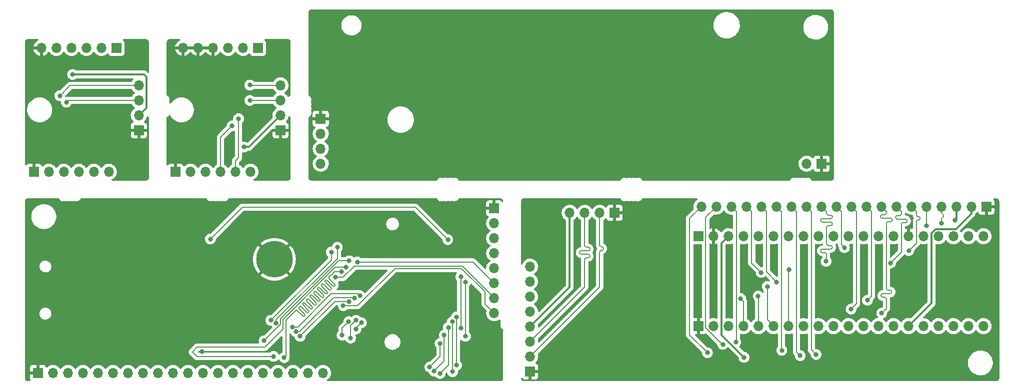
<source format=gbr>
%TF.GenerationSoftware,KiCad,Pcbnew,(6.0.5)*%
%TF.CreationDate,2022-08-13T10:27:20+02:00*%
%TF.ProjectId,clarinoid-devboard,636c6172-696e-46f6-9964-2d646576626f,rev?*%
%TF.SameCoordinates,Original*%
%TF.FileFunction,Copper,L2,Bot*%
%TF.FilePolarity,Positive*%
%FSLAX46Y46*%
G04 Gerber Fmt 4.6, Leading zero omitted, Abs format (unit mm)*
G04 Created by KiCad (PCBNEW (6.0.5)) date 2022-08-13 10:27:20*
%MOMM*%
%LPD*%
G01*
G04 APERTURE LIST*
%TA.AperFunction,ComponentPad*%
%ADD10O,1.700000X1.700000*%
%TD*%
%TA.AperFunction,ComponentPad*%
%ADD11R,1.700000X1.700000*%
%TD*%
%TA.AperFunction,ComponentPad*%
%ADD12C,6.200000*%
%TD*%
%TA.AperFunction,ViaPad*%
%ADD13C,0.800000*%
%TD*%
%TA.AperFunction,Conductor*%
%ADD14C,0.200000*%
%TD*%
%TA.AperFunction,Conductor*%
%ADD15C,0.300000*%
%TD*%
G04 APERTURE END LIST*
D10*
%TO.P,J7,2,Pin_2*%
%TO.N,/power_battery/charger output +5v*%
X188679317Y-81920034D03*
D11*
%TO.P,J7,1,Pin_1*%
%TO.N,/power_battery/gnd*%
X191219317Y-81920034D03*
%TD*%
D10*
%TO.P,U2,20,37_CS*%
%TO.N,/processor_t4/Y3*%
X218639317Y-94234034D03*
%TO.P,U2,19,38_CS1_IN1*%
%TO.N,/processor_t4/Y4*%
X216099317Y-94234034D03*
%TO.P,U2,18,39_MISO1_OUT1A*%
%TO.N,/processor_t4/Y5*%
X213559317Y-94234034D03*
%TO.P,U2,17,40_A16*%
%TO.N,/processor_t4/OLED_RES*%
X211019317Y-94234034D03*
%TO.P,U2,16,41_A17*%
%TO.N,/processor_t4/OLED_DC*%
X208479317Y-94234034D03*
%TO.P,U2,15,GND*%
%TO.N,/processor_t4/gnd*%
X205939317Y-94234034D03*
%TO.P,U2,14,13_SCK_LED*%
%TO.N,/processor_t4/SPI0_SCK*%
X203399317Y-94234034D03*
%TO.P,U2,13,14_A0_TX3_SPDIF_OUT*%
%TO.N,/processor_t4/WS2812_DATA*%
X200859317Y-94234034D03*
%TO.P,U2,12,15_A1_RX3_SPDIF_IN*%
%TO.N,/processor_t4/SelectA*%
X198319317Y-94234034D03*
%TO.P,U2,11,16_A2_RX4_SCL1*%
%TO.N,/processor_t4/SelectB*%
X195779317Y-94234034D03*
%TO.P,U2,10,17_A3_TX4_SDA1*%
%TO.N,/processor_t4/SelectC*%
X193239317Y-94234034D03*
%TO.P,U2,9,18_A4_SDA*%
%TO.N,/processor_t4/I2C_SDA*%
X190699317Y-94234034D03*
%TO.P,U2,8,19_A5_SCL*%
%TO.N,/processor_t4/I2C_SCL*%
X188159317Y-94234034D03*
%TO.P,U2,7,20_A6_TX5_LRCLK1*%
%TO.N,/processor_t4/I2S_LRCK_MM*%
X185619317Y-94234034D03*
%TO.P,U2,6,21_A7_RX5_BCLK1*%
%TO.N,/processor_t4/I2S_BCK_MM*%
X183079317Y-94234034D03*
%TO.P,U2,5,22_A8_CTX1*%
%TO.N,/processor_t4/IC_Select*%
X180539317Y-94234034D03*
%TO.P,U2,4,23_A9_CRX1_MCLK1*%
%TO.N,/processor_t4/Y0*%
X177999317Y-94234034D03*
%TO.P,U2,3,3V3*%
%TO.N,/processor_t4/3v3*%
X175459317Y-94234034D03*
%TO.P,U2,2,GND*%
%TO.N,/processor_t4/gnd*%
X172919317Y-94234034D03*
D11*
%TO.P,U2,1,VIN*%
%TO.N,/processor_t4/5v input*%
X170379317Y-94234034D03*
%TD*%
D10*
%TO.P,J48,4,Pin_4*%
%TO.N,/captouch_mpr121/i2c_clock*%
X75589317Y-68650034D03*
%TO.P,J48,3,Pin_3*%
%TO.N,/captouch_mpr121/i2c_data*%
X75589317Y-71190034D03*
%TO.P,J48,2,Pin_2*%
%TO.N,/captouch_mpr121/i2c_3v3*%
X75589317Y-73730034D03*
D11*
%TO.P,J48,1,Pin_1*%
%TO.N,/captouch_mpr121/i2c_gnd*%
X75589317Y-76270034D03*
%TD*%
D10*
%TO.P,J3,4,Pin_4*%
%TO.N,/processor_t4/5v input*%
X148559317Y-90260034D03*
%TO.P,J3,3,Pin_3*%
%TO.N,/processor_t4/usb data -*%
X151099317Y-90260034D03*
%TO.P,J3,2,Pin_2*%
%TO.N,/processor_t4/usb data +*%
X153639317Y-90260034D03*
D11*
%TO.P,J3,1,Pin_1*%
%TO.N,/processor_t4/gnd*%
X156179317Y-90260034D03*
%TD*%
D12*
%TO.P,H4,1,1*%
%TO.N,/processor_mm/gnd*%
X98556672Y-98155034D03*
%TD*%
D10*
%TO.P,J46,6,Pin_6*%
%TO.N,Net-(J46-Pad6)*%
X70509317Y-83300034D03*
%TO.P,J46,5,Pin_5*%
%TO.N,Net-(J46-Pad5)*%
X67969317Y-83300034D03*
%TO.P,J46,4,Pin_4*%
%TO.N,Net-(J46-Pad4)*%
X65429317Y-83300034D03*
%TO.P,J46,3,Pin_3*%
%TO.N,Net-(J46-Pad3)*%
X62889317Y-83300034D03*
%TO.P,J46,2,Pin_2*%
%TO.N,Net-(J46-Pad2)*%
X60349317Y-83300034D03*
D11*
%TO.P,J46,1,Pin_1*%
%TO.N,/captouch_mpr121/i2c_gnd*%
X57809317Y-83300034D03*
%TD*%
D10*
%TO.P,J47,6,Pin_6*%
%TO.N,/captouch_mpr121/i2c_gnd*%
X59079317Y-62300034D03*
%TO.P,J47,5,Pin_5*%
%TO.N,Net-(J47-Pad5)*%
X61619317Y-62300034D03*
%TO.P,J47,4,Pin_4*%
%TO.N,Net-(J47-Pad4)*%
X64159317Y-62300034D03*
%TO.P,J47,3,Pin_3*%
%TO.N,Net-(J47-Pad3)*%
X66699317Y-62300034D03*
%TO.P,J47,2,Pin_2*%
%TO.N,Net-(J47-Pad2)*%
X69239317Y-62300034D03*
D11*
%TO.P,J47,1,Pin_1*%
%TO.N,Net-(J47-Pad1)*%
X71779317Y-62300034D03*
%TD*%
D10*
%TO.P,J42,8,Pin_8*%
%TO.N,/processor_t4/GEN_LED4*%
X141849317Y-99395034D03*
%TO.P,J42,7,Pin_7*%
%TO.N,/processor_t4/GEN_LED3*%
X141849317Y-101935034D03*
%TO.P,J42,6,Pin_6*%
%TO.N,/processor_t4/GEN_LED2*%
X141849317Y-104475034D03*
%TO.P,J42,5,Pin_5*%
%TO.N,/processor_t4/GEN_LED1*%
X141849317Y-107015034D03*
%TO.P,J42,4,Pin_4*%
%TO.N,/processor_t4/5v input*%
X141849317Y-109555034D03*
%TO.P,J42,3,Pin_3*%
%TO.N,/processor_t4/usb data -*%
X141849317Y-112095034D03*
%TO.P,J42,2,Pin_2*%
%TO.N,/processor_t4/usb data +*%
X141849317Y-114635034D03*
D11*
%TO.P,J42,1,Pin_1*%
%TO.N,/processor_t4/gnd*%
X141849317Y-117175034D03*
%TD*%
D10*
%TO.P,J50,6,Pin_6*%
%TO.N,Net-(IC3-Pad8)*%
X94509317Y-83300034D03*
%TO.P,J50,5,Pin_5*%
%TO.N,Net-(IC3-Pad13)*%
X91969317Y-83300034D03*
%TO.P,J50,4,Pin_4*%
%TO.N,Net-(IC3-Pad12)*%
X89429317Y-83300034D03*
%TO.P,J50,3,Pin_3*%
%TO.N,Net-(IC3-Pad2)*%
X86889317Y-83300034D03*
%TO.P,J50,2,Pin_2*%
%TO.N,Net-(IC3-Pad1)*%
X84349317Y-83300034D03*
D11*
%TO.P,J50,1,Pin_1*%
%TO.N,/captouch_capsense/i2c_gnd*%
X81809317Y-83300034D03*
%TD*%
D10*
%TO.P,U3,20,28_RX7*%
%TO.N,/processor_t4/Y7*%
X218639317Y-109474034D03*
%TO.P,U3,19,27_A13_SCK1*%
%TO.N,/processor_t4/EnableAll*%
X216099317Y-109474034D03*
%TO.P,U3,18,26_A12_MOSI1*%
%TO.N,/processor_t4/ENC_B*%
X213559317Y-109474034D03*
%TO.P,U3,17,25_A11_RX6_SDA2*%
%TO.N,/processor_t4/Y2*%
X211019317Y-109474034D03*
%TO.P,U3,16,24_A10_TX6_SCL2*%
%TO.N,/processor_t4/Y1*%
X208479317Y-109474034D03*
%TO.P,U3,15,3V3*%
%TO.N,/processor_t4/3v3*%
X205939317Y-109474034D03*
%TO.P,U3,14,12_MISO_MQSL*%
%TO.N,/processor_t4/SPI0_MISO*%
X203399317Y-109474034D03*
%TO.P,U3,13,11_MOSI_CTX1*%
%TO.N,/processor_t4/SPI0_MOSI*%
X200859317Y-109474034D03*
%TO.P,U3,12,10_CS_MQSR*%
%TO.N,/processor_t4/OLED_CS*%
X198319317Y-109474034D03*
%TO.P,U3,11,9_OUT1C*%
%TO.N,/processor_t4/ENC_A*%
X195779317Y-109474034D03*
%TO.P,U3,10,8_TX2_IN1*%
%TO.N,/processor_t4/Y6*%
X193239317Y-109474034D03*
%TO.P,U3,9,7_RX2_OUT1A*%
%TO.N,/processor_t4/I2S_DIN_MM*%
X190699317Y-109474034D03*
%TO.P,U3,8,6_OUT1D*%
%TO.N,/processor_t4/ENC_SWITCH*%
X188159317Y-109474034D03*
%TO.P,U3,7,5_IN2*%
%TO.N,/processor_t4/GEN_LED4*%
X185619317Y-109474034D03*
%TO.P,U3,6,4_BCLK2*%
%TO.N,/processor_t4/GEN_LED3*%
X183079317Y-109474034D03*
%TO.P,U3,5,3_LRCLK2*%
%TO.N,/processor_t4/GEN_LED2*%
X180539317Y-109474034D03*
%TO.P,U3,4,2_OUT2*%
%TO.N,/processor_t4/GEN_LED1*%
X177999317Y-109474034D03*
%TO.P,U3,3,1_TX1_CTX2_MISO1*%
%TO.N,/processor_t4/T01=MIDI OUT*%
X175459317Y-109474034D03*
%TO.P,U3,2,0_RX1_CRX2_CS1*%
%TO.N,/processor_t4/T00 MIDI IN*%
X172919317Y-109474034D03*
D11*
%TO.P,U3,1,GND*%
%TO.N,/processor_t4/gnd*%
X170379317Y-109474034D03*
%TD*%
%TO.P,J40,1,Pin_1*%
%TO.N,/processor_mm/gnd*%
X135769317Y-89479332D03*
D10*
%TO.P,J40,2,Pin_2*%
%TO.N,/processor_mm/usb data +*%
X135769317Y-92019332D03*
%TO.P,J40,3,Pin_3*%
%TO.N,/processor_mm/usb data -*%
X135769317Y-94559332D03*
%TO.P,J40,4,Pin_4*%
%TO.N,/processor_mm/5v input*%
X135769317Y-97099332D03*
%TO.P,J40,5,Pin_5*%
%TO.N,/processor_mm/GEN_LED1*%
X135769317Y-99639332D03*
%TO.P,J40,6,Pin_6*%
%TO.N,/processor_mm/GEN_LED2*%
X135769317Y-102179332D03*
%TO.P,J40,7,Pin_7*%
%TO.N,/processor_mm/GEN_LED3*%
X135769317Y-104719332D03*
%TO.P,J40,8,Pin_8*%
%TO.N,/processor_mm/GEN_LED4*%
X135769317Y-107259332D03*
%TD*%
%TO.P,J34,4,Pin_4*%
%TO.N,/power_battery/5v input*%
X106399317Y-81920034D03*
%TO.P,J34,3,Pin_3*%
%TO.N,unconnected-(J34-Pad3)*%
X106399317Y-79380034D03*
%TO.P,J34,2,Pin_2*%
%TO.N,unconnected-(J34-Pad2)*%
X106399317Y-76840034D03*
D11*
%TO.P,J34,1,Pin_1*%
%TO.N,/power_battery/gnd*%
X106399317Y-74300034D03*
%TD*%
D10*
%TO.P,J49,4,Pin_4*%
%TO.N,/captouch_capsense/i2c_clock*%
X99589317Y-68650034D03*
%TO.P,J49,3,Pin_3*%
%TO.N,/captouch_capsense/i2c_data*%
X99589317Y-71190034D03*
%TO.P,J49,2,Pin_2*%
%TO.N,/captouch_capsense/i2c_3v3*%
X99589317Y-73730034D03*
D11*
%TO.P,J49,1,Pin_1*%
%TO.N,/captouch_capsense/i2c_gnd*%
X99589317Y-76270034D03*
%TD*%
%TO.P,J39,1,Pin_1*%
%TO.N,/processor_mm/gnd*%
X58509317Y-117400034D03*
D10*
%TO.P,J39,2,Pin_2*%
%TO.N,/processor_mm/+3.3v regulator output*%
X61049317Y-117400034D03*
%TO.P,J39,3,Pin_3*%
%TO.N,/processor_mm/5v input*%
X63589317Y-117400034D03*
%TO.P,J39,4,Pin_4*%
%TO.N,/processor_mm/I2C_SCL*%
X66129317Y-117400034D03*
%TO.P,J39,5,Pin_5*%
%TO.N,/processor_mm/I2C_SDA*%
X68669317Y-117400034D03*
%TO.P,J39,6,Pin_6*%
%TO.N,/processor_mm/I2S_BCK_MM*%
X71209317Y-117400034D03*
%TO.P,J39,7,Pin_7*%
%TO.N,/processor_mm/I2S_LRCK_MM*%
X73749317Y-117400034D03*
%TO.P,J39,8,Pin_8*%
%TO.N,/processor_mm/I2S_DIN_MM*%
X76289317Y-117400034D03*
%TO.P,J39,9,Pin_9*%
%TO.N,/processor_mm/T00 MIDI IN*%
X78829317Y-117400034D03*
%TO.P,J39,10,Pin_10*%
%TO.N,/processor_mm/T01=MIDI OUT*%
X81369317Y-117400034D03*
%TO.P,J39,11,Pin_11*%
%TO.N,/processor_mm/WS2812_DATA*%
X83909317Y-117400034D03*
%TO.P,J39,12,Pin_12*%
%TO.N,/processor_mm/SPI0_SCK*%
X86449317Y-117400034D03*
%TO.P,J39,13,Pin_13*%
%TO.N,/processor_mm/SPI0_MOSI*%
X88989317Y-117400034D03*
%TO.P,J39,14,Pin_14*%
%TO.N,/processor_mm/SPI0_MISO*%
X91529317Y-117400034D03*
%TO.P,J39,15,Pin_15*%
%TO.N,/processor_mm/OLED_CS*%
X94069317Y-117400034D03*
%TO.P,J39,16,Pin_16*%
%TO.N,/processor_mm/OLED_RES*%
X96609317Y-117400034D03*
%TO.P,J39,17,Pin_17*%
%TO.N,/processor_mm/OLED_DC*%
X99149317Y-117400034D03*
%TO.P,J39,18,Pin_18*%
%TO.N,/processor_mm/ENC_SWITCH*%
X101689317Y-117400034D03*
%TO.P,J39,19,Pin_19*%
%TO.N,/processor_mm/ENC_A*%
X104229317Y-117400034D03*
%TO.P,J39,20,Pin_20*%
%TO.N,/processor_mm/ENC_B*%
X106769317Y-117400034D03*
%TD*%
%TO.P,J51,6,Pin_6*%
%TO.N,/captouch_capsense/i2c_gnd*%
X83079317Y-62300034D03*
%TO.P,J51,5,Pin_5*%
X85619317Y-62300034D03*
%TO.P,J51,4,Pin_4*%
X88159317Y-62300034D03*
%TO.P,J51,3,Pin_3*%
%TO.N,Net-(IC3-Pad11)*%
X90699317Y-62300034D03*
%TO.P,J51,2,Pin_2*%
%TO.N,Net-(IC3-Pad10)*%
X93239317Y-62300034D03*
D11*
%TO.P,J51,1,Pin_1*%
%TO.N,Net-(IC3-Pad9)*%
X95779317Y-62300034D03*
%TD*%
D10*
%TO.P,J41,20,Pin_20*%
%TO.N,/processor_t4/ENC_B*%
X170849317Y-89200034D03*
%TO.P,J41,19,Pin_19*%
%TO.N,/processor_t4/ENC_A*%
X173389317Y-89200034D03*
%TO.P,J41,18,Pin_18*%
%TO.N,/processor_t4/ENC_SWITCH*%
X175929317Y-89200034D03*
%TO.P,J41,17,Pin_17*%
%TO.N,/processor_t4/OLED_DC*%
X178469317Y-89200034D03*
%TO.P,J41,16,Pin_16*%
%TO.N,/processor_t4/OLED_RES*%
X181009317Y-89200034D03*
%TO.P,J41,15,Pin_15*%
%TO.N,/processor_t4/OLED_CS*%
X183549317Y-89200034D03*
%TO.P,J41,14,Pin_14*%
%TO.N,/processor_t4/SPI0_MISO*%
X186089317Y-89200034D03*
%TO.P,J41,13,Pin_13*%
%TO.N,/processor_t4/SPI0_MOSI*%
X188629317Y-89200034D03*
%TO.P,J41,12,Pin_12*%
%TO.N,/processor_t4/SPI0_SCK*%
X191169317Y-89200034D03*
%TO.P,J41,11,Pin_11*%
%TO.N,/processor_t4/WS2812_DATA*%
X193709317Y-89200034D03*
%TO.P,J41,10,Pin_10*%
%TO.N,/processor_t4/T01=MIDI OUT*%
X196249317Y-89200034D03*
%TO.P,J41,9,Pin_9*%
%TO.N,/processor_t4/T00 MIDI IN*%
X198789317Y-89200034D03*
%TO.P,J41,8,Pin_8*%
%TO.N,/processor_t4/I2S_DIN_MM*%
X201329317Y-89200034D03*
%TO.P,J41,7,Pin_7*%
%TO.N,/processor_t4/I2S_LRCK_MM*%
X203869317Y-89200034D03*
%TO.P,J41,6,Pin_6*%
%TO.N,/processor_t4/I2S_BCK_MM*%
X206409317Y-89200034D03*
%TO.P,J41,5,Pin_5*%
%TO.N,/processor_t4/I2C_SDA*%
X208949317Y-89200034D03*
%TO.P,J41,4,Pin_4*%
%TO.N,/processor_t4/I2C_SCL*%
X211489317Y-89200034D03*
%TO.P,J41,3,Pin_3*%
%TO.N,/processor_t4/5v input*%
X214029317Y-89200034D03*
%TO.P,J41,2,Pin_2*%
%TO.N,/processor_t4/3v3*%
X216569317Y-89200034D03*
D11*
%TO.P,J41,1,Pin_1*%
%TO.N,/processor_t4/gnd*%
X219109317Y-89200034D03*
%TD*%
D13*
%TO.N,/processor_mm/gnd*%
X73709317Y-93200034D03*
X104109317Y-112700034D03*
X83309317Y-96800034D03*
X68309317Y-98700034D03*
X132609317Y-104900034D03*
X93809317Y-91300034D03*
X86309317Y-113800034D03*
X83809317Y-100200034D03*
X113509317Y-91900034D03*
X126809317Y-90800034D03*
X133509317Y-111000034D03*
X110109317Y-117300034D03*
X103509317Y-101000034D03*
X69109317Y-90100034D03*
X112409317Y-101300034D03*
X126909317Y-105400034D03*
X98309317Y-104900034D03*
X109209317Y-107600034D03*
X69609317Y-115100034D03*
X73809317Y-96600034D03*
X62209317Y-114700034D03*
X126609317Y-101700034D03*
X66809317Y-114400034D03*
X72309317Y-115000034D03*
X83009317Y-114600034D03*
X67709317Y-103100034D03*
X90409317Y-90000034D03*
X83909317Y-93300034D03*
X78309317Y-114200034D03*
X106109317Y-95600034D03*
X87909317Y-112000034D03*
X68509317Y-108200034D03*
X75209317Y-114800034D03*
X77409317Y-100500034D03*
X121409317Y-117400034D03*
X81409317Y-113700034D03*
X78009317Y-104500034D03*
%TO.N,/processor_t4/gnd*%
X160479317Y-91674034D03*
X183079317Y-97574034D03*
X203379317Y-96774034D03*
X197279317Y-114174034D03*
X166479317Y-97374034D03*
X191679317Y-111974034D03*
X165079317Y-110274034D03*
X211579317Y-97374034D03*
X214179317Y-112474034D03*
X171679317Y-117074034D03*
X207279317Y-100774034D03*
X218379317Y-97374034D03*
X175579317Y-97574034D03*
X178579317Y-100574034D03*
X163879317Y-100774034D03*
X180579317Y-97374034D03*
X205479317Y-106974034D03*
X188179317Y-103874034D03*
X219479317Y-106474034D03*
X193579317Y-103674034D03*
X159879317Y-96574034D03*
X152479317Y-100674034D03*
X151579317Y-107274034D03*
X151679317Y-115274034D03*
X144979317Y-93874034D03*
X201179317Y-98074034D03*
X215479317Y-97374034D03*
X166079317Y-90374034D03*
X149879317Y-100774034D03*
X201779317Y-112474034D03*
X178279317Y-97274034D03*
X211779317Y-106874034D03*
X194279317Y-112374034D03*
X149979317Y-94574034D03*
X204879317Y-113674034D03*
%TO.N,/processor_t4/5v input*%
X213779317Y-91474034D03*
%TO.N,/processor_mm/SDIO_MOSI*%
X111452849Y-111500534D03*
X112381057Y-108471775D03*
%TO.N,/processor_mm/SDIO_CLOCK*%
X111127034Y-108698546D03*
X110009317Y-111000034D03*
%TO.N,/processor_mm/SDIO_MISO*%
X113291260Y-108884734D03*
X112351050Y-109958301D03*
%TO.N,/processor_t4/OLED_RES*%
X183579317Y-101974034D03*
%TO.N,/processor_t4/OLED_DC*%
X180979317Y-100374034D03*
%TO.N,/processor_t4/SPI0_SCK*%
X191980090Y-98474534D03*
%TO.N,/processor_t4/WS2812_DATA*%
X195079317Y-96174034D03*
%TO.N,/processor_t4/I2C_SDA*%
X208979317Y-92423045D03*
%TO.N,/processor_t4/I2C_SCL*%
X211479317Y-92023534D03*
%TO.N,/processor_t4/I2S_LRCK_MM*%
X202884695Y-98779412D03*
%TO.N,/processor_t4/I2S_BCK_MM*%
X205979317Y-96674034D03*
%TO.N,/processor_t4/3v3*%
X178079317Y-114774034D03*
%TO.N,/processor_t4/ENC_B*%
X171879317Y-113974034D03*
%TO.N,/processor_t4/SPI0_MISO*%
X187579317Y-114474034D03*
%TO.N,/processor_t4/SPI0_MOSI*%
X190279317Y-114274034D03*
%TO.N,/processor_t4/OLED_CS*%
X184479317Y-113573035D03*
%TO.N,/processor_t4/ENC_A*%
X174479317Y-112574034D03*
%TO.N,/processor_t4/I2S_DIN_MM*%
X201379317Y-107274034D03*
%TO.N,/processor_t4/ENC_SWITCH*%
X176679317Y-112174034D03*
%TO.N,/processor_t4/GEN_LED4*%
X185679317Y-99874034D03*
%TO.N,/processor_t4/GEN_LED3*%
X182010235Y-102752358D03*
%TO.N,/processor_t4/GEN_LED2*%
X180479317Y-104374034D03*
%TO.N,/processor_t4/GEN_LED1*%
X177479317Y-104774034D03*
%TO.N,/processor_t4/T01=MIDI OUT*%
X196209297Y-106574534D03*
%TO.N,/processor_t4/T00 MIDI IN*%
X198979317Y-105074034D03*
%TO.N,/processor_mm/GEN_LED3*%
X108909317Y-101200034D03*
%TO.N,/processor_mm/I2C_SDA*%
X109209317Y-96100034D03*
X98834710Y-108931213D03*
%TO.N,/processor_mm/I2C_SCL*%
X97939252Y-108487186D03*
X108209317Y-96900034D03*
%TO.N,/processor_mm/T01=MIDI OUT*%
X130909317Y-111200034D03*
X130909317Y-102000034D03*
%TO.N,/processor_mm/GEN_LED4*%
X110209317Y-106000534D03*
%TO.N,/processor_mm/T00 MIDI IN*%
X130109317Y-109800034D03*
X130109317Y-101100034D03*
%TO.N,/processor_mm/GEN_LED2*%
X112609317Y-98600034D03*
%TO.N,/processor_mm/WS2812_DATA*%
X96809317Y-111945849D03*
X111209317Y-98400034D03*
%TO.N,/processor_mm/OLED_RES*%
X98409317Y-114600034D03*
X110709317Y-99500034D03*
%TO.N,/processor_mm/OLED_DC*%
X109900682Y-100212911D03*
X100209317Y-114800034D03*
%TO.N,/processor_mm/I2S_BCK_MM*%
X101609317Y-109600034D03*
X113009317Y-104299534D03*
%TO.N,/processor_mm/I2S_LRCK_MM*%
X102197853Y-110407889D03*
X112118064Y-104751942D03*
%TO.N,/processor_mm/I2S_DIN_MM*%
X111209317Y-105300034D03*
X102909317Y-111200034D03*
%TO.N,/processor_mm/SPI0_MOSI*%
X129409317Y-116100034D03*
X129409317Y-107900034D03*
%TO.N,/processor_mm/SPI0_MISO*%
X128709317Y-117200034D03*
X128709317Y-108691013D03*
%TO.N,/processor_mm/ENC_B*%
X128009317Y-109700034D03*
X126609317Y-117500034D03*
%TO.N,/processor_mm/ENC_A*%
X125609317Y-117100034D03*
X127309317Y-111000034D03*
%TO.N,/processor_mm/ENC_SWITCH*%
X126609317Y-112400034D03*
X124850950Y-116400534D03*
%TO.N,/power_battery/gnd*%
X155309317Y-76300034D03*
X108809317Y-78300034D03*
X139809317Y-75800034D03*
X126309317Y-82800034D03*
X127809317Y-76300034D03*
X145309317Y-83300034D03*
X170309317Y-83800034D03*
X190309317Y-77300034D03*
X178809317Y-75300034D03*
X119809317Y-83300034D03*
X185309317Y-81300034D03*
%TO.N,/captouch_mpr121/i2c_gnd*%
X72009317Y-80200034D03*
X64509317Y-80300034D03*
X64509317Y-72200034D03*
X60809317Y-78300034D03*
X74309317Y-81800034D03*
X72809317Y-70000034D03*
X64209317Y-77600034D03*
X71709317Y-73600034D03*
%TO.N,/captouch_mpr121/i2c_3v3*%
X64381817Y-66801034D03*
%TO.N,/captouch_capsense/i2c_gnd*%
X89509317Y-72800034D03*
X94109317Y-73000034D03*
X82809317Y-66800034D03*
X95209317Y-76200034D03*
X98809317Y-81800034D03*
X91079317Y-66574034D03*
X83309317Y-78300034D03*
X86709317Y-72100034D03*
X87309317Y-79800034D03*
X91009317Y-80700034D03*
%TO.N,/captouch_capsense/i2c_3v3*%
X93381817Y-79101034D03*
%TO.N,Net-(IC3-Pad12)*%
X91381178Y-75501672D03*
%TO.N,Net-(IC3-Pad13)*%
X92481817Y-74301034D03*
%TO.N,/captouch_capsense/i2c_data*%
X94381817Y-71201034D03*
%TO.N,/captouch_capsense/i2c_clock*%
X94381817Y-68601034D03*
%TO.N,/captouch_mpr121/i2c_data*%
X63309317Y-71500034D03*
%TO.N,/captouch_mpr121/i2c_clock*%
X62209317Y-70400034D03*
%TO.N,Net-(SW6-Pad1)*%
X87709317Y-94700034D03*
X127909317Y-94800034D03*
%TD*%
D14*
%TO.N,/processor_t4/usb data +*%
X153639317Y-96934034D02*
X153639317Y-102845034D01*
X153639317Y-90260034D02*
X153639317Y-95734034D01*
X153967606Y-96634034D02*
X153939317Y-96634034D01*
X153639317Y-102845034D02*
X141849317Y-114635034D01*
X153939317Y-96034034D02*
X153967606Y-96034034D01*
X153939317Y-96033983D02*
G75*
G02*
X153639317Y-95734034I-17J299983D01*
G01*
X153967606Y-96634006D02*
G75*
G03*
X154267606Y-96334034I-6J300006D01*
G01*
X154267566Y-96334034D02*
G75*
G03*
X153967606Y-96034034I-299966J34D01*
G01*
X153639334Y-96934034D02*
G75*
G02*
X153939317Y-96634034I299966J34D01*
G01*
%TO.N,/processor_t4/usb data -*%
X151693289Y-97894034D02*
X151399317Y-97894034D01*
X150505345Y-96694034D02*
X151693289Y-96694034D01*
X150505345Y-97294034D02*
X151693289Y-97294034D01*
X151099317Y-102845034D02*
X141849317Y-112095034D01*
X151399317Y-96094034D02*
X151693289Y-96094034D01*
X151099317Y-98194034D02*
X151099317Y-102845034D01*
X151099317Y-90260034D02*
X151099317Y-95794034D01*
X150205334Y-96994034D02*
G75*
G02*
X150505345Y-96694034I299966J34D01*
G01*
X151993266Y-96394034D02*
G75*
G03*
X151693289Y-96094034I-299966J34D01*
G01*
X151693289Y-97893989D02*
G75*
G03*
X151993289Y-97594034I11J299989D01*
G01*
X150505345Y-97293955D02*
G75*
G02*
X150205345Y-96994034I-45J299955D01*
G01*
X151399317Y-96093983D02*
G75*
G02*
X151099317Y-95794034I-17J299983D01*
G01*
X151693289Y-96693989D02*
G75*
G03*
X151993289Y-96394034I11J299989D01*
G01*
X151993266Y-97594034D02*
G75*
G03*
X151693289Y-97294034I-299966J34D01*
G01*
X151099334Y-98194034D02*
G75*
G02*
X151399317Y-97894034I299966J34D01*
G01*
D15*
%TO.N,/processor_t4/5v input*%
X214029317Y-89200034D02*
X214029317Y-91224034D01*
X214029317Y-91224034D02*
X213779317Y-91474034D01*
X148559317Y-102845034D02*
X148559317Y-90260034D01*
X141849317Y-109555034D02*
X148559317Y-102845034D01*
D14*
%TO.N,/processor_mm/SDIO_MOSI*%
X111454786Y-109398046D02*
X111454786Y-111498597D01*
X112381057Y-108471775D02*
X111454786Y-109398046D01*
X111454786Y-111498597D02*
X111452849Y-111500534D01*
%TO.N,/processor_mm/SDIO_CLOCK*%
X110009317Y-109816263D02*
X111127034Y-108698546D01*
X110009317Y-111000034D02*
X110009317Y-109816263D01*
%TO.N,/processor_mm/SDIO_MISO*%
X112351050Y-109958301D02*
X112351050Y-109824944D01*
X112351050Y-109824944D02*
X113291260Y-108884734D01*
%TO.N,/processor_t4/OLED_RES*%
X181859317Y-100254034D02*
X183579317Y-101974034D01*
X181009317Y-89200034D02*
X181859317Y-90050034D01*
X181859317Y-90050034D02*
X181859317Y-100254034D01*
%TO.N,/processor_t4/OLED_DC*%
X179373939Y-98768656D02*
X180979317Y-100374034D01*
X178469317Y-89200034D02*
X179373939Y-90104656D01*
X179373939Y-90104656D02*
X179373939Y-98768656D01*
%TO.N,/processor_t4/SPI0_SCK*%
X192042343Y-98412281D02*
X191980090Y-98474534D01*
X192042343Y-97311008D02*
X192042343Y-98065233D01*
X192742343Y-92437060D02*
X192342343Y-92437060D01*
X192042343Y-92737060D02*
X192042343Y-95511008D01*
X191342343Y-96411008D02*
X192742343Y-96411008D01*
X192042343Y-98065233D02*
X192042343Y-98412281D01*
X191169317Y-89200034D02*
X192042343Y-90073060D01*
X191342343Y-97011008D02*
X191742343Y-97011008D01*
X192342343Y-95811008D02*
X192742343Y-95811008D01*
X192042343Y-90073060D02*
X192042343Y-90337060D01*
X191342343Y-91237060D02*
X192742343Y-91237060D01*
X192342343Y-90637060D02*
X192742343Y-90637060D01*
X191342343Y-91837060D02*
X192742343Y-91837060D01*
X193042340Y-90937060D02*
G75*
G03*
X192742343Y-90637060I-300040J-40D01*
G01*
X191342343Y-97010957D02*
G75*
G02*
X191042343Y-96711008I-43J299957D01*
G01*
X191042308Y-96711008D02*
G75*
G02*
X191342343Y-96411008I299992J8D01*
G01*
X191342343Y-91837057D02*
G75*
G02*
X191042343Y-91537060I-43J299957D01*
G01*
X193042292Y-96111008D02*
G75*
G03*
X192742343Y-95811008I-299992J8D01*
G01*
X192342343Y-90637057D02*
G75*
G02*
X192042343Y-90337060I-43J299957D01*
G01*
X191042260Y-91537060D02*
G75*
G02*
X191342343Y-91237060I300040J-40D01*
G01*
X192042292Y-97311008D02*
G75*
G03*
X191742343Y-97011008I-299992J8D01*
G01*
X192742343Y-91237143D02*
G75*
G03*
X193042343Y-90937060I-43J300043D01*
G01*
X192042260Y-92737060D02*
G75*
G02*
X192342343Y-92437060I300040J-40D01*
G01*
X192742343Y-92437143D02*
G75*
G03*
X193042343Y-92137060I-43J300043D01*
G01*
X192742343Y-96411043D02*
G75*
G03*
X193042343Y-96111008I-43J300043D01*
G01*
X192342343Y-95810957D02*
G75*
G02*
X192042343Y-95511008I-43J299957D01*
G01*
X193042340Y-92137060D02*
G75*
G03*
X192742343Y-91837060I-300040J-40D01*
G01*
%TO.N,/processor_t4/WS2812_DATA*%
X194559317Y-95654034D02*
X195079317Y-96174034D01*
X193709317Y-89200034D02*
X194559317Y-90050034D01*
X194559317Y-90050034D02*
X194559317Y-95654034D01*
%TO.N,/processor_t4/I2C_SDA*%
X208949317Y-92393045D02*
X208979317Y-92423045D01*
X208949317Y-89200034D02*
X208949317Y-92393045D01*
%TO.N,/processor_t4/I2C_SCL*%
X211818505Y-90613222D02*
X211818505Y-90884034D01*
X211489317Y-92013534D02*
X211479317Y-92023534D01*
X211489317Y-89200034D02*
X211489317Y-90284034D01*
X211489317Y-91213222D02*
X211489317Y-92013534D01*
X211653911Y-91048605D02*
G75*
G03*
X211818505Y-90884034I-11J164605D01*
G01*
X211818472Y-90613222D02*
G75*
G03*
X211653911Y-90448628I-164572J22D01*
G01*
X211489328Y-91213222D02*
G75*
G02*
X211653911Y-91048628I164572J22D01*
G01*
X211653911Y-90448583D02*
G75*
G02*
X211489317Y-90284034I-11J164583D01*
G01*
%TO.N,/processor_t4/I2S_LRCK_MM*%
X204019317Y-91314034D02*
X205419317Y-91314034D01*
X204419317Y-90714034D02*
X204019317Y-90714034D01*
X204719317Y-96944790D02*
X202884695Y-98779412D01*
X204719317Y-92214034D02*
X204719317Y-96944790D01*
X205419317Y-91914034D02*
X205019317Y-91914034D01*
X204719317Y-90050034D02*
X204719317Y-90414034D01*
X203869317Y-89200034D02*
X204719317Y-90050034D01*
X203719334Y-91014034D02*
G75*
G02*
X204019317Y-90714034I299966J34D01*
G01*
X204419317Y-90714017D02*
G75*
G03*
X204719317Y-90414034I-17J300017D01*
G01*
X204719334Y-92214034D02*
G75*
G02*
X205019317Y-91914034I299966J34D01*
G01*
X205719266Y-91614034D02*
G75*
G03*
X205419317Y-91314034I-299966J34D01*
G01*
X205419317Y-91914017D02*
G75*
G03*
X205719317Y-91614034I-17J300017D01*
G01*
X204019317Y-91313983D02*
G75*
G02*
X203719317Y-91014034I-17J299983D01*
G01*
%TO.N,/processor_t4/I2S_BCK_MM*%
X207612642Y-91494034D02*
X207559317Y-91494034D01*
X207259317Y-91794034D02*
X207259317Y-95394034D01*
X207259317Y-90050034D02*
X207259317Y-90594034D01*
X207559317Y-90894034D02*
X207612642Y-90894034D01*
X206409317Y-89200034D02*
X207259317Y-90050034D01*
X207259317Y-95394034D02*
X205979317Y-96674034D01*
X207912566Y-91194034D02*
G75*
G03*
X207612642Y-90894034I-299966J34D01*
G01*
X207559317Y-90893983D02*
G75*
G02*
X207259317Y-90594034I-17J299983D01*
G01*
X207259334Y-91794034D02*
G75*
G02*
X207559317Y-91494034I299966J34D01*
G01*
X207612642Y-91494042D02*
G75*
G03*
X207912642Y-91194034I-42J300042D01*
G01*
D15*
%TO.N,/processor_t4/3v3*%
X216569317Y-90402115D02*
X213936909Y-93034523D01*
X175459317Y-94234034D02*
X174259806Y-95433545D01*
X210522462Y-93034523D02*
X209819806Y-93737179D01*
X174259806Y-110954523D02*
X178079317Y-114774034D01*
X213936909Y-93034523D02*
X210522462Y-93034523D01*
X209819806Y-93737179D02*
X209819806Y-105593545D01*
X174259806Y-95433545D02*
X174259806Y-110954523D01*
X209819806Y-105593545D02*
X205939317Y-109474034D01*
X216569317Y-89200034D02*
X216569317Y-90402115D01*
D14*
%TO.N,/processor_t4/ENC_B*%
X170849317Y-89200034D02*
X168879317Y-91170034D01*
X168879317Y-110974034D02*
X171879317Y-113974034D01*
X168879317Y-91170034D02*
X168879317Y-110974034D01*
%TO.N,/processor_t4/SPI0_MISO*%
X186939317Y-113834034D02*
X187579317Y-114474034D01*
X186939317Y-90050034D02*
X186939317Y-113834034D01*
X186089317Y-89200034D02*
X186939317Y-90050034D01*
%TO.N,/processor_t4/SPI0_MOSI*%
X189479317Y-113474034D02*
X190279317Y-114274034D01*
X188629317Y-89200034D02*
X189479317Y-90050034D01*
X189479317Y-90050034D02*
X189479317Y-113474034D01*
%TO.N,/processor_t4/OLED_CS*%
X184399317Y-113493035D02*
X184479317Y-113573035D01*
X184399317Y-90050034D02*
X184399317Y-113493035D01*
X183549317Y-89200034D02*
X184399317Y-90050034D01*
%TO.N,/processor_t4/ENC_A*%
X173389317Y-89200034D02*
X171579317Y-91010034D01*
X171579317Y-109759689D02*
X174393662Y-112574034D01*
X174393662Y-112574034D02*
X174479317Y-112574034D01*
X171579317Y-91010034D02*
X171579317Y-109759689D01*
%TO.N,/processor_t4/I2S_DIN_MM*%
X202179317Y-106474034D02*
X201379317Y-107274034D01*
X201566381Y-104574034D02*
X201879317Y-104574034D01*
X202179317Y-104874034D02*
X202179317Y-106474034D01*
X201879317Y-90574034D02*
X201479317Y-90574034D01*
X201479317Y-91174034D02*
X202879317Y-91174034D01*
X201566381Y-103974034D02*
X202792253Y-103974034D01*
X202179317Y-92074034D02*
X202179317Y-103074034D01*
X202479317Y-103374034D02*
X202792253Y-103374034D01*
X202179317Y-90050034D02*
X202179317Y-90274034D01*
X201329317Y-89200034D02*
X202179317Y-90050034D01*
X202879317Y-91774034D02*
X202479317Y-91774034D01*
X202179266Y-104874034D02*
G75*
G03*
X201879317Y-104574034I-299966J34D01*
G01*
X203179266Y-91474034D02*
G75*
G03*
X202879317Y-91174034I-299966J34D01*
G01*
X202792253Y-103973953D02*
G75*
G03*
X203092253Y-103674034I47J299953D01*
G01*
X203092266Y-103674034D02*
G75*
G03*
X202792253Y-103374034I-299966J34D01*
G01*
X202179334Y-92074034D02*
G75*
G02*
X202479317Y-91774034I299966J34D01*
G01*
X202479317Y-103373983D02*
G75*
G02*
X202179317Y-103074034I-17J299983D01*
G01*
X201266434Y-104274034D02*
G75*
G02*
X201566381Y-103974034I299966J34D01*
G01*
X201566381Y-104574019D02*
G75*
G02*
X201266381Y-104274034I19J300019D01*
G01*
X201879317Y-90574017D02*
G75*
G03*
X202179317Y-90274034I-17J300017D01*
G01*
X201479317Y-91173983D02*
G75*
G02*
X201179317Y-90874034I-17J299983D01*
G01*
X201179334Y-90874034D02*
G75*
G02*
X201479317Y-90574034I299966J34D01*
G01*
X202879317Y-91774017D02*
G75*
G03*
X203179317Y-91474034I-17J300017D01*
G01*
%TO.N,/processor_t4/ENC_SWITCH*%
X176779317Y-90050034D02*
X176779317Y-112074034D01*
X176779317Y-112074034D02*
X176679317Y-112174034D01*
X175929317Y-89200034D02*
X176779317Y-90050034D01*
%TO.N,/processor_t4/GEN_LED4*%
X185619317Y-99934034D02*
X185619317Y-109474034D01*
X185679317Y-99874034D02*
X185619317Y-99934034D01*
%TO.N,/processor_t4/GEN_LED3*%
X182010235Y-108404952D02*
X182010235Y-102752358D01*
X183079317Y-109474034D02*
X182010235Y-108404952D01*
%TO.N,/processor_t4/GEN_LED2*%
X180539317Y-104434034D02*
X180539317Y-109474034D01*
X180479317Y-104374034D02*
X180539317Y-104434034D01*
%TO.N,/processor_t4/GEN_LED1*%
X177999317Y-105294034D02*
X177479317Y-104774034D01*
X177999317Y-109474034D02*
X177999317Y-105294034D01*
%TO.N,/processor_t4/T01=MIDI OUT*%
X196249317Y-89200034D02*
X197099317Y-90050034D01*
X197099317Y-90050034D02*
X197099317Y-105684514D01*
X197099317Y-105684514D02*
X196209297Y-106574534D01*
%TO.N,/processor_t4/T00 MIDI IN*%
X199639317Y-104414034D02*
X198979317Y-105074034D01*
X199639317Y-90050034D02*
X199639317Y-104414034D01*
X198789317Y-89200034D02*
X199639317Y-90050034D01*
%TO.N,/processor_mm/GEN_LED3*%
X130428551Y-99300034D02*
X112109317Y-99300034D01*
X112109317Y-99300034D02*
X110209317Y-101200034D01*
X135769317Y-104640800D02*
X130428551Y-99300034D01*
X110209317Y-101200034D02*
X108909317Y-101200034D01*
%TO.N,/processor_mm/I2C_SDA*%
X109209317Y-96100034D02*
X109209317Y-98015814D01*
X109209317Y-98015814D02*
X98834710Y-108390421D01*
X98834710Y-108390421D02*
X98834710Y-108931213D01*
%TO.N,/processor_mm/I2C_SCL*%
X108209317Y-98283190D02*
X98005321Y-108487186D01*
X108209317Y-96900034D02*
X108209317Y-98283190D01*
X98005321Y-108487186D02*
X97939252Y-108487186D01*
%TO.N,/processor_mm/T01=MIDI OUT*%
X130909317Y-102000034D02*
X130909317Y-111200034D01*
%TO.N,/processor_mm/GEN_LED4*%
X135769317Y-107259332D02*
X134209317Y-105699332D01*
X130264044Y-99700523D02*
X118943834Y-99700523D01*
X134209317Y-105699332D02*
X134209317Y-103645796D01*
X118943834Y-99700523D02*
X112643823Y-106000534D01*
X134209317Y-103645796D02*
X130264044Y-99700523D01*
X112643823Y-106000534D02*
X110209317Y-106000534D01*
%TO.N,/processor_mm/T00 MIDI IN*%
X130109317Y-101100034D02*
X130109317Y-109800034D01*
%TO.N,/processor_mm/GEN_LED2*%
X132190019Y-98600034D02*
X112609317Y-98600034D01*
X135769317Y-102179332D02*
X132190019Y-98600034D01*
%TO.N,/processor_mm/WS2812_DATA*%
X99609317Y-108180805D02*
X99609317Y-109145849D01*
X111209317Y-98400034D02*
X109390088Y-98400034D01*
X109390088Y-98400034D02*
X99609317Y-108180805D01*
X99609317Y-109145849D02*
X96809317Y-111945849D01*
%TO.N,/processor_mm/OLED_RES*%
X100009317Y-110000034D02*
X96959317Y-113050034D01*
X108855079Y-99500034D02*
X100009317Y-108345796D01*
X85459317Y-113050034D02*
X96959317Y-113050034D01*
X98409317Y-114600034D02*
X85409317Y-114600034D01*
X100009317Y-108345796D02*
X100009317Y-110000034D01*
X85409317Y-114600034D02*
X84659317Y-113850034D01*
X84659317Y-113850034D02*
X85459317Y-113050034D01*
X110709317Y-99500034D02*
X108855079Y-99500034D01*
%TO.N,/processor_mm/OLED_DC*%
X105899264Y-105208557D02*
X104964507Y-104273800D01*
X103353672Y-107754149D02*
X102418915Y-106819392D01*
X108444856Y-102662965D02*
X107510099Y-101728208D01*
X104646309Y-104273800D02*
X104646308Y-104273799D01*
X109900682Y-100212911D02*
X108707195Y-100212911D01*
X102100717Y-106819392D02*
X102100716Y-106819391D01*
X107191898Y-102046407D02*
X108126656Y-102981165D01*
X104009908Y-105228397D02*
X104944666Y-106163155D01*
X105919102Y-103319203D02*
X106853860Y-104253961D01*
X103990070Y-107117751D02*
X103055313Y-106182994D01*
X102737115Y-106182994D02*
X102737114Y-106182993D01*
X104626468Y-106481353D02*
X103691711Y-105546596D01*
X108075786Y-100844322D02*
X108075787Y-100844321D01*
X107191901Y-101728208D02*
X107191900Y-101728207D01*
X107828297Y-101410009D02*
X107828296Y-101410009D01*
X104646308Y-104273799D02*
X104646307Y-104273799D01*
X106555502Y-102364605D02*
X106555501Y-102364605D01*
X102100716Y-106819391D02*
X100509317Y-108410789D01*
X105282705Y-103955601D02*
X105282704Y-103955601D01*
X106555500Y-102682805D02*
X107490258Y-103617563D01*
X103373513Y-105546596D02*
X103373512Y-105546595D01*
X107828296Y-101410009D02*
X108763054Y-102344767D01*
X106535662Y-104572159D02*
X105600905Y-103637402D01*
X108707195Y-100212911D02*
X108464695Y-100455411D01*
X108464695Y-100596834D02*
X108464695Y-100596833D01*
X107191899Y-102046407D02*
X107191898Y-102046407D01*
X104009910Y-104910197D02*
X104009909Y-104910197D01*
X104009911Y-104910198D02*
X104009910Y-104910197D01*
X107172060Y-103935761D02*
X106237303Y-103001004D01*
X105282707Y-103637402D02*
X105282706Y-103637401D01*
X108146497Y-100844322D02*
X108146497Y-100844321D01*
X105262866Y-105844955D02*
X104328109Y-104910198D01*
X106555503Y-102364606D02*
X106555502Y-102364605D01*
X100509317Y-114500034D02*
X100209317Y-114800034D01*
X105282704Y-103955601D02*
X106217462Y-104890359D01*
X103373511Y-105864795D02*
X103373510Y-105864795D01*
X104646306Y-104591999D02*
X105581064Y-105526757D01*
X100509317Y-108410789D02*
X100509317Y-114500034D01*
X105919104Y-103001003D02*
X105919103Y-103001003D01*
X105919105Y-103001004D02*
X105919104Y-103001003D01*
X108464695Y-100596833D02*
X108217207Y-100844322D01*
X103373510Y-105864795D02*
X104308268Y-106799553D01*
X105919103Y-103319203D02*
X105919102Y-103319203D01*
X102737114Y-106182993D02*
X102737113Y-106182993D01*
X104646307Y-104591999D02*
X104646306Y-104591999D01*
X102737112Y-106501193D02*
X103671870Y-107435951D01*
X108464695Y-100526123D02*
X108464694Y-100526123D01*
X104009909Y-105228397D02*
X104009908Y-105228397D01*
X105282706Y-103637401D02*
X105282705Y-103637401D01*
X108075787Y-100844321D02*
X107828297Y-101091809D01*
X107191900Y-101728207D02*
X107191899Y-101728207D01*
X107808458Y-103299363D02*
X106873701Y-102364606D01*
X103373512Y-105546595D02*
X103373511Y-105546595D01*
X106555501Y-102682805D02*
X106555500Y-102682805D01*
X102737113Y-106501193D02*
X102737112Y-106501193D01*
X103990071Y-107117750D02*
G75*
G03*
X104308267Y-107117750I159098J159098D01*
G01*
X103671919Y-107754198D02*
G75*
G03*
X103671869Y-107435952I-159119J159098D01*
G01*
X105282708Y-103637403D02*
G75*
G02*
X105600904Y-103637403I159098J-159098D01*
G01*
X103373514Y-105546597D02*
G75*
G02*
X103691710Y-105546597I159098J-159098D01*
G01*
X107808459Y-103299362D02*
G75*
G03*
X108126655Y-103299362I159098J159098D01*
G01*
X106853900Y-104572199D02*
G75*
G03*
X106853860Y-104253961I-159100J159099D01*
G01*
X108075744Y-100844280D02*
G75*
G02*
X108146497Y-100844321I35356J-35420D01*
G01*
X105581108Y-105844999D02*
G75*
G03*
X105581064Y-105526757I-159108J159099D01*
G01*
X108464662Y-100526156D02*
G75*
G02*
X108464695Y-100455411I35338J35356D01*
G01*
X106555506Y-102682800D02*
G75*
G02*
X106555501Y-102364605I159094J159100D01*
G01*
X104944712Y-106481399D02*
G75*
G03*
X104944666Y-106163155I-159112J159099D01*
G01*
X105282706Y-103955600D02*
G75*
G02*
X105282705Y-103637401I159094J159100D01*
G01*
X106217504Y-105208599D02*
G75*
G03*
X106217462Y-104890359I-159104J159099D01*
G01*
X104646306Y-104592000D02*
G75*
G02*
X104646307Y-104273799I159094J159100D01*
G01*
X105262867Y-105844954D02*
G75*
G03*
X105581063Y-105844954I159098J159098D01*
G01*
X105899265Y-105208556D02*
G75*
G03*
X106217461Y-105208556I159098J159098D01*
G01*
X104646310Y-104273801D02*
G75*
G02*
X104964506Y-104273801I159098J-159098D01*
G01*
X103353673Y-107754148D02*
G75*
G03*
X103671869Y-107754148I159098J159098D01*
G01*
X102737116Y-106182995D02*
G75*
G02*
X103055312Y-106182995I159098J-159098D01*
G01*
X107172061Y-103935760D02*
G75*
G03*
X107490257Y-103935760I159098J159098D01*
G01*
X105919106Y-103319200D02*
G75*
G02*
X105919103Y-103001003I159094J159100D01*
G01*
X107191906Y-102046400D02*
G75*
G02*
X107191899Y-101728207I159094J159100D01*
G01*
X102100718Y-106819393D02*
G75*
G02*
X102418914Y-106819393I159098J-159098D01*
G01*
X107490295Y-103935798D02*
G75*
G03*
X107490257Y-103617564I-159095J159098D01*
G01*
X102737106Y-106501200D02*
G75*
G02*
X102737113Y-106182993I159094J159100D01*
G01*
X105919106Y-103001005D02*
G75*
G02*
X106237302Y-103001005I159098J-159098D01*
G01*
X104626469Y-106481352D02*
G75*
G03*
X104944665Y-106481352I159098J159098D01*
G01*
X104308315Y-107117798D02*
G75*
G03*
X104308267Y-106799554I-159115J159098D01*
G01*
X103373506Y-105864800D02*
G75*
G02*
X103373511Y-105546595I159094J159100D01*
G01*
X104009906Y-105228400D02*
G75*
G02*
X104009909Y-104910197I159094J159100D01*
G01*
X108444857Y-102662964D02*
G75*
G03*
X108763053Y-102662964I159098J159098D01*
G01*
X107828306Y-101410000D02*
G75*
G02*
X107828297Y-101091809I159094J159100D01*
G01*
X104009912Y-104910199D02*
G75*
G02*
X104328108Y-104910199I159098J-159098D01*
G01*
X108763088Y-102662999D02*
G75*
G03*
X108763054Y-102344767I-159088J159099D01*
G01*
X108146497Y-100844322D02*
G75*
G03*
X108217207Y-100844322I35355J35353D01*
G01*
X108126692Y-103299399D02*
G75*
G03*
X108126656Y-102981165I-159092J159099D01*
G01*
X108464716Y-100596855D02*
G75*
G03*
X108464694Y-100526123I-35416J35355D01*
G01*
X107191902Y-101728209D02*
G75*
G02*
X107510098Y-101728209I159098J-159098D01*
G01*
X106535663Y-104572158D02*
G75*
G03*
X106853859Y-104572158I159098J159098D01*
G01*
X106555504Y-102364607D02*
G75*
G02*
X106873700Y-102364607I159098J-159098D01*
G01*
%TO.N,/processor_mm/I2S_BCK_MM*%
X102556423Y-109600034D02*
X101609317Y-109600034D01*
X108156912Y-103999545D02*
X102556423Y-109600034D01*
X112709328Y-103999545D02*
X108156912Y-103999545D01*
X113009317Y-104299534D02*
X112709328Y-103999545D01*
%TO.N,/processor_mm/I2S_LRCK_MM*%
X108573812Y-104600533D02*
X102766456Y-110407889D01*
X112118064Y-104751942D02*
X111966655Y-104600533D01*
X111966655Y-104600533D02*
X108573812Y-104600533D01*
X102766456Y-110407889D02*
X102197853Y-110407889D01*
%TO.N,/processor_mm/I2S_DIN_MM*%
X111209317Y-105300034D02*
X108809317Y-105300034D01*
X108809317Y-105300034D02*
X102909317Y-111200034D01*
%TO.N,/processor_mm/SPI0_MOSI*%
X129409317Y-107900034D02*
X129409317Y-116100034D01*
%TO.N,/processor_mm/SPI0_MISO*%
X128709317Y-108691013D02*
X128709317Y-117200034D01*
%TO.N,/processor_mm/ENC_B*%
X128009317Y-109700034D02*
X128009317Y-116100034D01*
X128009317Y-116100034D02*
X126609317Y-117500034D01*
%TO.N,/processor_mm/ENC_A*%
X125609317Y-117100034D02*
X127309317Y-115400034D01*
X127309317Y-115400034D02*
X127309317Y-111000034D01*
%TO.N,/processor_mm/ENC_SWITCH*%
X126609317Y-114642167D02*
X126609317Y-112400034D01*
X124850950Y-116400534D02*
X126609317Y-114642167D01*
%TO.N,/captouch_mpr121/i2c_gnd*%
X64209317Y-72500034D02*
X64509317Y-72200034D01*
X64209317Y-77600034D02*
X64209317Y-72500034D01*
D15*
%TO.N,/captouch_mpr121/i2c_3v3*%
X64381817Y-66801034D02*
X76481817Y-66801034D01*
X76481817Y-66801034D02*
X76881817Y-67201034D01*
X76881817Y-67201034D02*
X76881817Y-72437534D01*
X76881817Y-72437534D02*
X75589317Y-73730034D01*
%TO.N,/captouch_capsense/i2c_3v3*%
X99589317Y-73730034D02*
X94218317Y-79101034D01*
X94218317Y-79101034D02*
X93381817Y-79101034D01*
D14*
%TO.N,Net-(IC3-Pad12)*%
X89429317Y-83300034D02*
X89429317Y-77453533D01*
X89429317Y-77453533D02*
X91381178Y-75501672D01*
%TO.N,Net-(IC3-Pad13)*%
X91969317Y-81424289D02*
X91969317Y-83300034D01*
X92481817Y-74301034D02*
X92481817Y-80911789D01*
X92481817Y-80911789D02*
X91969317Y-81424289D01*
%TO.N,/captouch_capsense/i2c_data*%
X99589317Y-71190034D02*
X94392817Y-71190034D01*
X94392817Y-71190034D02*
X94381817Y-71201034D01*
%TO.N,/captouch_capsense/i2c_clock*%
X94430817Y-68650034D02*
X94381817Y-68601034D01*
X99589317Y-68650034D02*
X94430817Y-68650034D01*
%TO.N,/captouch_mpr121/i2c_data*%
X75589317Y-71190034D02*
X63619317Y-71190034D01*
X63619317Y-71190034D02*
X63309317Y-71500034D01*
%TO.N,/captouch_mpr121/i2c_clock*%
X63959317Y-68650034D02*
X62209317Y-70400034D01*
X75589317Y-68650034D02*
X63959317Y-68650034D01*
%TO.N,Net-(SW6-Pad1)*%
X127909317Y-94800034D02*
X122409317Y-89300034D01*
X93109317Y-89300034D02*
X87709317Y-94700034D01*
X122409317Y-89300034D02*
X93109317Y-89300034D01*
%TD*%
%TA.AperFunction,Conductor*%
%TO.N,/power_battery/gnd*%
G36*
X138179317Y-83800034D02*
G01*
X135679317Y-83800034D01*
X135679317Y-78200034D01*
X138179317Y-78200034D01*
X138179317Y-83800034D01*
G37*
%TD.AperFunction*%
%TD*%
%TA.AperFunction,Conductor*%
%TO.N,/processor_mm/gnd*%
G36*
X126066740Y-87812930D02*
G01*
X126117300Y-87862771D01*
X126123087Y-87874610D01*
X126145974Y-87928398D01*
X126150307Y-87934286D01*
X126150310Y-87934291D01*
X126186524Y-87983499D01*
X126250809Y-88070852D01*
X126256387Y-88075591D01*
X126256390Y-88075594D01*
X126380023Y-88180628D01*
X126380027Y-88180631D01*
X126385602Y-88185367D01*
X126435129Y-88210657D01*
X126536609Y-88262476D01*
X126536611Y-88262477D01*
X126543125Y-88265803D01*
X126550230Y-88267542D01*
X126550234Y-88267543D01*
X126632003Y-88287551D01*
X126714927Y-88307842D01*
X126720529Y-88308190D01*
X126720532Y-88308190D01*
X126724142Y-88308414D01*
X126724152Y-88308414D01*
X126726081Y-88308534D01*
X126853610Y-88308534D01*
X126926809Y-88300000D01*
X126977728Y-88294064D01*
X126977732Y-88294063D01*
X126984998Y-88293216D01*
X126991873Y-88290721D01*
X126991875Y-88290720D01*
X127144979Y-88235145D01*
X127215837Y-88230704D01*
X127245273Y-88241368D01*
X127286605Y-88262474D01*
X127286607Y-88262475D01*
X127293125Y-88265803D01*
X127464927Y-88307842D01*
X127470529Y-88308190D01*
X127470532Y-88308190D01*
X127474142Y-88308414D01*
X127474152Y-88308414D01*
X127476081Y-88308534D01*
X127603610Y-88308534D01*
X127676809Y-88300000D01*
X127727728Y-88294064D01*
X127727732Y-88294063D01*
X127734998Y-88293216D01*
X127741873Y-88290721D01*
X127741875Y-88290720D01*
X127894979Y-88235145D01*
X127965837Y-88230704D01*
X127995273Y-88241368D01*
X128036605Y-88262474D01*
X128036607Y-88262475D01*
X128043125Y-88265803D01*
X128214927Y-88307842D01*
X128220529Y-88308190D01*
X128220532Y-88308190D01*
X128224142Y-88308414D01*
X128224152Y-88308414D01*
X128226081Y-88308534D01*
X128353610Y-88308534D01*
X128426809Y-88300000D01*
X128477728Y-88294064D01*
X128477732Y-88294063D01*
X128484998Y-88293216D01*
X128491873Y-88290721D01*
X128491875Y-88290720D01*
X128644979Y-88235145D01*
X128715837Y-88230704D01*
X128745273Y-88241368D01*
X128786605Y-88262474D01*
X128786607Y-88262475D01*
X128793125Y-88265803D01*
X128964927Y-88307842D01*
X128970529Y-88308190D01*
X128970532Y-88308190D01*
X128974142Y-88308414D01*
X128974152Y-88308414D01*
X128976081Y-88308534D01*
X129103610Y-88308534D01*
X129176809Y-88300000D01*
X129227728Y-88294064D01*
X129227732Y-88294063D01*
X129234998Y-88293216D01*
X129241873Y-88290721D01*
X129241875Y-88290720D01*
X129394378Y-88235363D01*
X129394379Y-88235363D01*
X129401254Y-88232867D01*
X129407371Y-88228856D01*
X129407374Y-88228855D01*
X129543050Y-88139902D01*
X129543051Y-88139901D01*
X129549169Y-88135890D01*
X129670807Y-88007487D01*
X129755893Y-87861000D01*
X129807402Y-87812142D01*
X129874729Y-87798674D01*
X130025618Y-87810546D01*
X130036629Y-87811903D01*
X130038833Y-87812274D01*
X130041982Y-87812804D01*
X130041984Y-87812804D01*
X130046774Y-87813610D01*
X130053087Y-87813687D01*
X130054467Y-87813704D01*
X130054470Y-87813704D01*
X130059326Y-87813763D01*
X130064134Y-87813074D01*
X130064140Y-87813074D01*
X130086947Y-87809807D01*
X130104811Y-87808534D01*
X136759949Y-87808534D01*
X136779336Y-87810035D01*
X136782618Y-87810546D01*
X136792867Y-87812142D01*
X136803032Y-87813725D01*
X136811935Y-87812561D01*
X136811938Y-87812561D01*
X136812052Y-87812546D01*
X136842499Y-87812274D01*
X136855713Y-87813763D01*
X136904583Y-87819270D01*
X136932089Y-87825549D01*
X137009179Y-87852524D01*
X137034599Y-87864765D01*
X137103762Y-87908222D01*
X137125818Y-87925811D01*
X137183575Y-87983566D01*
X137201165Y-88005622D01*
X137226900Y-88046575D01*
X137238452Y-88064957D01*
X137244622Y-88074776D01*
X137256866Y-88100198D01*
X137283846Y-88177294D01*
X137290125Y-88204797D01*
X137296361Y-88260110D01*
X137296029Y-88275935D01*
X137297115Y-88275948D01*
X137297006Y-88284923D01*
X137295626Y-88293792D01*
X137296790Y-88302692D01*
X137296707Y-88309567D01*
X137275879Y-88377440D01*
X137221664Y-88423278D01*
X137151272Y-88432529D01*
X137087054Y-88402254D01*
X137070819Y-88381873D01*
X137069489Y-88382870D01*
X136987602Y-88273608D01*
X136975041Y-88261047D01*
X136872966Y-88184546D01*
X136857371Y-88176008D01*
X136736923Y-88130854D01*
X136721668Y-88127227D01*
X136670803Y-88121701D01*
X136663989Y-88121332D01*
X136041432Y-88121332D01*
X136026193Y-88125807D01*
X136024988Y-88127197D01*
X136023317Y-88134880D01*
X136023317Y-89607332D01*
X136003315Y-89675453D01*
X135949659Y-89721946D01*
X135897317Y-89733332D01*
X134429433Y-89733332D01*
X134414194Y-89737807D01*
X134412989Y-89739197D01*
X134411318Y-89746880D01*
X134411318Y-90374001D01*
X134411688Y-90380822D01*
X134417212Y-90431684D01*
X134420838Y-90446936D01*
X134465993Y-90567386D01*
X134474531Y-90582981D01*
X134551032Y-90685056D01*
X134563593Y-90697617D01*
X134665668Y-90774118D01*
X134681263Y-90782656D01*
X134790144Y-90823474D01*
X134846908Y-90866116D01*
X134871608Y-90932677D01*
X134856400Y-91002026D01*
X134837008Y-91028507D01*
X134726216Y-91144444D01*
X134709946Y-91161470D01*
X134584060Y-91346012D01*
X134568320Y-91379922D01*
X134499503Y-91528176D01*
X134490005Y-91548637D01*
X134430306Y-91763902D01*
X134406568Y-91986027D01*
X134406865Y-91991180D01*
X134406865Y-91991183D01*
X134413247Y-92101865D01*
X134419427Y-92209047D01*
X134420564Y-92214093D01*
X134420565Y-92214099D01*
X134420575Y-92214143D01*
X134468539Y-92426971D01*
X134552583Y-92633948D01*
X134669304Y-92824420D01*
X134815567Y-92993270D01*
X134987443Y-93135964D01*
X135057912Y-93177143D01*
X135060762Y-93178808D01*
X135109486Y-93230446D01*
X135122557Y-93300229D01*
X135095826Y-93366001D01*
X135055372Y-93399359D01*
X135042924Y-93405839D01*
X135038791Y-93408942D01*
X135038788Y-93408944D01*
X135014564Y-93427132D01*
X134864282Y-93539967D01*
X134709946Y-93701470D01*
X134707032Y-93705742D01*
X134707031Y-93705743D01*
X134647573Y-93792906D01*
X134584060Y-93886012D01*
X134490005Y-94088637D01*
X134430306Y-94303902D01*
X134406568Y-94526027D01*
X134406865Y-94531180D01*
X134406865Y-94531183D01*
X134417225Y-94710864D01*
X134419427Y-94749047D01*
X134420564Y-94754093D01*
X134420565Y-94754099D01*
X134432397Y-94806599D01*
X134468539Y-94966971D01*
X134552583Y-95173948D01*
X134587704Y-95231260D01*
X134652488Y-95336978D01*
X134669304Y-95364420D01*
X134815567Y-95533270D01*
X134906223Y-95608534D01*
X134975614Y-95666143D01*
X134987443Y-95675964D01*
X135040832Y-95707162D01*
X135060762Y-95718808D01*
X135109486Y-95770446D01*
X135122557Y-95840229D01*
X135095826Y-95906001D01*
X135055372Y-95939359D01*
X135042924Y-95945839D01*
X135038791Y-95948942D01*
X135038788Y-95948944D01*
X134868417Y-96076862D01*
X134864282Y-96079967D01*
X134709946Y-96241470D01*
X134584060Y-96426012D01*
X134490005Y-96628637D01*
X134430306Y-96843902D01*
X134406568Y-97066027D01*
X134406865Y-97071180D01*
X134406865Y-97071183D01*
X134407948Y-97089962D01*
X134419427Y-97289047D01*
X134420564Y-97294093D01*
X134420565Y-97294099D01*
X134441592Y-97387401D01*
X134468539Y-97506971D01*
X134552583Y-97713948D01*
X134593469Y-97780668D01*
X134638007Y-97853347D01*
X134669304Y-97904420D01*
X134815567Y-98073270D01*
X134987443Y-98215964D01*
X135057912Y-98257143D01*
X135060762Y-98258808D01*
X135109486Y-98310446D01*
X135122557Y-98380229D01*
X135095826Y-98446001D01*
X135055372Y-98479359D01*
X135042924Y-98485839D01*
X135038791Y-98488942D01*
X135038788Y-98488944D01*
X134984906Y-98529400D01*
X134864282Y-98619967D01*
X134709946Y-98781470D01*
X134584060Y-98966012D01*
X134568320Y-98999922D01*
X134496690Y-99154236D01*
X134490005Y-99168637D01*
X134430306Y-99383902D01*
X134406568Y-99606027D01*
X134406865Y-99611180D01*
X134406865Y-99611184D01*
X134408940Y-99647173D01*
X134392892Y-99716332D01*
X134342001Y-99765836D01*
X134272425Y-99779968D01*
X134206254Y-99754241D01*
X134194054Y-99743520D01*
X132654334Y-98203800D01*
X132643467Y-98191409D01*
X132629032Y-98172597D01*
X132624006Y-98166047D01*
X132592094Y-98141560D01*
X132592091Y-98141557D01*
X132496895Y-98068510D01*
X132348870Y-98007196D01*
X132340683Y-98006118D01*
X132340682Y-98006118D01*
X132329477Y-98004643D01*
X132298281Y-98000536D01*
X132229904Y-97991534D01*
X132229901Y-97991534D01*
X132229893Y-97991533D01*
X132198208Y-97987362D01*
X132190019Y-97986284D01*
X132158326Y-97990456D01*
X132141883Y-97991534D01*
X113340027Y-97991534D01*
X113271906Y-97971532D01*
X113246391Y-97949845D01*
X113224985Y-97926071D01*
X113224983Y-97926070D01*
X113220570Y-97921168D01*
X113066069Y-97808916D01*
X113060041Y-97806232D01*
X113060039Y-97806231D01*
X112897636Y-97733925D01*
X112897635Y-97733925D01*
X112891605Y-97731240D01*
X112787732Y-97709161D01*
X112711261Y-97692906D01*
X112711256Y-97692906D01*
X112704804Y-97691534D01*
X112513830Y-97691534D01*
X112507378Y-97692906D01*
X112507373Y-97692906D01*
X112430902Y-97709161D01*
X112327029Y-97731240D01*
X112320999Y-97733925D01*
X112320998Y-97733925D01*
X112158595Y-97806231D01*
X112158593Y-97806232D01*
X112152565Y-97808916D01*
X112147224Y-97812796D01*
X112147223Y-97812797D01*
X112091411Y-97853347D01*
X112024543Y-97877206D01*
X111955392Y-97861125D01*
X111923714Y-97835721D01*
X111824992Y-97726079D01*
X111824991Y-97726078D01*
X111820570Y-97721168D01*
X111721474Y-97649170D01*
X111671411Y-97612797D01*
X111671410Y-97612796D01*
X111666069Y-97608916D01*
X111660041Y-97606232D01*
X111660039Y-97606231D01*
X111497636Y-97533925D01*
X111497635Y-97533925D01*
X111491605Y-97531240D01*
X111398205Y-97511387D01*
X111311261Y-97492906D01*
X111311256Y-97492906D01*
X111304804Y-97491534D01*
X111113830Y-97491534D01*
X111107378Y-97492906D01*
X111107373Y-97492906D01*
X111020430Y-97511387D01*
X110927029Y-97531240D01*
X110920999Y-97533925D01*
X110920998Y-97533925D01*
X110758595Y-97606231D01*
X110758593Y-97606232D01*
X110752565Y-97608916D01*
X110747224Y-97612796D01*
X110747223Y-97612797D01*
X110636963Y-97692906D01*
X110598064Y-97721168D01*
X110593651Y-97726070D01*
X110593649Y-97726071D01*
X110572243Y-97749845D01*
X110511797Y-97787084D01*
X110478607Y-97791534D01*
X109943817Y-97791534D01*
X109875696Y-97771532D01*
X109829203Y-97717876D01*
X109817817Y-97665534D01*
X109817817Y-96830324D01*
X109837819Y-96762203D01*
X109850181Y-96746014D01*
X109943938Y-96641886D01*
X109943939Y-96641885D01*
X109948357Y-96636978D01*
X110043844Y-96471590D01*
X110102859Y-96289962D01*
X110105209Y-96267609D01*
X110122131Y-96106599D01*
X110122821Y-96100034D01*
X110120386Y-96076862D01*
X110103549Y-95916669D01*
X110103549Y-95916667D01*
X110102859Y-95910106D01*
X110043844Y-95728478D01*
X109948357Y-95563090D01*
X109886002Y-95493837D01*
X109824992Y-95426079D01*
X109824991Y-95426078D01*
X109820570Y-95421168D01*
X109666069Y-95308916D01*
X109660041Y-95306232D01*
X109660039Y-95306231D01*
X109497636Y-95233925D01*
X109497635Y-95233925D01*
X109491605Y-95231240D01*
X109398204Y-95211387D01*
X109311261Y-95192906D01*
X109311256Y-95192906D01*
X109304804Y-95191534D01*
X109113830Y-95191534D01*
X109107378Y-95192906D01*
X109107373Y-95192906D01*
X109020429Y-95211387D01*
X108927029Y-95231240D01*
X108920999Y-95233925D01*
X108920998Y-95233925D01*
X108758595Y-95306231D01*
X108758593Y-95306232D01*
X108752565Y-95308916D01*
X108598064Y-95421168D01*
X108593643Y-95426078D01*
X108593642Y-95426079D01*
X108532633Y-95493837D01*
X108470277Y-95563090D01*
X108374790Y-95728478D01*
X108342289Y-95828506D01*
X108317606Y-95904471D01*
X108277532Y-95963076D01*
X108212135Y-95990713D01*
X108197773Y-95991534D01*
X108113830Y-95991534D01*
X108107378Y-95992906D01*
X108107373Y-95992906D01*
X108020430Y-96011387D01*
X107927029Y-96031240D01*
X107920999Y-96033925D01*
X107920998Y-96033925D01*
X107758595Y-96106231D01*
X107758593Y-96106232D01*
X107752565Y-96108916D01*
X107598064Y-96221168D01*
X107593643Y-96226078D01*
X107593642Y-96226079D01*
X107480713Y-96351500D01*
X107470277Y-96363090D01*
X107374790Y-96528478D01*
X107315775Y-96710106D01*
X107315085Y-96716667D01*
X107315085Y-96716669D01*
X107308334Y-96780900D01*
X107295813Y-96900034D01*
X107315775Y-97089962D01*
X107374790Y-97271590D01*
X107378093Y-97277312D01*
X107378094Y-97277313D01*
X107412003Y-97336044D01*
X107470277Y-97436978D01*
X107474695Y-97441885D01*
X107474696Y-97441886D01*
X107568453Y-97546014D01*
X107599171Y-97610021D01*
X107600817Y-97630324D01*
X107600817Y-97978951D01*
X107580815Y-98047072D01*
X107563912Y-98068046D01*
X98090177Y-107541781D01*
X98027865Y-107575807D01*
X98001082Y-107578686D01*
X97843765Y-107578686D01*
X97837313Y-107580058D01*
X97837308Y-107580058D01*
X97750364Y-107598539D01*
X97656964Y-107618392D01*
X97650934Y-107621077D01*
X97650933Y-107621077D01*
X97488530Y-107693383D01*
X97488528Y-107693384D01*
X97482500Y-107696068D01*
X97477159Y-107699948D01*
X97477158Y-107699949D01*
X97463178Y-107710106D01*
X97327999Y-107808320D01*
X97323578Y-107813230D01*
X97323577Y-107813231D01*
X97214346Y-107934545D01*
X97200212Y-107950242D01*
X97104725Y-108115630D01*
X97045710Y-108297258D01*
X97045020Y-108303819D01*
X97045020Y-108303821D01*
X97040915Y-108342882D01*
X97025748Y-108487186D01*
X97026438Y-108493751D01*
X97044210Y-108662838D01*
X97045710Y-108677114D01*
X97104725Y-108858742D01*
X97108028Y-108864464D01*
X97108029Y-108864465D01*
X97123522Y-108891299D01*
X97200212Y-109024130D01*
X97327999Y-109166052D01*
X97482500Y-109278304D01*
X97488528Y-109280988D01*
X97488530Y-109280989D01*
X97624140Y-109341366D01*
X97656964Y-109355980D01*
X97750364Y-109375833D01*
X97837308Y-109394314D01*
X97837313Y-109394314D01*
X97843765Y-109395686D01*
X97981083Y-109395686D01*
X98049204Y-109415688D01*
X98090202Y-109458686D01*
X98095670Y-109468157D01*
X98172391Y-109553365D01*
X98203107Y-109617370D01*
X98194343Y-109687824D01*
X98167849Y-109726768D01*
X96894173Y-111000444D01*
X96831861Y-111034470D01*
X96805078Y-111037349D01*
X96713830Y-111037349D01*
X96707378Y-111038721D01*
X96707373Y-111038721D01*
X96620429Y-111057202D01*
X96527029Y-111077055D01*
X96520999Y-111079740D01*
X96520998Y-111079740D01*
X96358595Y-111152046D01*
X96358593Y-111152047D01*
X96352565Y-111154731D01*
X96198064Y-111266983D01*
X96193643Y-111271893D01*
X96193642Y-111271894D01*
X96081681Y-111396240D01*
X96070277Y-111408905D01*
X96066976Y-111414623D01*
X95998097Y-111533925D01*
X95974790Y-111574293D01*
X95915775Y-111755921D01*
X95915085Y-111762482D01*
X95915085Y-111762484D01*
X95902441Y-111882783D01*
X95895813Y-111945849D01*
X95896503Y-111952414D01*
X95912912Y-112108534D01*
X95915775Y-112135777D01*
X95937887Y-112203828D01*
X95961531Y-112276597D01*
X95963559Y-112347565D01*
X95926896Y-112408363D01*
X95863184Y-112439689D01*
X95841698Y-112441534D01*
X85507453Y-112441534D01*
X85491010Y-112440456D01*
X85459317Y-112436284D01*
X85451128Y-112437362D01*
X85419443Y-112441533D01*
X85419434Y-112441534D01*
X85419432Y-112441534D01*
X85419426Y-112441535D01*
X85419424Y-112441535D01*
X85319860Y-112454643D01*
X85308653Y-112456118D01*
X85308651Y-112456119D01*
X85300466Y-112457196D01*
X85152441Y-112518510D01*
X85106622Y-112553668D01*
X85057254Y-112591549D01*
X85057238Y-112591563D01*
X85031883Y-112611018D01*
X85031880Y-112611021D01*
X85025330Y-112616047D01*
X85020300Y-112622602D01*
X85005865Y-112641413D01*
X84994998Y-112653804D01*
X84263087Y-113385715D01*
X84250696Y-113396582D01*
X84231879Y-113411021D01*
X84231876Y-113411024D01*
X84225330Y-113416047D01*
X84202144Y-113446264D01*
X84200846Y-113447955D01*
X84200840Y-113447962D01*
X84173171Y-113484021D01*
X84132819Y-113536607D01*
X84132816Y-113536611D01*
X84127793Y-113543158D01*
X84066479Y-113691183D01*
X84045567Y-113850034D01*
X84066479Y-114008885D01*
X84127793Y-114156910D01*
X84182876Y-114228694D01*
X84225330Y-114284021D01*
X84231885Y-114289051D01*
X84250696Y-114303486D01*
X84263087Y-114314353D01*
X84945002Y-114996268D01*
X84955869Y-115008659D01*
X84975330Y-115034021D01*
X84981880Y-115039047D01*
X85007242Y-115058508D01*
X85007245Y-115058511D01*
X85045960Y-115088218D01*
X85102441Y-115131558D01*
X85163755Y-115156955D01*
X85242837Y-115189712D01*
X85242840Y-115189713D01*
X85250467Y-115192872D01*
X85369432Y-115208534D01*
X85369437Y-115208534D01*
X85369446Y-115208535D01*
X85401129Y-115212706D01*
X85409317Y-115213784D01*
X85441010Y-115209612D01*
X85457453Y-115208534D01*
X97678607Y-115208534D01*
X97746728Y-115228536D01*
X97772243Y-115250223D01*
X97798064Y-115278900D01*
X97819646Y-115294580D01*
X97923100Y-115369744D01*
X97952565Y-115391152D01*
X97958593Y-115393836D01*
X97958595Y-115393837D01*
X98096260Y-115455129D01*
X98127029Y-115468828D01*
X98192682Y-115482783D01*
X98307373Y-115507162D01*
X98307378Y-115507162D01*
X98313830Y-115508534D01*
X98504804Y-115508534D01*
X98511256Y-115507162D01*
X98511261Y-115507162D01*
X98625952Y-115482783D01*
X98691605Y-115468828D01*
X98722374Y-115455129D01*
X98860039Y-115393837D01*
X98860041Y-115393836D01*
X98866069Y-115391152D01*
X98895535Y-115369744D01*
X98921474Y-115350898D01*
X99020570Y-115278900D01*
X99148357Y-115136978D01*
X99151516Y-115131506D01*
X99207653Y-115088218D01*
X99278389Y-115082143D01*
X99341181Y-115115274D01*
X99368903Y-115159794D01*
X99370064Y-115159277D01*
X99372748Y-115165305D01*
X99374790Y-115171590D01*
X99378093Y-115177312D01*
X99378094Y-115177313D01*
X99396120Y-115208534D01*
X99470277Y-115336978D01*
X99474695Y-115341885D01*
X99474696Y-115341886D01*
X99588995Y-115468828D01*
X99598064Y-115478900D01*
X99752565Y-115591152D01*
X99758593Y-115593836D01*
X99758595Y-115593837D01*
X99920998Y-115666143D01*
X99927029Y-115668828D01*
X100020430Y-115688681D01*
X100107373Y-115707162D01*
X100107378Y-115707162D01*
X100113830Y-115708534D01*
X100304804Y-115708534D01*
X100311256Y-115707162D01*
X100311261Y-115707162D01*
X100398204Y-115688681D01*
X100491605Y-115668828D01*
X100497636Y-115666143D01*
X100660039Y-115593837D01*
X100660041Y-115593836D01*
X100666069Y-115591152D01*
X100820570Y-115478900D01*
X100829639Y-115468828D01*
X100943938Y-115341886D01*
X100943939Y-115341885D01*
X100948357Y-115336978D01*
X101022514Y-115208534D01*
X101040540Y-115177313D01*
X101040541Y-115177312D01*
X101043844Y-115171590D01*
X101102859Y-114989962D01*
X101122821Y-114800034D01*
X101106956Y-114649089D01*
X101107345Y-114619467D01*
X101108576Y-114610117D01*
X101108577Y-114610106D01*
X101117817Y-114539919D01*
X101117817Y-114539914D01*
X101121989Y-114508223D01*
X101123067Y-114500034D01*
X101118895Y-114468341D01*
X101117817Y-114451898D01*
X101117817Y-110819109D01*
X101137819Y-110750988D01*
X101191475Y-110704495D01*
X101261749Y-110694391D01*
X101326329Y-110723885D01*
X101358923Y-110767860D01*
X101361287Y-110773168D01*
X101363326Y-110779445D01*
X101458813Y-110944833D01*
X101463231Y-110949740D01*
X101463232Y-110949741D01*
X101508516Y-111000034D01*
X101586600Y-111086755D01*
X101685502Y-111158612D01*
X101733479Y-111193469D01*
X101741101Y-111199007D01*
X101747129Y-111201691D01*
X101747131Y-111201692D01*
X101847731Y-111246482D01*
X101915565Y-111276683D01*
X101922024Y-111278056D01*
X101928300Y-111280095D01*
X101927410Y-111282834D01*
X101978776Y-111310535D01*
X102013125Y-111372669D01*
X102014192Y-111379197D01*
X102015085Y-111383399D01*
X102015775Y-111389962D01*
X102074790Y-111571590D01*
X102170277Y-111736978D01*
X102174695Y-111741885D01*
X102174696Y-111741886D01*
X102288977Y-111868808D01*
X102298064Y-111878900D01*
X102452565Y-111991152D01*
X102458593Y-111993836D01*
X102458595Y-111993837D01*
X102550517Y-112034763D01*
X102627029Y-112068828D01*
X102720429Y-112088681D01*
X102807373Y-112107162D01*
X102807378Y-112107162D01*
X102813830Y-112108534D01*
X103004804Y-112108534D01*
X103011256Y-112107162D01*
X103011261Y-112107162D01*
X103098205Y-112088681D01*
X103191605Y-112068828D01*
X103268117Y-112034763D01*
X103360039Y-111993837D01*
X103360041Y-111993836D01*
X103366069Y-111991152D01*
X103520570Y-111878900D01*
X103529657Y-111868808D01*
X103643938Y-111741886D01*
X103643939Y-111741885D01*
X103648357Y-111736978D01*
X103743844Y-111571590D01*
X103802859Y-111389962D01*
X103803991Y-111379197D01*
X103822131Y-111206599D01*
X103822821Y-111200034D01*
X103822633Y-111198248D01*
X103842133Y-111131838D01*
X103859036Y-111110864D01*
X103969866Y-111000034D01*
X109095813Y-111000034D01*
X109096503Y-111006599D01*
X109109842Y-111133509D01*
X109115775Y-111189962D01*
X109174790Y-111371590D01*
X109270277Y-111536978D01*
X109274695Y-111541885D01*
X109274696Y-111541886D01*
X109335050Y-111608916D01*
X109398064Y-111678900D01*
X109552565Y-111791152D01*
X109558593Y-111793836D01*
X109558595Y-111793837D01*
X109714141Y-111863090D01*
X109727029Y-111868828D01*
X109792682Y-111882783D01*
X109907373Y-111907162D01*
X109907378Y-111907162D01*
X109913830Y-111908534D01*
X110104804Y-111908534D01*
X110111256Y-111907162D01*
X110111261Y-111907162D01*
X110225952Y-111882783D01*
X110291605Y-111868828D01*
X110315517Y-111858182D01*
X110402153Y-111819609D01*
X110448584Y-111798937D01*
X110518950Y-111789503D01*
X110583247Y-111819609D01*
X110614937Y-111862792D01*
X110616283Y-111865816D01*
X110618322Y-111872090D01*
X110621622Y-111877805D01*
X110621622Y-111877806D01*
X110632066Y-111895895D01*
X110713809Y-112037478D01*
X110718227Y-112042385D01*
X110718228Y-112042386D01*
X110743272Y-112070200D01*
X110841596Y-112179400D01*
X110875218Y-112203828D01*
X110975376Y-112276597D01*
X110996097Y-112291652D01*
X111002125Y-112294336D01*
X111002127Y-112294337D01*
X111053939Y-112317405D01*
X111170561Y-112369328D01*
X111255950Y-112387478D01*
X111350905Y-112407662D01*
X111350910Y-112407662D01*
X111357362Y-112409034D01*
X111548336Y-112409034D01*
X111554788Y-112407662D01*
X111554793Y-112407662D01*
X111649748Y-112387478D01*
X111735137Y-112369328D01*
X111851759Y-112317405D01*
X111903571Y-112294337D01*
X111903573Y-112294336D01*
X111909601Y-112291652D01*
X111930323Y-112276597D01*
X112030480Y-112203828D01*
X112064102Y-112179400D01*
X112086041Y-112155034D01*
X117218078Y-112155034D01*
X117238414Y-112387478D01*
X117239838Y-112392791D01*
X117239838Y-112392793D01*
X117294352Y-112596240D01*
X117298805Y-112612860D01*
X117301127Y-112617840D01*
X117301128Y-112617842D01*
X117395090Y-112819344D01*
X117395093Y-112819349D01*
X117397416Y-112824331D01*
X117400572Y-112828838D01*
X117400573Y-112828840D01*
X117479729Y-112941886D01*
X117531250Y-113015466D01*
X117696240Y-113180456D01*
X117700748Y-113183613D01*
X117700751Y-113183615D01*
X117882866Y-113311133D01*
X117887375Y-113314290D01*
X117892357Y-113316613D01*
X117892362Y-113316616D01*
X118053078Y-113391559D01*
X118098846Y-113412901D01*
X118104154Y-113414323D01*
X118104156Y-113414324D01*
X118135024Y-113422595D01*
X118324228Y-113473292D01*
X118415526Y-113481279D01*
X118495722Y-113488296D01*
X118495731Y-113488296D01*
X118498447Y-113488534D01*
X118614897Y-113488534D01*
X118617613Y-113488296D01*
X118617622Y-113488296D01*
X118697818Y-113481279D01*
X118789116Y-113473292D01*
X118978320Y-113422595D01*
X119009188Y-113414324D01*
X119009190Y-113414323D01*
X119014498Y-113412901D01*
X119060266Y-113391559D01*
X119220982Y-113316616D01*
X119220987Y-113316613D01*
X119225969Y-113314290D01*
X119230478Y-113311133D01*
X119412593Y-113183615D01*
X119412596Y-113183613D01*
X119417104Y-113180456D01*
X119582094Y-113015466D01*
X119633616Y-112941886D01*
X119712771Y-112828840D01*
X119712772Y-112828838D01*
X119715928Y-112824331D01*
X119718251Y-112819349D01*
X119718254Y-112819344D01*
X119812216Y-112617842D01*
X119812217Y-112617840D01*
X119814539Y-112612860D01*
X119818993Y-112596240D01*
X119873506Y-112392793D01*
X119873506Y-112392791D01*
X119874930Y-112387478D01*
X119895266Y-112155034D01*
X119874930Y-111922590D01*
X119862930Y-111877806D01*
X119815962Y-111702518D01*
X119815961Y-111702516D01*
X119814539Y-111697208D01*
X119808333Y-111683899D01*
X119718254Y-111490724D01*
X119718251Y-111490719D01*
X119715928Y-111485737D01*
X119648866Y-111389962D01*
X119585253Y-111299113D01*
X119585251Y-111299110D01*
X119582094Y-111294602D01*
X119417104Y-111129612D01*
X119412596Y-111126455D01*
X119412593Y-111126453D01*
X119230478Y-110998935D01*
X119230476Y-110998934D01*
X119225969Y-110995778D01*
X119220987Y-110993455D01*
X119220982Y-110993452D01*
X119019480Y-110899490D01*
X119019478Y-110899489D01*
X119014498Y-110897167D01*
X119009190Y-110895745D01*
X119009188Y-110895744D01*
X118934856Y-110875827D01*
X118789116Y-110836776D01*
X118694143Y-110828467D01*
X118617622Y-110821772D01*
X118617613Y-110821772D01*
X118614897Y-110821534D01*
X118498447Y-110821534D01*
X118495731Y-110821772D01*
X118495722Y-110821772D01*
X118419201Y-110828467D01*
X118324228Y-110836776D01*
X118178488Y-110875827D01*
X118104156Y-110895744D01*
X118104154Y-110895745D01*
X118098846Y-110897167D01*
X118093866Y-110899489D01*
X118093864Y-110899490D01*
X117892362Y-110993452D01*
X117892357Y-110993455D01*
X117887375Y-110995778D01*
X117882868Y-110998934D01*
X117882866Y-110998935D01*
X117700751Y-111126453D01*
X117700748Y-111126455D01*
X117696240Y-111129612D01*
X117531250Y-111294602D01*
X117528093Y-111299110D01*
X117528091Y-111299113D01*
X117464478Y-111389962D01*
X117397416Y-111485737D01*
X117395093Y-111490719D01*
X117395090Y-111490724D01*
X117305011Y-111683899D01*
X117298805Y-111697208D01*
X117297383Y-111702516D01*
X117297382Y-111702518D01*
X117250414Y-111877806D01*
X117238414Y-111922590D01*
X117218078Y-112155034D01*
X112086041Y-112155034D01*
X112162426Y-112070200D01*
X112187470Y-112042386D01*
X112187471Y-112042385D01*
X112191889Y-112037478D01*
X112273632Y-111895895D01*
X112284072Y-111877813D01*
X112284073Y-111877812D01*
X112287376Y-111872090D01*
X112346391Y-111690462D01*
X112348123Y-111673989D01*
X112365663Y-111507099D01*
X112366353Y-111500534D01*
X112358879Y-111429426D01*
X112347081Y-111317169D01*
X112347081Y-111317167D01*
X112346391Y-111310606D01*
X112287376Y-111128978D01*
X112245127Y-111055801D01*
X112228389Y-110986806D01*
X112251609Y-110919714D01*
X112307416Y-110875827D01*
X112354246Y-110866801D01*
X112446537Y-110866801D01*
X112452989Y-110865429D01*
X112452994Y-110865429D01*
X112539937Y-110846948D01*
X112633338Y-110827095D01*
X112645294Y-110821772D01*
X112801772Y-110752104D01*
X112801774Y-110752103D01*
X112807802Y-110749419D01*
X112842947Y-110723885D01*
X112933378Y-110658182D01*
X112962303Y-110637167D01*
X113090090Y-110495245D01*
X113185577Y-110329857D01*
X113244592Y-110148229D01*
X113246096Y-110133925D01*
X113263864Y-109964866D01*
X113264554Y-109958301D01*
X113261828Y-109932363D01*
X113274601Y-109862524D01*
X113323103Y-109810678D01*
X113373969Y-109793883D01*
X113380146Y-109793234D01*
X113386747Y-109793234D01*
X113393199Y-109791862D01*
X113393204Y-109791862D01*
X113480147Y-109773381D01*
X113573548Y-109753528D01*
X113579579Y-109750843D01*
X113741982Y-109678537D01*
X113741984Y-109678536D01*
X113748012Y-109675852D01*
X113753730Y-109671698D01*
X113838540Y-109610079D01*
X113902513Y-109563600D01*
X114030300Y-109421678D01*
X114125787Y-109256290D01*
X114184802Y-109074662D01*
X114190425Y-109021168D01*
X114204074Y-108891299D01*
X114204764Y-108884734D01*
X114187212Y-108717738D01*
X114185492Y-108701369D01*
X114185492Y-108701367D01*
X114184802Y-108694806D01*
X114125787Y-108513178D01*
X114121294Y-108505395D01*
X114076161Y-108427224D01*
X114030300Y-108347790D01*
X114024429Y-108341269D01*
X113906935Y-108210779D01*
X113906934Y-108210778D01*
X113902513Y-108205868D01*
X113748012Y-108093616D01*
X113741984Y-108090932D01*
X113741982Y-108090931D01*
X113579579Y-108018625D01*
X113579578Y-108018625D01*
X113573548Y-108015940D01*
X113480148Y-107996087D01*
X113393204Y-107977606D01*
X113393199Y-107977606D01*
X113386747Y-107976234D01*
X113213475Y-107976234D01*
X113145354Y-107956232D01*
X113119839Y-107934545D01*
X112992310Y-107792909D01*
X112864362Y-107699949D01*
X112843151Y-107684538D01*
X112843150Y-107684537D01*
X112837809Y-107680657D01*
X112831781Y-107677973D01*
X112831779Y-107677972D01*
X112669376Y-107605666D01*
X112669375Y-107605666D01*
X112663345Y-107602981D01*
X112564332Y-107581935D01*
X112483001Y-107564647D01*
X112482996Y-107564647D01*
X112476544Y-107563275D01*
X112285570Y-107563275D01*
X112279118Y-107564647D01*
X112279113Y-107564647D01*
X112197782Y-107581935D01*
X112098769Y-107602981D01*
X112092739Y-107605666D01*
X112092738Y-107605666D01*
X111930335Y-107677972D01*
X111930333Y-107677973D01*
X111924305Y-107680657D01*
X111918964Y-107684537D01*
X111918963Y-107684538D01*
X111897752Y-107699949D01*
X111769804Y-107792909D01*
X111704219Y-107865748D01*
X111643777Y-107902986D01*
X111572793Y-107901635D01*
X111559342Y-107896545D01*
X111409322Y-107829752D01*
X111308493Y-107808320D01*
X111228978Y-107791418D01*
X111228973Y-107791418D01*
X111222521Y-107790046D01*
X111031547Y-107790046D01*
X111025095Y-107791418D01*
X111025090Y-107791418D01*
X110945575Y-107808320D01*
X110844746Y-107829752D01*
X110838716Y-107832437D01*
X110838715Y-107832437D01*
X110676312Y-107904743D01*
X110676310Y-107904744D01*
X110670282Y-107907428D01*
X110515781Y-108019680D01*
X110511360Y-108024590D01*
X110511359Y-108024591D01*
X110439339Y-108104578D01*
X110387994Y-108161602D01*
X110292507Y-108326990D01*
X110233492Y-108508618D01*
X110232802Y-108515179D01*
X110232802Y-108515181D01*
X110222640Y-108611866D01*
X110213530Y-108698546D01*
X110213718Y-108700332D01*
X110194218Y-108766742D01*
X110177315Y-108787716D01*
X109613083Y-109351948D01*
X109600692Y-109362815D01*
X109575330Y-109382276D01*
X109550843Y-109414188D01*
X109550840Y-109414191D01*
X109477793Y-109509387D01*
X109422637Y-109642546D01*
X109416479Y-109657413D01*
X109400817Y-109776378D01*
X109400817Y-109776383D01*
X109395567Y-109816263D01*
X109397701Y-109832469D01*
X109399739Y-109847953D01*
X109400817Y-109864399D01*
X109400817Y-110269744D01*
X109380815Y-110337865D01*
X109368453Y-110354054D01*
X109335050Y-110391152D01*
X109270277Y-110463090D01*
X109174790Y-110628478D01*
X109115775Y-110810106D01*
X109115085Y-110816667D01*
X109115085Y-110816669D01*
X109106774Y-110895744D01*
X109095813Y-111000034D01*
X103969866Y-111000034D01*
X109024461Y-105945439D01*
X109086773Y-105911413D01*
X109113556Y-105908534D01*
X109172692Y-105908534D01*
X109240813Y-105928536D01*
X109287306Y-105982192D01*
X109298002Y-106021363D01*
X109314392Y-106177301D01*
X109315775Y-106190462D01*
X109374790Y-106372090D01*
X109378093Y-106377812D01*
X109378094Y-106377813D01*
X109397449Y-106411337D01*
X109470277Y-106537478D01*
X109474695Y-106542385D01*
X109474696Y-106542386D01*
X109567824Y-106645815D01*
X109598064Y-106679400D01*
X109677389Y-106737033D01*
X109741151Y-106783359D01*
X109752565Y-106791652D01*
X109758593Y-106794336D01*
X109758595Y-106794337D01*
X109860364Y-106839647D01*
X109927029Y-106869328D01*
X110020430Y-106889181D01*
X110107373Y-106907662D01*
X110107378Y-106907662D01*
X110113830Y-106909034D01*
X110304804Y-106909034D01*
X110311256Y-106907662D01*
X110311261Y-106907662D01*
X110398204Y-106889181D01*
X110491605Y-106869328D01*
X110558270Y-106839647D01*
X110660039Y-106794337D01*
X110660041Y-106794336D01*
X110666069Y-106791652D01*
X110677484Y-106783359D01*
X110798988Y-106695080D01*
X110820570Y-106679400D01*
X110846391Y-106650723D01*
X110906837Y-106613484D01*
X110940027Y-106609034D01*
X112595687Y-106609034D01*
X112612130Y-106610112D01*
X112643823Y-106614284D01*
X112652012Y-106613206D01*
X112683697Y-106609035D01*
X112683707Y-106609034D01*
X112683708Y-106609034D01*
X112783280Y-106595925D01*
X112794487Y-106594450D01*
X112794489Y-106594449D01*
X112802674Y-106593372D01*
X112950699Y-106532058D01*
X112960083Y-106524858D01*
X113045895Y-106459011D01*
X113045898Y-106459008D01*
X113077810Y-106434521D01*
X113091455Y-106416739D01*
X113097275Y-106409155D01*
X113108142Y-106396764D01*
X119158978Y-100345928D01*
X119221290Y-100311902D01*
X119248073Y-100309023D01*
X129316040Y-100309023D01*
X129384161Y-100329025D01*
X129430654Y-100382681D01*
X129440758Y-100452955D01*
X129409676Y-100519333D01*
X129370277Y-100563090D01*
X129274790Y-100728478D01*
X129215775Y-100910106D01*
X129215085Y-100916667D01*
X129215085Y-100916669D01*
X129209407Y-100970696D01*
X129195813Y-101100034D01*
X129196503Y-101106599D01*
X129204870Y-101186202D01*
X129215775Y-101289962D01*
X129274790Y-101471590D01*
X129370277Y-101636978D01*
X129374695Y-101641885D01*
X129374696Y-101641886D01*
X129468453Y-101746014D01*
X129499171Y-101810021D01*
X129500817Y-101830324D01*
X129500817Y-106865534D01*
X129480815Y-106933655D01*
X129427159Y-106980148D01*
X129374817Y-106991534D01*
X129313830Y-106991534D01*
X129307378Y-106992906D01*
X129307373Y-106992906D01*
X129255643Y-107003902D01*
X129127029Y-107031240D01*
X129120999Y-107033925D01*
X129120998Y-107033925D01*
X128958595Y-107106231D01*
X128958593Y-107106232D01*
X128952565Y-107108916D01*
X128947224Y-107112796D01*
X128947223Y-107112797D01*
X128909257Y-107140381D01*
X128798064Y-107221168D01*
X128793643Y-107226078D01*
X128793642Y-107226079D01*
X128682875Y-107349099D01*
X128670277Y-107363090D01*
X128574790Y-107528478D01*
X128563485Y-107563271D01*
X128524083Y-107684538D01*
X128515775Y-107710106D01*
X128515085Y-107716669D01*
X128513711Y-107723134D01*
X128512255Y-107722824D01*
X128488177Y-107781355D01*
X128429909Y-107821607D01*
X128427029Y-107822219D01*
X128410110Y-107829752D01*
X128258595Y-107897210D01*
X128258593Y-107897211D01*
X128252565Y-107899895D01*
X128247224Y-107903775D01*
X128247223Y-107903776D01*
X128222885Y-107921459D01*
X128098064Y-108012147D01*
X128093643Y-108017057D01*
X128093642Y-108017058D01*
X127999229Y-108121915D01*
X127970277Y-108154069D01*
X127926806Y-108229363D01*
X127887607Y-108297258D01*
X127874790Y-108319457D01*
X127815775Y-108501085D01*
X127815085Y-108507646D01*
X127815085Y-108507648D01*
X127803163Y-108621085D01*
X127795813Y-108691013D01*
X127796503Y-108697578D01*
X127796503Y-108697583D01*
X127797248Y-108704670D01*
X127784478Y-108774509D01*
X127735977Y-108826356D01*
X127723188Y-108832950D01*
X127558595Y-108906231D01*
X127558593Y-108906232D01*
X127552565Y-108908916D01*
X127547224Y-108912796D01*
X127547223Y-108912797D01*
X127523606Y-108929956D01*
X127398064Y-109021168D01*
X127270277Y-109163090D01*
X127174790Y-109328478D01*
X127115775Y-109510106D01*
X127115085Y-109516667D01*
X127115085Y-109516669D01*
X127098355Y-109675852D01*
X127095813Y-109700034D01*
X127096503Y-109706599D01*
X127112221Y-109856143D01*
X127115775Y-109889962D01*
X127117815Y-109896240D01*
X127140130Y-109964919D01*
X127142158Y-110035887D01*
X127105495Y-110096684D01*
X127046497Y-110127101D01*
X127033491Y-110129866D01*
X127033487Y-110129867D01*
X127027029Y-110131240D01*
X127020999Y-110133925D01*
X127020998Y-110133925D01*
X126858595Y-110206231D01*
X126858593Y-110206232D01*
X126852565Y-110208916D01*
X126698064Y-110321168D01*
X126570277Y-110463090D01*
X126474790Y-110628478D01*
X126415775Y-110810106D01*
X126415085Y-110816667D01*
X126415085Y-110816669D01*
X126406774Y-110895744D01*
X126395813Y-111000034D01*
X126396503Y-111006599D01*
X126409842Y-111133509D01*
X126415775Y-111189962D01*
X126470524Y-111358461D01*
X126472552Y-111429426D01*
X126435890Y-111490224D01*
X126376888Y-111520642D01*
X126327029Y-111531240D01*
X126320999Y-111533925D01*
X126320998Y-111533925D01*
X126158595Y-111606231D01*
X126158593Y-111606232D01*
X126152565Y-111608916D01*
X125998064Y-111721168D01*
X125993643Y-111726078D01*
X125993642Y-111726079D01*
X125902076Y-111827774D01*
X125870277Y-111863090D01*
X125774790Y-112028478D01*
X125715775Y-112210106D01*
X125715085Y-112216667D01*
X125715085Y-112216669D01*
X125701328Y-112347565D01*
X125695813Y-112400034D01*
X125715775Y-112589962D01*
X125774790Y-112771590D01*
X125870277Y-112936978D01*
X125874695Y-112941885D01*
X125874696Y-112941886D01*
X125968453Y-113046014D01*
X125999171Y-113110021D01*
X126000817Y-113130324D01*
X126000817Y-114337928D01*
X125980815Y-114406049D01*
X125963912Y-114427023D01*
X124935806Y-115455129D01*
X124873494Y-115489155D01*
X124846711Y-115492034D01*
X124755463Y-115492034D01*
X124749011Y-115493406D01*
X124749006Y-115493406D01*
X124677837Y-115508534D01*
X124568662Y-115531740D01*
X124562632Y-115534425D01*
X124562631Y-115534425D01*
X124400228Y-115606731D01*
X124400226Y-115606732D01*
X124394198Y-115609416D01*
X124239697Y-115721668D01*
X124111910Y-115863590D01*
X124016423Y-116028978D01*
X123957408Y-116210606D01*
X123956718Y-116217167D01*
X123956718Y-116217169D01*
X123948392Y-116296385D01*
X123937446Y-116400534D01*
X123938136Y-116407099D01*
X123952333Y-116542172D01*
X123957408Y-116590462D01*
X124016423Y-116772090D01*
X124019726Y-116777812D01*
X124019727Y-116777813D01*
X124053636Y-116836544D01*
X124111910Y-116937478D01*
X124116328Y-116942385D01*
X124116329Y-116942386D01*
X124177304Y-117010106D01*
X124239697Y-117079400D01*
X124394198Y-117191652D01*
X124400226Y-117194336D01*
X124400228Y-117194337D01*
X124562631Y-117266643D01*
X124568662Y-117269328D01*
X124648332Y-117286262D01*
X124710804Y-117319990D01*
X124741967Y-117370573D01*
X124761874Y-117431838D01*
X124774790Y-117471590D01*
X124870277Y-117636978D01*
X124874695Y-117641885D01*
X124874696Y-117641886D01*
X124916310Y-117688103D01*
X124998064Y-117778900D01*
X125097160Y-117850898D01*
X125135702Y-117878900D01*
X125152565Y-117891152D01*
X125158593Y-117893836D01*
X125158595Y-117893837D01*
X125187008Y-117906487D01*
X125327029Y-117968828D01*
X125413796Y-117987271D01*
X125507373Y-118007162D01*
X125507378Y-118007162D01*
X125513830Y-118008534D01*
X125704804Y-118008534D01*
X125725627Y-118004108D01*
X125751043Y-117998706D01*
X125821833Y-118004108D01*
X125870875Y-118037642D01*
X125998064Y-118178900D01*
X126039526Y-118209024D01*
X126147086Y-118287171D01*
X126152565Y-118291152D01*
X126158593Y-118293836D01*
X126158595Y-118293837D01*
X126290099Y-118352386D01*
X126327029Y-118368828D01*
X126420430Y-118388681D01*
X126507373Y-118407162D01*
X126507378Y-118407162D01*
X126513830Y-118408534D01*
X126704804Y-118408534D01*
X126711256Y-118407162D01*
X126711261Y-118407162D01*
X126798204Y-118388681D01*
X126891605Y-118368828D01*
X126928535Y-118352386D01*
X127060039Y-118293837D01*
X127060041Y-118293836D01*
X127066069Y-118291152D01*
X127071549Y-118287171D01*
X127179108Y-118209024D01*
X127220570Y-118178900D01*
X127285284Y-118107028D01*
X127343938Y-118041886D01*
X127343939Y-118041885D01*
X127348357Y-118036978D01*
X127426376Y-117901845D01*
X127440540Y-117877313D01*
X127440541Y-117877312D01*
X127443844Y-117871590D01*
X127502859Y-117689962D01*
X127512719Y-117596155D01*
X127522131Y-117506599D01*
X127522821Y-117500034D01*
X127522633Y-117498248D01*
X127542133Y-117431838D01*
X127559036Y-117410864D01*
X127612549Y-117357351D01*
X127674861Y-117323325D01*
X127745676Y-117328390D01*
X127802512Y-117370937D01*
X127821476Y-117407509D01*
X127874790Y-117571590D01*
X127970277Y-117736978D01*
X128098064Y-117878900D01*
X128252565Y-117991152D01*
X128258593Y-117993836D01*
X128258595Y-117993837D01*
X128366516Y-118041886D01*
X128427029Y-118068828D01*
X128520430Y-118088681D01*
X128607373Y-118107162D01*
X128607378Y-118107162D01*
X128613830Y-118108534D01*
X128804804Y-118108534D01*
X128811256Y-118107162D01*
X128811261Y-118107162D01*
X128898204Y-118088681D01*
X128991605Y-118068828D01*
X129052118Y-118041886D01*
X129160039Y-117993837D01*
X129160041Y-117993836D01*
X129166069Y-117991152D01*
X129320570Y-117878900D01*
X129448357Y-117736978D01*
X129543844Y-117571590D01*
X129602859Y-117389962D01*
X129609331Y-117328390D01*
X129622131Y-117206599D01*
X129622821Y-117200034D01*
X129619774Y-117171040D01*
X129612186Y-117098846D01*
X129624958Y-117029008D01*
X129673460Y-116977161D01*
X129691661Y-116968953D01*
X129691605Y-116968828D01*
X129860039Y-116893837D01*
X129860041Y-116893836D01*
X129866069Y-116891152D01*
X130020570Y-116778900D01*
X130051404Y-116744655D01*
X130143938Y-116641886D01*
X130143939Y-116641885D01*
X130148357Y-116636978D01*
X130243844Y-116471590D01*
X130302859Y-116289962D01*
X130307097Y-116249646D01*
X130322131Y-116106599D01*
X130322821Y-116100034D01*
X130320841Y-116081195D01*
X130303549Y-115916669D01*
X130303549Y-115916667D01*
X130302859Y-115910106D01*
X130243844Y-115728478D01*
X130237671Y-115717785D01*
X130166109Y-115593837D01*
X130148357Y-115563090D01*
X130122547Y-115534425D01*
X130050181Y-115454054D01*
X130019463Y-115390047D01*
X130017817Y-115369744D01*
X130017817Y-111895895D01*
X130037819Y-111827774D01*
X130091475Y-111781281D01*
X130161749Y-111771177D01*
X130226329Y-111800671D01*
X130237448Y-111811580D01*
X130298064Y-111878900D01*
X130452565Y-111991152D01*
X130458593Y-111993836D01*
X130458595Y-111993837D01*
X130550517Y-112034763D01*
X130627029Y-112068828D01*
X130720429Y-112088681D01*
X130807373Y-112107162D01*
X130807378Y-112107162D01*
X130813830Y-112108534D01*
X131004804Y-112108534D01*
X131011256Y-112107162D01*
X131011261Y-112107162D01*
X131098205Y-112088681D01*
X131191605Y-112068828D01*
X131268117Y-112034763D01*
X131360039Y-111993837D01*
X131360041Y-111993836D01*
X131366069Y-111991152D01*
X131520570Y-111878900D01*
X131529657Y-111868808D01*
X131643938Y-111741886D01*
X131643939Y-111741885D01*
X131648357Y-111736978D01*
X131743844Y-111571590D01*
X131802859Y-111389962D01*
X131803991Y-111379197D01*
X131822131Y-111206599D01*
X131822821Y-111200034D01*
X131815653Y-111131838D01*
X131803549Y-111016669D01*
X131803549Y-111016667D01*
X131802859Y-111010106D01*
X131743844Y-110828478D01*
X131731555Y-110807192D01*
X131666964Y-110695319D01*
X131648357Y-110663090D01*
X131580139Y-110587326D01*
X131550181Y-110554054D01*
X131519463Y-110490047D01*
X131517817Y-110469744D01*
X131517817Y-102730324D01*
X131537819Y-102662203D01*
X131550181Y-102646014D01*
X131643938Y-102541886D01*
X131643939Y-102541885D01*
X131648357Y-102536978D01*
X131743844Y-102371590D01*
X131761411Y-102317525D01*
X131801485Y-102258919D01*
X131866882Y-102231283D01*
X131936839Y-102243390D01*
X131970339Y-102267367D01*
X133563912Y-103860940D01*
X133597938Y-103923252D01*
X133600817Y-103950035D01*
X133600817Y-105651196D01*
X133599739Y-105667639D01*
X133595567Y-105699332D01*
X133600817Y-105739212D01*
X133600817Y-105739217D01*
X133612525Y-105828149D01*
X133616479Y-105858183D01*
X133677793Y-106006208D01*
X133682820Y-106012759D01*
X133682821Y-106012761D01*
X133750837Y-106101401D01*
X133750843Y-106101407D01*
X133775330Y-106133319D01*
X133781885Y-106138349D01*
X133800696Y-106152784D01*
X133813087Y-106163651D01*
X134426771Y-106777335D01*
X134460797Y-106839647D01*
X134459093Y-106900101D01*
X134430306Y-107003902D01*
X134429758Y-107009032D01*
X134429757Y-107009036D01*
X134419971Y-107100613D01*
X134406568Y-107226027D01*
X134406865Y-107231180D01*
X134406865Y-107231183D01*
X134416503Y-107398338D01*
X134419427Y-107449047D01*
X134420564Y-107454093D01*
X134420565Y-107454099D01*
X134435607Y-107520841D01*
X134468539Y-107666971D01*
X134514985Y-107781355D01*
X134549253Y-107865746D01*
X134552583Y-107873948D01*
X134570862Y-107903776D01*
X134666019Y-108059059D01*
X134669304Y-108064420D01*
X134815567Y-108233270D01*
X134987443Y-108375964D01*
X135180317Y-108488670D01*
X135185142Y-108490512D01*
X135185143Y-108490513D01*
X135244497Y-108513178D01*
X135389009Y-108568362D01*
X135394077Y-108569393D01*
X135394080Y-108569394D01*
X135466147Y-108584056D01*
X135607914Y-108612899D01*
X135613089Y-108613089D01*
X135613091Y-108613089D01*
X135825990Y-108620896D01*
X135825994Y-108620896D01*
X135831154Y-108621085D01*
X135836274Y-108620429D01*
X135836276Y-108620429D01*
X136047605Y-108593357D01*
X136047606Y-108593357D01*
X136052733Y-108592700D01*
X136081545Y-108584056D01*
X136261746Y-108529993D01*
X136261751Y-108529991D01*
X136266701Y-108528506D01*
X136467311Y-108430228D01*
X136574869Y-108353508D01*
X136607183Y-108330459D01*
X136674256Y-108307185D01*
X136743265Y-108323869D01*
X136792299Y-108375213D01*
X136806109Y-108440839D01*
X136796770Y-108591366D01*
X136798010Y-108598582D01*
X136798010Y-108598584D01*
X136813982Y-108691534D01*
X136826723Y-108765682D01*
X136829589Y-108772416D01*
X136829589Y-108772418D01*
X136872118Y-108872368D01*
X136880384Y-108942882D01*
X136865131Y-108984985D01*
X136862671Y-108989221D01*
X136862668Y-108989227D01*
X136858991Y-108995558D01*
X136856870Y-109002562D01*
X136856868Y-109002566D01*
X136852069Y-109018412D01*
X136807722Y-109164835D01*
X136796770Y-109341366D01*
X136798010Y-109348582D01*
X136798010Y-109348584D01*
X136810570Y-109421678D01*
X136826723Y-109515682D01*
X136895974Y-109678432D01*
X136900307Y-109684320D01*
X136900310Y-109684325D01*
X136949263Y-109750843D01*
X137000809Y-109820886D01*
X137006387Y-109825625D01*
X137006390Y-109825628D01*
X137130023Y-109930662D01*
X137130027Y-109930665D01*
X137135602Y-109935401D01*
X137167592Y-109951736D01*
X137242636Y-109990056D01*
X137294209Y-110038850D01*
X137310946Y-110112163D01*
X137298808Y-110266320D01*
X137297449Y-110277343D01*
X137296549Y-110282690D01*
X137296548Y-110282701D01*
X137295741Y-110287496D01*
X137295588Y-110300048D01*
X137296278Y-110304866D01*
X137296278Y-110304869D01*
X137299545Y-110327686D01*
X137300817Y-110345544D01*
X137300817Y-118250693D01*
X137299318Y-118270069D01*
X137295626Y-118293792D01*
X137296790Y-118302691D01*
X137296790Y-118302694D01*
X137296806Y-118302814D01*
X137297079Y-118333256D01*
X137290090Y-118395319D01*
X137283811Y-118422831D01*
X137256843Y-118499907D01*
X137244601Y-118525329D01*
X137201158Y-118594471D01*
X137183565Y-118616533D01*
X137125825Y-118674272D01*
X137103763Y-118691865D01*
X137034621Y-118735307D01*
X137009197Y-118747549D01*
X136932126Y-118774513D01*
X136904616Y-118780791D01*
X136894553Y-118781924D01*
X136848997Y-118787053D01*
X136833357Y-118787834D01*
X136824504Y-118787725D01*
X136815636Y-118786344D01*
X136787399Y-118790034D01*
X136784047Y-118790472D01*
X136767720Y-118791534D01*
X107551660Y-118791534D01*
X107483539Y-118771532D01*
X107437046Y-118717876D01*
X107426942Y-118647602D01*
X107456436Y-118583022D01*
X107478492Y-118562955D01*
X107644973Y-118444206D01*
X107644976Y-118444204D01*
X107649177Y-118441207D01*
X107667617Y-118422832D01*
X107767928Y-118322870D01*
X107807413Y-118283523D01*
X107937770Y-118102111D01*
X107953542Y-118070200D01*
X108034453Y-117906487D01*
X108034454Y-117906485D01*
X108036747Y-117901845D01*
X108101687Y-117688103D01*
X108130846Y-117466624D01*
X108130928Y-117463274D01*
X108132391Y-117403399D01*
X108132391Y-117403395D01*
X108132473Y-117400034D01*
X108114169Y-117177395D01*
X108059748Y-116960736D01*
X107970671Y-116755874D01*
X107863661Y-116590462D01*
X107852139Y-116572651D01*
X107852137Y-116572648D01*
X107849331Y-116568311D01*
X107698987Y-116403085D01*
X107694936Y-116399886D01*
X107694932Y-116399882D01*
X107527731Y-116267834D01*
X107527727Y-116267832D01*
X107523676Y-116264632D01*
X107328106Y-116156672D01*
X107323237Y-116154948D01*
X107323233Y-116154946D01*
X107122404Y-116083829D01*
X107122400Y-116083828D01*
X107117529Y-116082103D01*
X107112436Y-116081196D01*
X107112433Y-116081195D01*
X106902690Y-116043834D01*
X106902684Y-116043833D01*
X106897601Y-116042928D01*
X106823769Y-116042026D01*
X106679398Y-116040262D01*
X106679396Y-116040262D01*
X106674228Y-116040199D01*
X106453408Y-116073989D01*
X106241073Y-116143391D01*
X106042924Y-116246541D01*
X106038791Y-116249644D01*
X106038788Y-116249646D01*
X105955767Y-116311980D01*
X105864282Y-116380669D01*
X105709946Y-116542172D01*
X105602518Y-116699655D01*
X105547610Y-116744655D01*
X105477085Y-116752826D01*
X105413338Y-116721572D01*
X105392641Y-116697088D01*
X105312139Y-116572651D01*
X105312137Y-116572648D01*
X105309331Y-116568311D01*
X105158987Y-116403085D01*
X105154936Y-116399886D01*
X105154932Y-116399882D01*
X104987731Y-116267834D01*
X104987727Y-116267832D01*
X104983676Y-116264632D01*
X104788106Y-116156672D01*
X104783237Y-116154948D01*
X104783233Y-116154946D01*
X104582404Y-116083829D01*
X104582400Y-116083828D01*
X104577529Y-116082103D01*
X104572436Y-116081196D01*
X104572433Y-116081195D01*
X104362690Y-116043834D01*
X104362684Y-116043833D01*
X104357601Y-116042928D01*
X104283769Y-116042026D01*
X104139398Y-116040262D01*
X104139396Y-116040262D01*
X104134228Y-116040199D01*
X103913408Y-116073989D01*
X103701073Y-116143391D01*
X103502924Y-116246541D01*
X103498791Y-116249644D01*
X103498788Y-116249646D01*
X103415767Y-116311980D01*
X103324282Y-116380669D01*
X103169946Y-116542172D01*
X103062518Y-116699655D01*
X103007610Y-116744655D01*
X102937085Y-116752826D01*
X102873338Y-116721572D01*
X102852641Y-116697088D01*
X102772139Y-116572651D01*
X102772137Y-116572648D01*
X102769331Y-116568311D01*
X102618987Y-116403085D01*
X102614936Y-116399886D01*
X102614932Y-116399882D01*
X102447731Y-116267834D01*
X102447727Y-116267832D01*
X102443676Y-116264632D01*
X102248106Y-116156672D01*
X102243237Y-116154948D01*
X102243233Y-116154946D01*
X102042404Y-116083829D01*
X102042400Y-116083828D01*
X102037529Y-116082103D01*
X102032436Y-116081196D01*
X102032433Y-116081195D01*
X101822690Y-116043834D01*
X101822684Y-116043833D01*
X101817601Y-116042928D01*
X101743769Y-116042026D01*
X101599398Y-116040262D01*
X101599396Y-116040262D01*
X101594228Y-116040199D01*
X101373408Y-116073989D01*
X101161073Y-116143391D01*
X100962924Y-116246541D01*
X100958791Y-116249644D01*
X100958788Y-116249646D01*
X100875767Y-116311980D01*
X100784282Y-116380669D01*
X100629946Y-116542172D01*
X100522518Y-116699655D01*
X100467610Y-116744655D01*
X100397085Y-116752826D01*
X100333338Y-116721572D01*
X100312641Y-116697088D01*
X100232139Y-116572651D01*
X100232137Y-116572648D01*
X100229331Y-116568311D01*
X100078987Y-116403085D01*
X100074936Y-116399886D01*
X100074932Y-116399882D01*
X99907731Y-116267834D01*
X99907727Y-116267832D01*
X99903676Y-116264632D01*
X99708106Y-116156672D01*
X99703237Y-116154948D01*
X99703233Y-116154946D01*
X99502404Y-116083829D01*
X99502400Y-116083828D01*
X99497529Y-116082103D01*
X99492436Y-116081196D01*
X99492433Y-116081195D01*
X99282690Y-116043834D01*
X99282684Y-116043833D01*
X99277601Y-116042928D01*
X99203769Y-116042026D01*
X99059398Y-116040262D01*
X99059396Y-116040262D01*
X99054228Y-116040199D01*
X98833408Y-116073989D01*
X98621073Y-116143391D01*
X98422924Y-116246541D01*
X98418791Y-116249644D01*
X98418788Y-116249646D01*
X98335767Y-116311980D01*
X98244282Y-116380669D01*
X98089946Y-116542172D01*
X97982518Y-116699655D01*
X97927610Y-116744655D01*
X97857085Y-116752826D01*
X97793338Y-116721572D01*
X97772641Y-116697088D01*
X97692139Y-116572651D01*
X97692137Y-116572648D01*
X97689331Y-116568311D01*
X97538987Y-116403085D01*
X97534936Y-116399886D01*
X97534932Y-116399882D01*
X97367731Y-116267834D01*
X97367727Y-116267832D01*
X97363676Y-116264632D01*
X97168106Y-116156672D01*
X97163237Y-116154948D01*
X97163233Y-116154946D01*
X96962404Y-116083829D01*
X96962400Y-116083828D01*
X96957529Y-116082103D01*
X96952436Y-116081196D01*
X96952433Y-116081195D01*
X96742690Y-116043834D01*
X96742684Y-116043833D01*
X96737601Y-116042928D01*
X96663769Y-116042026D01*
X96519398Y-116040262D01*
X96519396Y-116040262D01*
X96514228Y-116040199D01*
X96293408Y-116073989D01*
X96081073Y-116143391D01*
X95882924Y-116246541D01*
X95878791Y-116249644D01*
X95878788Y-116249646D01*
X95795767Y-116311980D01*
X95704282Y-116380669D01*
X95549946Y-116542172D01*
X95442518Y-116699655D01*
X95387610Y-116744655D01*
X95317085Y-116752826D01*
X95253338Y-116721572D01*
X95232641Y-116697088D01*
X95152139Y-116572651D01*
X95152137Y-116572648D01*
X95149331Y-116568311D01*
X94998987Y-116403085D01*
X94994936Y-116399886D01*
X94994932Y-116399882D01*
X94827731Y-116267834D01*
X94827727Y-116267832D01*
X94823676Y-116264632D01*
X94628106Y-116156672D01*
X94623237Y-116154948D01*
X94623233Y-116154946D01*
X94422404Y-116083829D01*
X94422400Y-116083828D01*
X94417529Y-116082103D01*
X94412436Y-116081196D01*
X94412433Y-116081195D01*
X94202690Y-116043834D01*
X94202684Y-116043833D01*
X94197601Y-116042928D01*
X94123769Y-116042026D01*
X93979398Y-116040262D01*
X93979396Y-116040262D01*
X93974228Y-116040199D01*
X93753408Y-116073989D01*
X93541073Y-116143391D01*
X93342924Y-116246541D01*
X93338791Y-116249644D01*
X93338788Y-116249646D01*
X93255767Y-116311980D01*
X93164282Y-116380669D01*
X93009946Y-116542172D01*
X92902518Y-116699655D01*
X92847610Y-116744655D01*
X92777085Y-116752826D01*
X92713338Y-116721572D01*
X92692641Y-116697088D01*
X92612139Y-116572651D01*
X92612137Y-116572648D01*
X92609331Y-116568311D01*
X92458987Y-116403085D01*
X92454936Y-116399886D01*
X92454932Y-116399882D01*
X92287731Y-116267834D01*
X92287727Y-116267832D01*
X92283676Y-116264632D01*
X92088106Y-116156672D01*
X92083237Y-116154948D01*
X92083233Y-116154946D01*
X91882404Y-116083829D01*
X91882400Y-116083828D01*
X91877529Y-116082103D01*
X91872436Y-116081196D01*
X91872433Y-116081195D01*
X91662690Y-116043834D01*
X91662684Y-116043833D01*
X91657601Y-116042928D01*
X91583769Y-116042026D01*
X91439398Y-116040262D01*
X91439396Y-116040262D01*
X91434228Y-116040199D01*
X91213408Y-116073989D01*
X91001073Y-116143391D01*
X90802924Y-116246541D01*
X90798791Y-116249644D01*
X90798788Y-116249646D01*
X90715767Y-116311980D01*
X90624282Y-116380669D01*
X90469946Y-116542172D01*
X90362518Y-116699655D01*
X90307610Y-116744655D01*
X90237085Y-116752826D01*
X90173338Y-116721572D01*
X90152641Y-116697088D01*
X90072139Y-116572651D01*
X90072137Y-116572648D01*
X90069331Y-116568311D01*
X89918987Y-116403085D01*
X89914936Y-116399886D01*
X89914932Y-116399882D01*
X89747731Y-116267834D01*
X89747727Y-116267832D01*
X89743676Y-116264632D01*
X89548106Y-116156672D01*
X89543237Y-116154948D01*
X89543233Y-116154946D01*
X89342404Y-116083829D01*
X89342400Y-116083828D01*
X89337529Y-116082103D01*
X89332436Y-116081196D01*
X89332433Y-116081195D01*
X89122690Y-116043834D01*
X89122684Y-116043833D01*
X89117601Y-116042928D01*
X89043769Y-116042026D01*
X88899398Y-116040262D01*
X88899396Y-116040262D01*
X88894228Y-116040199D01*
X88673408Y-116073989D01*
X88461073Y-116143391D01*
X88262924Y-116246541D01*
X88258791Y-116249644D01*
X88258788Y-116249646D01*
X88175767Y-116311980D01*
X88084282Y-116380669D01*
X87929946Y-116542172D01*
X87822518Y-116699655D01*
X87767610Y-116744655D01*
X87697085Y-116752826D01*
X87633338Y-116721572D01*
X87612641Y-116697088D01*
X87532139Y-116572651D01*
X87532137Y-116572648D01*
X87529331Y-116568311D01*
X87378987Y-116403085D01*
X87374936Y-116399886D01*
X87374932Y-116399882D01*
X87207731Y-116267834D01*
X87207727Y-116267832D01*
X87203676Y-116264632D01*
X87008106Y-116156672D01*
X87003237Y-116154948D01*
X87003233Y-116154946D01*
X86802404Y-116083829D01*
X86802400Y-116083828D01*
X86797529Y-116082103D01*
X86792436Y-116081196D01*
X86792433Y-116081195D01*
X86582690Y-116043834D01*
X86582684Y-116043833D01*
X86577601Y-116042928D01*
X86503769Y-116042026D01*
X86359398Y-116040262D01*
X86359396Y-116040262D01*
X86354228Y-116040199D01*
X86133408Y-116073989D01*
X85921073Y-116143391D01*
X85722924Y-116246541D01*
X85718791Y-116249644D01*
X85718788Y-116249646D01*
X85635767Y-116311980D01*
X85544282Y-116380669D01*
X85389946Y-116542172D01*
X85282518Y-116699655D01*
X85227610Y-116744655D01*
X85157085Y-116752826D01*
X85093338Y-116721572D01*
X85072641Y-116697088D01*
X84992139Y-116572651D01*
X84992137Y-116572648D01*
X84989331Y-116568311D01*
X84838987Y-116403085D01*
X84834936Y-116399886D01*
X84834932Y-116399882D01*
X84667731Y-116267834D01*
X84667727Y-116267832D01*
X84663676Y-116264632D01*
X84468106Y-116156672D01*
X84463237Y-116154948D01*
X84463233Y-116154946D01*
X84262404Y-116083829D01*
X84262400Y-116083828D01*
X84257529Y-116082103D01*
X84252436Y-116081196D01*
X84252433Y-116081195D01*
X84042690Y-116043834D01*
X84042684Y-116043833D01*
X84037601Y-116042928D01*
X83963769Y-116042026D01*
X83819398Y-116040262D01*
X83819396Y-116040262D01*
X83814228Y-116040199D01*
X83593408Y-116073989D01*
X83381073Y-116143391D01*
X83182924Y-116246541D01*
X83178791Y-116249644D01*
X83178788Y-116249646D01*
X83095767Y-116311980D01*
X83004282Y-116380669D01*
X82849946Y-116542172D01*
X82742518Y-116699655D01*
X82687610Y-116744655D01*
X82617085Y-116752826D01*
X82553338Y-116721572D01*
X82532641Y-116697088D01*
X82452139Y-116572651D01*
X82452137Y-116572648D01*
X82449331Y-116568311D01*
X82298987Y-116403085D01*
X82294936Y-116399886D01*
X82294932Y-116399882D01*
X82127731Y-116267834D01*
X82127727Y-116267832D01*
X82123676Y-116264632D01*
X81928106Y-116156672D01*
X81923237Y-116154948D01*
X81923233Y-116154946D01*
X81722404Y-116083829D01*
X81722400Y-116083828D01*
X81717529Y-116082103D01*
X81712436Y-116081196D01*
X81712433Y-116081195D01*
X81502690Y-116043834D01*
X81502684Y-116043833D01*
X81497601Y-116042928D01*
X81423769Y-116042026D01*
X81279398Y-116040262D01*
X81279396Y-116040262D01*
X81274228Y-116040199D01*
X81053408Y-116073989D01*
X80841073Y-116143391D01*
X80642924Y-116246541D01*
X80638791Y-116249644D01*
X80638788Y-116249646D01*
X80555767Y-116311980D01*
X80464282Y-116380669D01*
X80309946Y-116542172D01*
X80202518Y-116699655D01*
X80147610Y-116744655D01*
X80077085Y-116752826D01*
X80013338Y-116721572D01*
X79992641Y-116697088D01*
X79912139Y-116572651D01*
X79912137Y-116572648D01*
X79909331Y-116568311D01*
X79758987Y-116403085D01*
X79754936Y-116399886D01*
X79754932Y-116399882D01*
X79587731Y-116267834D01*
X79587727Y-116267832D01*
X79583676Y-116264632D01*
X79388106Y-116156672D01*
X79383237Y-116154948D01*
X79383233Y-116154946D01*
X79182404Y-116083829D01*
X79182400Y-116083828D01*
X79177529Y-116082103D01*
X79172436Y-116081196D01*
X79172433Y-116081195D01*
X78962690Y-116043834D01*
X78962684Y-116043833D01*
X78957601Y-116042928D01*
X78883769Y-116042026D01*
X78739398Y-116040262D01*
X78739396Y-116040262D01*
X78734228Y-116040199D01*
X78513408Y-116073989D01*
X78301073Y-116143391D01*
X78102924Y-116246541D01*
X78098791Y-116249644D01*
X78098788Y-116249646D01*
X78015767Y-116311980D01*
X77924282Y-116380669D01*
X77769946Y-116542172D01*
X77662518Y-116699655D01*
X77607610Y-116744655D01*
X77537085Y-116752826D01*
X77473338Y-116721572D01*
X77452641Y-116697088D01*
X77372139Y-116572651D01*
X77372137Y-116572648D01*
X77369331Y-116568311D01*
X77218987Y-116403085D01*
X77214936Y-116399886D01*
X77214932Y-116399882D01*
X77047731Y-116267834D01*
X77047727Y-116267832D01*
X77043676Y-116264632D01*
X76848106Y-116156672D01*
X76843237Y-116154948D01*
X76843233Y-116154946D01*
X76642404Y-116083829D01*
X76642400Y-116083828D01*
X76637529Y-116082103D01*
X76632436Y-116081196D01*
X76632433Y-116081195D01*
X76422690Y-116043834D01*
X76422684Y-116043833D01*
X76417601Y-116042928D01*
X76343769Y-116042026D01*
X76199398Y-116040262D01*
X76199396Y-116040262D01*
X76194228Y-116040199D01*
X75973408Y-116073989D01*
X75761073Y-116143391D01*
X75562924Y-116246541D01*
X75558791Y-116249644D01*
X75558788Y-116249646D01*
X75475767Y-116311980D01*
X75384282Y-116380669D01*
X75229946Y-116542172D01*
X75122518Y-116699655D01*
X75067610Y-116744655D01*
X74997085Y-116752826D01*
X74933338Y-116721572D01*
X74912641Y-116697088D01*
X74832139Y-116572651D01*
X74832137Y-116572648D01*
X74829331Y-116568311D01*
X74678987Y-116403085D01*
X74674936Y-116399886D01*
X74674932Y-116399882D01*
X74507731Y-116267834D01*
X74507727Y-116267832D01*
X74503676Y-116264632D01*
X74308106Y-116156672D01*
X74303237Y-116154948D01*
X74303233Y-116154946D01*
X74102404Y-116083829D01*
X74102400Y-116083828D01*
X74097529Y-116082103D01*
X74092436Y-116081196D01*
X74092433Y-116081195D01*
X73882690Y-116043834D01*
X73882684Y-116043833D01*
X73877601Y-116042928D01*
X73803769Y-116042026D01*
X73659398Y-116040262D01*
X73659396Y-116040262D01*
X73654228Y-116040199D01*
X73433408Y-116073989D01*
X73221073Y-116143391D01*
X73022924Y-116246541D01*
X73018791Y-116249644D01*
X73018788Y-116249646D01*
X72935767Y-116311980D01*
X72844282Y-116380669D01*
X72689946Y-116542172D01*
X72582518Y-116699655D01*
X72527610Y-116744655D01*
X72457085Y-116752826D01*
X72393338Y-116721572D01*
X72372641Y-116697088D01*
X72292139Y-116572651D01*
X72292137Y-116572648D01*
X72289331Y-116568311D01*
X72138987Y-116403085D01*
X72134936Y-116399886D01*
X72134932Y-116399882D01*
X71967731Y-116267834D01*
X71967727Y-116267832D01*
X71963676Y-116264632D01*
X71768106Y-116156672D01*
X71763237Y-116154948D01*
X71763233Y-116154946D01*
X71562404Y-116083829D01*
X71562400Y-116083828D01*
X71557529Y-116082103D01*
X71552436Y-116081196D01*
X71552433Y-116081195D01*
X71342690Y-116043834D01*
X71342684Y-116043833D01*
X71337601Y-116042928D01*
X71263769Y-116042026D01*
X71119398Y-116040262D01*
X71119396Y-116040262D01*
X71114228Y-116040199D01*
X70893408Y-116073989D01*
X70681073Y-116143391D01*
X70482924Y-116246541D01*
X70478791Y-116249644D01*
X70478788Y-116249646D01*
X70395767Y-116311980D01*
X70304282Y-116380669D01*
X70149946Y-116542172D01*
X70042518Y-116699655D01*
X69987610Y-116744655D01*
X69917085Y-116752826D01*
X69853338Y-116721572D01*
X69832641Y-116697088D01*
X69752139Y-116572651D01*
X69752137Y-116572648D01*
X69749331Y-116568311D01*
X69598987Y-116403085D01*
X69594936Y-116399886D01*
X69594932Y-116399882D01*
X69427731Y-116267834D01*
X69427727Y-116267832D01*
X69423676Y-116264632D01*
X69228106Y-116156672D01*
X69223237Y-116154948D01*
X69223233Y-116154946D01*
X69022404Y-116083829D01*
X69022400Y-116083828D01*
X69017529Y-116082103D01*
X69012436Y-116081196D01*
X69012433Y-116081195D01*
X68802690Y-116043834D01*
X68802684Y-116043833D01*
X68797601Y-116042928D01*
X68723769Y-116042026D01*
X68579398Y-116040262D01*
X68579396Y-116040262D01*
X68574228Y-116040199D01*
X68353408Y-116073989D01*
X68141073Y-116143391D01*
X67942924Y-116246541D01*
X67938791Y-116249644D01*
X67938788Y-116249646D01*
X67855767Y-116311980D01*
X67764282Y-116380669D01*
X67609946Y-116542172D01*
X67502518Y-116699655D01*
X67447610Y-116744655D01*
X67377085Y-116752826D01*
X67313338Y-116721572D01*
X67292641Y-116697088D01*
X67212139Y-116572651D01*
X67212137Y-116572648D01*
X67209331Y-116568311D01*
X67058987Y-116403085D01*
X67054936Y-116399886D01*
X67054932Y-116399882D01*
X66887731Y-116267834D01*
X66887727Y-116267832D01*
X66883676Y-116264632D01*
X66688106Y-116156672D01*
X66683237Y-116154948D01*
X66683233Y-116154946D01*
X66482404Y-116083829D01*
X66482400Y-116083828D01*
X66477529Y-116082103D01*
X66472436Y-116081196D01*
X66472433Y-116081195D01*
X66262690Y-116043834D01*
X66262684Y-116043833D01*
X66257601Y-116042928D01*
X66183769Y-116042026D01*
X66039398Y-116040262D01*
X66039396Y-116040262D01*
X66034228Y-116040199D01*
X65813408Y-116073989D01*
X65601073Y-116143391D01*
X65402924Y-116246541D01*
X65398791Y-116249644D01*
X65398788Y-116249646D01*
X65315767Y-116311980D01*
X65224282Y-116380669D01*
X65069946Y-116542172D01*
X64962518Y-116699655D01*
X64907610Y-116744655D01*
X64837085Y-116752826D01*
X64773338Y-116721572D01*
X64752641Y-116697088D01*
X64672139Y-116572651D01*
X64672137Y-116572648D01*
X64669331Y-116568311D01*
X64518987Y-116403085D01*
X64514936Y-116399886D01*
X64514932Y-116399882D01*
X64347731Y-116267834D01*
X64347727Y-116267832D01*
X64343676Y-116264632D01*
X64148106Y-116156672D01*
X64143237Y-116154948D01*
X64143233Y-116154946D01*
X63942404Y-116083829D01*
X63942400Y-116083828D01*
X63937529Y-116082103D01*
X63932436Y-116081196D01*
X63932433Y-116081195D01*
X63722690Y-116043834D01*
X63722684Y-116043833D01*
X63717601Y-116042928D01*
X63643769Y-116042026D01*
X63499398Y-116040262D01*
X63499396Y-116040262D01*
X63494228Y-116040199D01*
X63273408Y-116073989D01*
X63061073Y-116143391D01*
X62862924Y-116246541D01*
X62858791Y-116249644D01*
X62858788Y-116249646D01*
X62775767Y-116311980D01*
X62684282Y-116380669D01*
X62529946Y-116542172D01*
X62422518Y-116699655D01*
X62367610Y-116744655D01*
X62297085Y-116752826D01*
X62233338Y-116721572D01*
X62212641Y-116697088D01*
X62132139Y-116572651D01*
X62132137Y-116572648D01*
X62129331Y-116568311D01*
X61978987Y-116403085D01*
X61974936Y-116399886D01*
X61974932Y-116399882D01*
X61807731Y-116267834D01*
X61807727Y-116267832D01*
X61803676Y-116264632D01*
X61608106Y-116156672D01*
X61603237Y-116154948D01*
X61603233Y-116154946D01*
X61402404Y-116083829D01*
X61402400Y-116083828D01*
X61397529Y-116082103D01*
X61392436Y-116081196D01*
X61392433Y-116081195D01*
X61182690Y-116043834D01*
X61182684Y-116043833D01*
X61177601Y-116042928D01*
X61103769Y-116042026D01*
X60959398Y-116040262D01*
X60959396Y-116040262D01*
X60954228Y-116040199D01*
X60733408Y-116073989D01*
X60521073Y-116143391D01*
X60322924Y-116246541D01*
X60318791Y-116249644D01*
X60318788Y-116249646D01*
X60235767Y-116311980D01*
X60144282Y-116380669D01*
X60140710Y-116384407D01*
X60063215Y-116465500D01*
X60001691Y-116500929D01*
X59930779Y-116497472D01*
X59872993Y-116456226D01*
X59854140Y-116422678D01*
X59812641Y-116311980D01*
X59804103Y-116296385D01*
X59727602Y-116194310D01*
X59715041Y-116181749D01*
X59612966Y-116105248D01*
X59597371Y-116096710D01*
X59476923Y-116051556D01*
X59461668Y-116047929D01*
X59410803Y-116042403D01*
X59403989Y-116042034D01*
X58781432Y-116042034D01*
X58766193Y-116046509D01*
X58764988Y-116047899D01*
X58763317Y-116055582D01*
X58763317Y-117528034D01*
X58743315Y-117596155D01*
X58689659Y-117642648D01*
X58637317Y-117654034D01*
X57169433Y-117654034D01*
X57154194Y-117658509D01*
X57152989Y-117659899D01*
X57151318Y-117667582D01*
X57151318Y-118294703D01*
X57151688Y-118301524D01*
X57157212Y-118352386D01*
X57160838Y-118367638D01*
X57205993Y-118488088D01*
X57214531Y-118503683D01*
X57279199Y-118589969D01*
X57304047Y-118656476D01*
X57288994Y-118725858D01*
X57238820Y-118776088D01*
X57178373Y-118791534D01*
X56858675Y-118791534D01*
X56839292Y-118790034D01*
X56824458Y-118787724D01*
X56824454Y-118787724D01*
X56815584Y-118786343D01*
X56806559Y-118787523D01*
X56776124Y-118787795D01*
X56721447Y-118781635D01*
X56714053Y-118780802D01*
X56686545Y-118774523D01*
X56609475Y-118747555D01*
X56584052Y-118735312D01*
X56514909Y-118691865D01*
X56492850Y-118674273D01*
X56435112Y-118616533D01*
X56417519Y-118594471D01*
X56414691Y-118589969D01*
X56374076Y-118525326D01*
X56361835Y-118499904D01*
X56357701Y-118488088D01*
X56334869Y-118422827D01*
X56328592Y-118395319D01*
X56322303Y-118339462D01*
X56321521Y-118323822D01*
X56321626Y-118315214D01*
X56323008Y-118306344D01*
X56318880Y-118274760D01*
X56317817Y-118258431D01*
X56317817Y-117127919D01*
X57151317Y-117127919D01*
X57155792Y-117143158D01*
X57157182Y-117144363D01*
X57164865Y-117146034D01*
X58237202Y-117146034D01*
X58252441Y-117141559D01*
X58253646Y-117140169D01*
X58255317Y-117132486D01*
X58255317Y-116060150D01*
X58250842Y-116044911D01*
X58249452Y-116043706D01*
X58241769Y-116042035D01*
X57614648Y-116042035D01*
X57607827Y-116042405D01*
X57556965Y-116047929D01*
X57541713Y-116051555D01*
X57421263Y-116096710D01*
X57405668Y-116105248D01*
X57303593Y-116181749D01*
X57291032Y-116194310D01*
X57214531Y-116296385D01*
X57205993Y-116311980D01*
X57160839Y-116432428D01*
X57157212Y-116447683D01*
X57151686Y-116498548D01*
X57151317Y-116505362D01*
X57151317Y-117127919D01*
X56317817Y-117127919D01*
X56317817Y-107342959D01*
X58748211Y-107342959D01*
X58753251Y-107398338D01*
X58765095Y-107528478D01*
X58766136Y-107539922D01*
X58767874Y-107545828D01*
X58767875Y-107545832D01*
X58790021Y-107621077D01*
X58821976Y-107729653D01*
X58824829Y-107735111D01*
X58824831Y-107735115D01*
X58857610Y-107797815D01*
X58913606Y-107904924D01*
X59037534Y-108059059D01*
X59042258Y-108063023D01*
X59043923Y-108064420D01*
X59189040Y-108186188D01*
X59194438Y-108189155D01*
X59194443Y-108189159D01*
X59297034Y-108245558D01*
X59362353Y-108281467D01*
X59368220Y-108283328D01*
X59368222Y-108283329D01*
X59525672Y-108333275D01*
X59550872Y-108341269D01*
X59704793Y-108358534D01*
X59811335Y-108358534D01*
X59814391Y-108358234D01*
X59814398Y-108358234D01*
X59872906Y-108352497D01*
X59958399Y-108344114D01*
X59964300Y-108342332D01*
X59964302Y-108342332D01*
X60059022Y-108313734D01*
X60147735Y-108286950D01*
X60322362Y-108194100D01*
X60410869Y-108121915D01*
X60470853Y-108072994D01*
X60470856Y-108072991D01*
X60475628Y-108069099D01*
X60487910Y-108054253D01*
X60597767Y-107921459D01*
X60597769Y-107921455D01*
X60601696Y-107916709D01*
X60695764Y-107742735D01*
X60754248Y-107553802D01*
X60755211Y-107544641D01*
X60774277Y-107363238D01*
X60774277Y-107363236D01*
X60774921Y-107357109D01*
X60762992Y-107226027D01*
X60757555Y-107166285D01*
X60757554Y-107166282D01*
X60756996Y-107160146D01*
X60741919Y-107108916D01*
X60718654Y-107029868D01*
X60701156Y-106970415D01*
X60691485Y-106951915D01*
X60612379Y-106800602D01*
X60609526Y-106795144D01*
X60485598Y-106641009D01*
X60479293Y-106635718D01*
X60430111Y-106594450D01*
X60334092Y-106513880D01*
X60328694Y-106510913D01*
X60328689Y-106510909D01*
X60166174Y-106421567D01*
X60166175Y-106421567D01*
X60160779Y-106418601D01*
X60154912Y-106416740D01*
X60154910Y-106416739D01*
X59978130Y-106360661D01*
X59978129Y-106360661D01*
X59972260Y-106358799D01*
X59818339Y-106341534D01*
X59711797Y-106341534D01*
X59708741Y-106341834D01*
X59708734Y-106341834D01*
X59650226Y-106347571D01*
X59564733Y-106355954D01*
X59558832Y-106357736D01*
X59558830Y-106357736D01*
X59514077Y-106371248D01*
X59375397Y-106413118D01*
X59200770Y-106505968D01*
X59114504Y-106576325D01*
X59052279Y-106627074D01*
X59052276Y-106627077D01*
X59047504Y-106630969D01*
X59043577Y-106635716D01*
X59043575Y-106635718D01*
X58925365Y-106778609D01*
X58925363Y-106778613D01*
X58921436Y-106783359D01*
X58827368Y-106957333D01*
X58768884Y-107146266D01*
X58768240Y-107152391D01*
X58768240Y-107152392D01*
X58755431Y-107274269D01*
X58748211Y-107342959D01*
X56317817Y-107342959D01*
X56317817Y-100881320D01*
X96195533Y-100881320D01*
X96202990Y-100891688D01*
X96430472Y-101075899D01*
X96435787Y-101079761D01*
X96747445Y-101282155D01*
X96753122Y-101285432D01*
X97084212Y-101454131D01*
X97090237Y-101456813D01*
X97437119Y-101589969D01*
X97443401Y-101592010D01*
X97802308Y-101688178D01*
X97808758Y-101689549D01*
X98175768Y-101747679D01*
X98182306Y-101748365D01*
X98553371Y-101767812D01*
X98559973Y-101767812D01*
X98931038Y-101748365D01*
X98937576Y-101747679D01*
X99304586Y-101689549D01*
X99311036Y-101688178D01*
X99669943Y-101592010D01*
X99676225Y-101589969D01*
X100023107Y-101456813D01*
X100029132Y-101454131D01*
X100360222Y-101285432D01*
X100365899Y-101282155D01*
X100677557Y-101079761D01*
X100682872Y-101075899D01*
X100909402Y-100892458D01*
X100917870Y-100880200D01*
X100911537Y-100869110D01*
X98569482Y-98527054D01*
X98555541Y-98519442D01*
X98553706Y-98519573D01*
X98547092Y-98523824D01*
X96202673Y-100868244D01*
X96195533Y-100881320D01*
X56317817Y-100881320D01*
X56317817Y-99342959D01*
X58748211Y-99342959D01*
X58766136Y-99539922D01*
X58821976Y-99729653D01*
X58824829Y-99735111D01*
X58824831Y-99735115D01*
X58834830Y-99754241D01*
X58913606Y-99904924D01*
X59037534Y-100059059D01*
X59042258Y-100063023D01*
X59049499Y-100069099D01*
X59189040Y-100186188D01*
X59194438Y-100189155D01*
X59194443Y-100189159D01*
X59337746Y-100267939D01*
X59362353Y-100281467D01*
X59368220Y-100283328D01*
X59368222Y-100283329D01*
X59512274Y-100329025D01*
X59550872Y-100341269D01*
X59704793Y-100358534D01*
X59811335Y-100358534D01*
X59814391Y-100358234D01*
X59814398Y-100358234D01*
X59872906Y-100352497D01*
X59958399Y-100344114D01*
X59964300Y-100342332D01*
X59964302Y-100342332D01*
X60065090Y-100311902D01*
X60147735Y-100286950D01*
X60322362Y-100194100D01*
X60457965Y-100083505D01*
X60470853Y-100072994D01*
X60470856Y-100072991D01*
X60475628Y-100069099D01*
X60487910Y-100054253D01*
X60597767Y-99921459D01*
X60597769Y-99921455D01*
X60601696Y-99916709D01*
X60695764Y-99742735D01*
X60754248Y-99553802D01*
X60774921Y-99357109D01*
X60756996Y-99160146D01*
X60753624Y-99148687D01*
X60708442Y-98995172D01*
X60701156Y-98970415D01*
X60696618Y-98961733D01*
X60618311Y-98811949D01*
X60609526Y-98795144D01*
X60485598Y-98641009D01*
X60479293Y-98635718D01*
X60456821Y-98616862D01*
X60334092Y-98513880D01*
X60328694Y-98510913D01*
X60328689Y-98510909D01*
X60166174Y-98421567D01*
X60166175Y-98421567D01*
X60160779Y-98418601D01*
X60154912Y-98416740D01*
X60154910Y-98416739D01*
X59978130Y-98360661D01*
X59978129Y-98360661D01*
X59972260Y-98358799D01*
X59818339Y-98341534D01*
X59711797Y-98341534D01*
X59708741Y-98341834D01*
X59708734Y-98341834D01*
X59650226Y-98347571D01*
X59564733Y-98355954D01*
X59558832Y-98357736D01*
X59558830Y-98357736D01*
X59514471Y-98371129D01*
X59375397Y-98413118D01*
X59200770Y-98505968D01*
X59114504Y-98576325D01*
X59052279Y-98627074D01*
X59052276Y-98627077D01*
X59047504Y-98630969D01*
X59043577Y-98635716D01*
X59043575Y-98635718D01*
X58925365Y-98778609D01*
X58925363Y-98778613D01*
X58921436Y-98783359D01*
X58827368Y-98957333D01*
X58768884Y-99146266D01*
X58768240Y-99152391D01*
X58768240Y-99152392D01*
X58758461Y-99245439D01*
X58748211Y-99342959D01*
X56317817Y-99342959D01*
X56317817Y-98158335D01*
X94943894Y-98158335D01*
X94963341Y-98529400D01*
X94964027Y-98535938D01*
X95022157Y-98902948D01*
X95023528Y-98909398D01*
X95119696Y-99268305D01*
X95121737Y-99274587D01*
X95254893Y-99621469D01*
X95257575Y-99627494D01*
X95426266Y-99958568D01*
X95429563Y-99964278D01*
X95631931Y-100275898D01*
X95635819Y-100281249D01*
X95819248Y-100507764D01*
X95831506Y-100516232D01*
X95842596Y-100509899D01*
X98184652Y-98167844D01*
X98191029Y-98156165D01*
X98921080Y-98156165D01*
X98921211Y-98158000D01*
X98925462Y-98164614D01*
X101269882Y-100509033D01*
X101282958Y-100516173D01*
X101293326Y-100508716D01*
X101477525Y-100281249D01*
X101481413Y-100275898D01*
X101683781Y-99964278D01*
X101687078Y-99958568D01*
X101855769Y-99627494D01*
X101858451Y-99621469D01*
X101991607Y-99274587D01*
X101993648Y-99268305D01*
X102089816Y-98909398D01*
X102091187Y-98902948D01*
X102149317Y-98535938D01*
X102150003Y-98529400D01*
X102169450Y-98158335D01*
X102169450Y-98151733D01*
X102150003Y-97780668D01*
X102149317Y-97774130D01*
X102091187Y-97407120D01*
X102089816Y-97400670D01*
X101993648Y-97041763D01*
X101991607Y-97035481D01*
X101858451Y-96688599D01*
X101855769Y-96682574D01*
X101687078Y-96351500D01*
X101683781Y-96345790D01*
X101481413Y-96034170D01*
X101477525Y-96028819D01*
X101294096Y-95802304D01*
X101281838Y-95793836D01*
X101270748Y-95800169D01*
X98928692Y-98142224D01*
X98921080Y-98156165D01*
X98191029Y-98156165D01*
X98192264Y-98153903D01*
X98192133Y-98152068D01*
X98187882Y-98145454D01*
X95843462Y-95801035D01*
X95830386Y-95793895D01*
X95820018Y-95801352D01*
X95635819Y-96028819D01*
X95631931Y-96034170D01*
X95429563Y-96345790D01*
X95426266Y-96351500D01*
X95257575Y-96682574D01*
X95254893Y-96688599D01*
X95121737Y-97035481D01*
X95119696Y-97041763D01*
X95023528Y-97400670D01*
X95022157Y-97407120D01*
X94964027Y-97774130D01*
X94963341Y-97780668D01*
X94943894Y-98151733D01*
X94943894Y-98158335D01*
X56317817Y-98158335D01*
X56317817Y-94700034D01*
X86795813Y-94700034D01*
X86815775Y-94889962D01*
X86874790Y-95071590D01*
X86970277Y-95236978D01*
X86974695Y-95241885D01*
X86974696Y-95241886D01*
X87093642Y-95373989D01*
X87098064Y-95378900D01*
X87156241Y-95421168D01*
X87235702Y-95478900D01*
X87252565Y-95491152D01*
X87258593Y-95493836D01*
X87258595Y-95493837D01*
X87414141Y-95563090D01*
X87427029Y-95568828D01*
X87513796Y-95587271D01*
X87607373Y-95607162D01*
X87607378Y-95607162D01*
X87613830Y-95608534D01*
X87804804Y-95608534D01*
X87811256Y-95607162D01*
X87811261Y-95607162D01*
X87904838Y-95587271D01*
X87991605Y-95568828D01*
X88004493Y-95563090D01*
X88160039Y-95493837D01*
X88160041Y-95493836D01*
X88166069Y-95491152D01*
X88182933Y-95478900D01*
X88250419Y-95429868D01*
X96195474Y-95429868D01*
X96201807Y-95440958D01*
X98543862Y-97783014D01*
X98557803Y-97790626D01*
X98559638Y-97790495D01*
X98566252Y-97786244D01*
X100910671Y-95441824D01*
X100917811Y-95428748D01*
X100910354Y-95418380D01*
X100682872Y-95234169D01*
X100677557Y-95230307D01*
X100365899Y-95027913D01*
X100360222Y-95024636D01*
X100029132Y-94855937D01*
X100023107Y-94853255D01*
X99676225Y-94720099D01*
X99669943Y-94718058D01*
X99311036Y-94621890D01*
X99304586Y-94620519D01*
X98937576Y-94562389D01*
X98931038Y-94561703D01*
X98559973Y-94542256D01*
X98553371Y-94542256D01*
X98182306Y-94561703D01*
X98175768Y-94562389D01*
X97808758Y-94620519D01*
X97802308Y-94621890D01*
X97443401Y-94718058D01*
X97437119Y-94720099D01*
X97090237Y-94853255D01*
X97084212Y-94855937D01*
X96753138Y-95024628D01*
X96747428Y-95027925D01*
X96435808Y-95230293D01*
X96430457Y-95234181D01*
X96203942Y-95417610D01*
X96195474Y-95429868D01*
X88250419Y-95429868D01*
X88262393Y-95421168D01*
X88320570Y-95378900D01*
X88324992Y-95373989D01*
X88443938Y-95241886D01*
X88443939Y-95241885D01*
X88448357Y-95236978D01*
X88543844Y-95071590D01*
X88602859Y-94889962D01*
X88622821Y-94700034D01*
X88622633Y-94698248D01*
X88642133Y-94631838D01*
X88659036Y-94610864D01*
X91168035Y-92101865D01*
X117469543Y-92101865D01*
X117479103Y-92308395D01*
X117480507Y-92314220D01*
X117480507Y-92314221D01*
X117502178Y-92404140D01*
X117527543Y-92509391D01*
X117530025Y-92514849D01*
X117530026Y-92514853D01*
X117541258Y-92539556D01*
X117613117Y-92697602D01*
X117626714Y-92716770D01*
X117713873Y-92839641D01*
X117732737Y-92866235D01*
X117737060Y-92870373D01*
X117737064Y-92870378D01*
X117861358Y-92989363D01*
X117882087Y-93009207D01*
X117887126Y-93012461D01*
X117887129Y-93012463D01*
X117977723Y-93070958D01*
X118055778Y-93121357D01*
X118061341Y-93123599D01*
X118061345Y-93123601D01*
X118241973Y-93196396D01*
X118241976Y-93196397D01*
X118247542Y-93198640D01*
X118348233Y-93218303D01*
X118446014Y-93237399D01*
X118446017Y-93237399D01*
X118450460Y-93238267D01*
X118455919Y-93238534D01*
X118608323Y-93238534D01*
X118762489Y-93223825D01*
X118960879Y-93165624D01*
X119053149Y-93118102D01*
X119139354Y-93073704D01*
X119139357Y-93073702D01*
X119144685Y-93070958D01*
X119307273Y-92943243D01*
X119318367Y-92930459D01*
X119438846Y-92791618D01*
X119442778Y-92787087D01*
X119546310Y-92608126D01*
X119609217Y-92426971D01*
X119612166Y-92418480D01*
X119612166Y-92418478D01*
X119614133Y-92412815D01*
X119618019Y-92386014D01*
X119642940Y-92214143D01*
X119642940Y-92214140D01*
X119643801Y-92208203D01*
X119634241Y-92001673D01*
X119585801Y-91800677D01*
X119569081Y-91763902D01*
X119514247Y-91643301D01*
X119500227Y-91612466D01*
X119380607Y-91443833D01*
X119376284Y-91439695D01*
X119376280Y-91439690D01*
X119235590Y-91305009D01*
X119231257Y-91300861D01*
X119226218Y-91297607D01*
X119226215Y-91297605D01*
X119062607Y-91191966D01*
X119062608Y-91191966D01*
X119057566Y-91188711D01*
X119052003Y-91186469D01*
X119051999Y-91186467D01*
X118871371Y-91113672D01*
X118871368Y-91113671D01*
X118865802Y-91111428D01*
X118745486Y-91087932D01*
X118667330Y-91072669D01*
X118667327Y-91072669D01*
X118662884Y-91071801D01*
X118657425Y-91071534D01*
X118505021Y-91071534D01*
X118350855Y-91086243D01*
X118152465Y-91144444D01*
X118147138Y-91147188D01*
X118147137Y-91147188D01*
X117973990Y-91236364D01*
X117973987Y-91236366D01*
X117968659Y-91239110D01*
X117806071Y-91366825D01*
X117670566Y-91522981D01*
X117567034Y-91701942D01*
X117499211Y-91897253D01*
X117498350Y-91903188D01*
X117498350Y-91903190D01*
X117471855Y-92085922D01*
X117469543Y-92101865D01*
X91168035Y-92101865D01*
X93324461Y-89945439D01*
X93386773Y-89911413D01*
X93413556Y-89908534D01*
X122105078Y-89908534D01*
X122173199Y-89928536D01*
X122194173Y-89945439D01*
X126959598Y-94710864D01*
X126993624Y-94773176D01*
X126996158Y-94796750D01*
X126995813Y-94800034D01*
X126996503Y-94806599D01*
X127013862Y-94971757D01*
X127015775Y-94989962D01*
X127074790Y-95171590D01*
X127170277Y-95336978D01*
X127174695Y-95341885D01*
X127174696Y-95341886D01*
X127246082Y-95421168D01*
X127298064Y-95478900D01*
X127452565Y-95591152D01*
X127458593Y-95593836D01*
X127458595Y-95593837D01*
X127620998Y-95666143D01*
X127627029Y-95668828D01*
X127720430Y-95688681D01*
X127807373Y-95707162D01*
X127807378Y-95707162D01*
X127813830Y-95708534D01*
X128004804Y-95708534D01*
X128011256Y-95707162D01*
X128011261Y-95707162D01*
X128098204Y-95688681D01*
X128191605Y-95668828D01*
X128197636Y-95666143D01*
X128360039Y-95593837D01*
X128360041Y-95593836D01*
X128366069Y-95591152D01*
X128520570Y-95478900D01*
X128572552Y-95421168D01*
X128643938Y-95341886D01*
X128643939Y-95341885D01*
X128648357Y-95336978D01*
X128743844Y-95171590D01*
X128802859Y-94989962D01*
X128804773Y-94971757D01*
X128822131Y-94806599D01*
X128822821Y-94800034D01*
X128805143Y-94631838D01*
X128803549Y-94616669D01*
X128803549Y-94616667D01*
X128802859Y-94610106D01*
X128743844Y-94428478D01*
X128648357Y-94263090D01*
X128585613Y-94193405D01*
X128524992Y-94126079D01*
X128524991Y-94126078D01*
X128520570Y-94121168D01*
X128389692Y-94026079D01*
X128371411Y-94012797D01*
X128371410Y-94012796D01*
X128366069Y-94008916D01*
X128360041Y-94006232D01*
X128360039Y-94006231D01*
X128197636Y-93933925D01*
X128197635Y-93933925D01*
X128191605Y-93931240D01*
X128095556Y-93910824D01*
X128011261Y-93892906D01*
X128011256Y-93892906D01*
X128004804Y-93891534D01*
X127913556Y-93891534D01*
X127845435Y-93871532D01*
X127824461Y-93854629D01*
X123177049Y-89207217D01*
X134411317Y-89207217D01*
X134415792Y-89222456D01*
X134417182Y-89223661D01*
X134424865Y-89225332D01*
X135497202Y-89225332D01*
X135512441Y-89220857D01*
X135513646Y-89219467D01*
X135515317Y-89211784D01*
X135515317Y-88139448D01*
X135510842Y-88124209D01*
X135509452Y-88123004D01*
X135501769Y-88121333D01*
X134874648Y-88121333D01*
X134867827Y-88121703D01*
X134816965Y-88127227D01*
X134801713Y-88130853D01*
X134681263Y-88176008D01*
X134665668Y-88184546D01*
X134563593Y-88261047D01*
X134551032Y-88273608D01*
X134474531Y-88375683D01*
X134465993Y-88391278D01*
X134420839Y-88511726D01*
X134417212Y-88526981D01*
X134411686Y-88577846D01*
X134411317Y-88584660D01*
X134411317Y-89207217D01*
X123177049Y-89207217D01*
X122873632Y-88903800D01*
X122862765Y-88891409D01*
X122848330Y-88872597D01*
X122843304Y-88866047D01*
X122811392Y-88841560D01*
X122811389Y-88841557D01*
X122766393Y-88807030D01*
X122722746Y-88773538D01*
X122722744Y-88773537D01*
X122716193Y-88768510D01*
X122568168Y-88707196D01*
X122559981Y-88706118D01*
X122559980Y-88706118D01*
X122548775Y-88704643D01*
X122517579Y-88700536D01*
X122449202Y-88691534D01*
X122449199Y-88691534D01*
X122449191Y-88691533D01*
X122417506Y-88687362D01*
X122409317Y-88686284D01*
X122377624Y-88690456D01*
X122361181Y-88691534D01*
X93157453Y-88691534D01*
X93141007Y-88690456D01*
X93117505Y-88687362D01*
X93109317Y-88686284D01*
X93101129Y-88687362D01*
X93069446Y-88691533D01*
X93069437Y-88691534D01*
X93069432Y-88691534D01*
X92950467Y-88707196D01*
X92942840Y-88710355D01*
X92942837Y-88710356D01*
X92863755Y-88743113D01*
X92802441Y-88768510D01*
X92795890Y-88773537D01*
X92795888Y-88773538D01*
X92752241Y-88807030D01*
X92707245Y-88841557D01*
X92707242Y-88841560D01*
X92675330Y-88866047D01*
X92670300Y-88872602D01*
X92655865Y-88891413D01*
X92644998Y-88903804D01*
X87794173Y-93754629D01*
X87731861Y-93788655D01*
X87705078Y-93791534D01*
X87613830Y-93791534D01*
X87607378Y-93792906D01*
X87607373Y-93792906D01*
X87520429Y-93811387D01*
X87427029Y-93831240D01*
X87420999Y-93833925D01*
X87420998Y-93833925D01*
X87258595Y-93906231D01*
X87258593Y-93906232D01*
X87252565Y-93908916D01*
X87247224Y-93912796D01*
X87247223Y-93912797D01*
X87223727Y-93929868D01*
X87098064Y-94021168D01*
X86970277Y-94163090D01*
X86874790Y-94328478D01*
X86815775Y-94510106D01*
X86815085Y-94516667D01*
X86815085Y-94516669D01*
X86805265Y-94610106D01*
X86795813Y-94700034D01*
X56317817Y-94700034D01*
X56317817Y-91032737D01*
X57400060Y-91032737D01*
X57400619Y-91036981D01*
X57400619Y-91036985D01*
X57414766Y-91144444D01*
X57437585Y-91317768D01*
X57513446Y-91595070D01*
X57515130Y-91599018D01*
X57598816Y-91795215D01*
X57626240Y-91859510D01*
X57648829Y-91897253D01*
X57771287Y-92101865D01*
X57773878Y-92106195D01*
X57953630Y-92330562D01*
X58040307Y-92412815D01*
X58154461Y-92521143D01*
X58162168Y-92528457D01*
X58395634Y-92696220D01*
X58399429Y-92698229D01*
X58399430Y-92698230D01*
X58421186Y-92709749D01*
X58649709Y-92830746D01*
X58919690Y-92929545D01*
X59200581Y-92990789D01*
X59229158Y-92993038D01*
X59423599Y-93008341D01*
X59423608Y-93008341D01*
X59426056Y-93008534D01*
X59581588Y-93008534D01*
X59583724Y-93008388D01*
X59583735Y-93008388D01*
X59791865Y-92994199D01*
X59791871Y-92994198D01*
X59796142Y-92993907D01*
X59800337Y-92993038D01*
X59800339Y-92993038D01*
X60022895Y-92946949D01*
X60077659Y-92935608D01*
X60348660Y-92839641D01*
X60604129Y-92707784D01*
X60607630Y-92705323D01*
X60607634Y-92705321D01*
X60753993Y-92602458D01*
X60839340Y-92542475D01*
X60924322Y-92463505D01*
X61046796Y-92349695D01*
X61046798Y-92349692D01*
X61049939Y-92346774D01*
X61232030Y-92124302D01*
X61382244Y-91879176D01*
X61418452Y-91796693D01*
X61496074Y-91619864D01*
X61497800Y-91615932D01*
X61500180Y-91607579D01*
X61569816Y-91363119D01*
X61576561Y-91339440D01*
X61612677Y-91085673D01*
X61616463Y-91059070D01*
X61616463Y-91059068D01*
X61617068Y-91054818D01*
X61617162Y-91036985D01*
X61618552Y-90771617D01*
X61618552Y-90771610D01*
X61618574Y-90767331D01*
X61581049Y-90482300D01*
X61505188Y-90204998D01*
X61392394Y-89940558D01*
X61268372Y-89733332D01*
X61246960Y-89697555D01*
X61246957Y-89697551D01*
X61244756Y-89693873D01*
X61065004Y-89469506D01*
X60856466Y-89271611D01*
X60623000Y-89103848D01*
X60601160Y-89092284D01*
X60577971Y-89080006D01*
X60368925Y-88969322D01*
X60173919Y-88897960D01*
X60102975Y-88871998D01*
X60102973Y-88871997D01*
X60098944Y-88870523D01*
X59818053Y-88809279D01*
X59787002Y-88806835D01*
X59595035Y-88791727D01*
X59595026Y-88791727D01*
X59592578Y-88791534D01*
X59437046Y-88791534D01*
X59434910Y-88791680D01*
X59434899Y-88791680D01*
X59226769Y-88805869D01*
X59226763Y-88805870D01*
X59222492Y-88806161D01*
X59218297Y-88807030D01*
X59218295Y-88807030D01*
X59081734Y-88835310D01*
X58940975Y-88864460D01*
X58669974Y-88960427D01*
X58414505Y-89092284D01*
X58411004Y-89094745D01*
X58411000Y-89094747D01*
X58400911Y-89101838D01*
X58179294Y-89257593D01*
X57968695Y-89453294D01*
X57786604Y-89675766D01*
X57636390Y-89920892D01*
X57634664Y-89924825D01*
X57634663Y-89924826D01*
X57629376Y-89936871D01*
X57520834Y-90184136D01*
X57442073Y-90460628D01*
X57424660Y-90582981D01*
X57407807Y-90701401D01*
X57401566Y-90745250D01*
X57401544Y-90749539D01*
X57401543Y-90749546D01*
X57400114Y-91022383D01*
X57400060Y-91032737D01*
X56317817Y-91032737D01*
X56317817Y-88349355D01*
X56319315Y-88329986D01*
X56321628Y-88315115D01*
X56323009Y-88306241D01*
X56321828Y-88297218D01*
X56321552Y-88266784D01*
X56328539Y-88204707D01*
X56334814Y-88177204D01*
X56361780Y-88100122D01*
X56374022Y-88074698D01*
X56417458Y-88005563D01*
X56435052Y-87983499D01*
X56492791Y-87925759D01*
X56514854Y-87908165D01*
X56583994Y-87864724D01*
X56609417Y-87852482D01*
X56686498Y-87825515D01*
X56714007Y-87819239D01*
X56734095Y-87816978D01*
X56769419Y-87813002D01*
X56785122Y-87813285D01*
X56785135Y-87812231D01*
X56794111Y-87812342D01*
X56802981Y-87813724D01*
X56834578Y-87809596D01*
X56850901Y-87808534D01*
X61756076Y-87808534D01*
X61776978Y-87810280D01*
X61791975Y-87812803D01*
X61791979Y-87812803D01*
X61796774Y-87813610D01*
X61802902Y-87813685D01*
X61804459Y-87813704D01*
X61804463Y-87813704D01*
X61809326Y-87813763D01*
X61814143Y-87813073D01*
X61814148Y-87813073D01*
X61815180Y-87812925D01*
X61823143Y-87812043D01*
X61905484Y-87805561D01*
X61997260Y-87798336D01*
X62066740Y-87812930D01*
X62117300Y-87862771D01*
X62123087Y-87874610D01*
X62145974Y-87928398D01*
X62150307Y-87934286D01*
X62150310Y-87934291D01*
X62186524Y-87983499D01*
X62250809Y-88070852D01*
X62256387Y-88075591D01*
X62256390Y-88075594D01*
X62380023Y-88180628D01*
X62380027Y-88180631D01*
X62385602Y-88185367D01*
X62435129Y-88210657D01*
X62536609Y-88262476D01*
X62536611Y-88262477D01*
X62543125Y-88265803D01*
X62550230Y-88267542D01*
X62550234Y-88267543D01*
X62632003Y-88287551D01*
X62714927Y-88307842D01*
X62720529Y-88308190D01*
X62720532Y-88308190D01*
X62724142Y-88308414D01*
X62724152Y-88308414D01*
X62726081Y-88308534D01*
X62853610Y-88308534D01*
X62926809Y-88300000D01*
X62977728Y-88294064D01*
X62977732Y-88294063D01*
X62984998Y-88293216D01*
X62991873Y-88290721D01*
X62991875Y-88290720D01*
X63144979Y-88235145D01*
X63215837Y-88230704D01*
X63245273Y-88241368D01*
X63286605Y-88262474D01*
X63286607Y-88262475D01*
X63293125Y-88265803D01*
X63464927Y-88307842D01*
X63470529Y-88308190D01*
X63470532Y-88308190D01*
X63474142Y-88308414D01*
X63474152Y-88308414D01*
X63476081Y-88308534D01*
X63603610Y-88308534D01*
X63676809Y-88300000D01*
X63727728Y-88294064D01*
X63727732Y-88294063D01*
X63734998Y-88293216D01*
X63741873Y-88290721D01*
X63741875Y-88290720D01*
X63894979Y-88235145D01*
X63965837Y-88230704D01*
X63995273Y-88241368D01*
X64036605Y-88262474D01*
X64036607Y-88262475D01*
X64043125Y-88265803D01*
X64214927Y-88307842D01*
X64220529Y-88308190D01*
X64220532Y-88308190D01*
X64224142Y-88308414D01*
X64224152Y-88308414D01*
X64226081Y-88308534D01*
X64353610Y-88308534D01*
X64426809Y-88300000D01*
X64477728Y-88294064D01*
X64477732Y-88294063D01*
X64484998Y-88293216D01*
X64491873Y-88290721D01*
X64491875Y-88290720D01*
X64644979Y-88235145D01*
X64715837Y-88230704D01*
X64745273Y-88241368D01*
X64786605Y-88262474D01*
X64786607Y-88262475D01*
X64793125Y-88265803D01*
X64964927Y-88307842D01*
X64970529Y-88308190D01*
X64970532Y-88308190D01*
X64974142Y-88308414D01*
X64974152Y-88308414D01*
X64976081Y-88308534D01*
X65103610Y-88308534D01*
X65176809Y-88300000D01*
X65227728Y-88294064D01*
X65227732Y-88294063D01*
X65234998Y-88293216D01*
X65241873Y-88290721D01*
X65241875Y-88290720D01*
X65394378Y-88235363D01*
X65394379Y-88235363D01*
X65401254Y-88232867D01*
X65407371Y-88228856D01*
X65407374Y-88228855D01*
X65543050Y-88139902D01*
X65543051Y-88139901D01*
X65549169Y-88135890D01*
X65670807Y-88007487D01*
X65755893Y-87861000D01*
X65807402Y-87812142D01*
X65874729Y-87798674D01*
X66025618Y-87810546D01*
X66036629Y-87811903D01*
X66038833Y-87812274D01*
X66041982Y-87812804D01*
X66041984Y-87812804D01*
X66046774Y-87813610D01*
X66053087Y-87813687D01*
X66054467Y-87813704D01*
X66054470Y-87813704D01*
X66059326Y-87813763D01*
X66064134Y-87813074D01*
X66064140Y-87813074D01*
X66086947Y-87809807D01*
X66104811Y-87808534D01*
X86756254Y-87808534D01*
X86777155Y-87810280D01*
X86791973Y-87812773D01*
X86791981Y-87812774D01*
X86796774Y-87813580D01*
X86803157Y-87813658D01*
X86804467Y-87813674D01*
X86804470Y-87813674D01*
X86809326Y-87813733D01*
X86814209Y-87813034D01*
X86814228Y-87813031D01*
X86822198Y-87812148D01*
X86901061Y-87805940D01*
X86997286Y-87798365D01*
X87066765Y-87812959D01*
X87117325Y-87862800D01*
X87123113Y-87874642D01*
X87145974Y-87928368D01*
X87250809Y-88070822D01*
X87256387Y-88075561D01*
X87256390Y-88075564D01*
X87380023Y-88180598D01*
X87380027Y-88180601D01*
X87385602Y-88185337D01*
X87423559Y-88204719D01*
X87536609Y-88262446D01*
X87536611Y-88262447D01*
X87543125Y-88265773D01*
X87550230Y-88267512D01*
X87550234Y-88267513D01*
X87632126Y-88287551D01*
X87714927Y-88307812D01*
X87720529Y-88308160D01*
X87720532Y-88308160D01*
X87724142Y-88308384D01*
X87724152Y-88308384D01*
X87726081Y-88308504D01*
X87853610Y-88308504D01*
X87923353Y-88300373D01*
X87977728Y-88294034D01*
X87977732Y-88294033D01*
X87984998Y-88293186D01*
X87991873Y-88290691D01*
X87991875Y-88290690D01*
X88144979Y-88235115D01*
X88215837Y-88230674D01*
X88245273Y-88241338D01*
X88286605Y-88262444D01*
X88286607Y-88262445D01*
X88293125Y-88265773D01*
X88464927Y-88307812D01*
X88470529Y-88308160D01*
X88470532Y-88308160D01*
X88474142Y-88308384D01*
X88474152Y-88308384D01*
X88476081Y-88308504D01*
X88603610Y-88308504D01*
X88673353Y-88300373D01*
X88727728Y-88294034D01*
X88727732Y-88294033D01*
X88734998Y-88293186D01*
X88741873Y-88290691D01*
X88741875Y-88290690D01*
X88894979Y-88235115D01*
X88965837Y-88230674D01*
X88995273Y-88241338D01*
X89036605Y-88262444D01*
X89036607Y-88262445D01*
X89043125Y-88265773D01*
X89214927Y-88307812D01*
X89220529Y-88308160D01*
X89220532Y-88308160D01*
X89224142Y-88308384D01*
X89224152Y-88308384D01*
X89226081Y-88308504D01*
X89353610Y-88308504D01*
X89423353Y-88300373D01*
X89477728Y-88294034D01*
X89477732Y-88294033D01*
X89484998Y-88293186D01*
X89491873Y-88290691D01*
X89491875Y-88290690D01*
X89644979Y-88235115D01*
X89715837Y-88230674D01*
X89745273Y-88241338D01*
X89786605Y-88262444D01*
X89786607Y-88262445D01*
X89793125Y-88265773D01*
X89964927Y-88307812D01*
X89970529Y-88308160D01*
X89970532Y-88308160D01*
X89974142Y-88308384D01*
X89974152Y-88308384D01*
X89976081Y-88308504D01*
X90103610Y-88308504D01*
X90173353Y-88300373D01*
X90227728Y-88294034D01*
X90227732Y-88294033D01*
X90234998Y-88293186D01*
X90241873Y-88290691D01*
X90241875Y-88290690D01*
X90394378Y-88235333D01*
X90394379Y-88235333D01*
X90401254Y-88232837D01*
X90407371Y-88228826D01*
X90407374Y-88228825D01*
X90543050Y-88139872D01*
X90543051Y-88139871D01*
X90549169Y-88135860D01*
X90670807Y-88007457D01*
X90755893Y-87860970D01*
X90807402Y-87812112D01*
X90874729Y-87798644D01*
X90912406Y-87801608D01*
X91025622Y-87810517D01*
X91036639Y-87811875D01*
X91041975Y-87812773D01*
X91041979Y-87812773D01*
X91046774Y-87813580D01*
X91053157Y-87813658D01*
X91054467Y-87813674D01*
X91054470Y-87813674D01*
X91059326Y-87813733D01*
X91064134Y-87813044D01*
X91064140Y-87813044D01*
X91086947Y-87809777D01*
X91104811Y-87808504D01*
X107055877Y-87808518D01*
X125756076Y-87808534D01*
X125776978Y-87810280D01*
X125791975Y-87812803D01*
X125791979Y-87812803D01*
X125796774Y-87813610D01*
X125802902Y-87813685D01*
X125804459Y-87813704D01*
X125804463Y-87813704D01*
X125809326Y-87813763D01*
X125814143Y-87813073D01*
X125814148Y-87813073D01*
X125815180Y-87812925D01*
X125823143Y-87812043D01*
X125905484Y-87805561D01*
X125997260Y-87798336D01*
X126066740Y-87812930D01*
G37*
%TD.AperFunction*%
%TA.AperFunction,Conductor*%
G36*
X99818849Y-111155217D02*
G01*
X99875685Y-111197764D01*
X99900496Y-111264284D01*
X99900817Y-111273273D01*
X99900817Y-113861084D01*
X99880815Y-113929205D01*
X99826066Y-113976191D01*
X99758595Y-114006231D01*
X99758593Y-114006232D01*
X99752565Y-114008916D01*
X99747224Y-114012796D01*
X99747223Y-114012797D01*
X99697160Y-114049170D01*
X99598064Y-114121168D01*
X99470277Y-114263090D01*
X99467118Y-114268562D01*
X99410981Y-114311850D01*
X99340245Y-114317925D01*
X99277453Y-114284794D01*
X99249731Y-114240274D01*
X99248570Y-114240791D01*
X99245886Y-114234762D01*
X99243844Y-114228478D01*
X99148357Y-114063090D01*
X99050699Y-113954629D01*
X99024992Y-113926079D01*
X99024991Y-113926078D01*
X99020570Y-113921168D01*
X98866069Y-113808916D01*
X98860041Y-113806232D01*
X98860039Y-113806231D01*
X98697636Y-113733925D01*
X98697635Y-113733925D01*
X98691605Y-113731240D01*
X98598205Y-113711387D01*
X98511261Y-113692906D01*
X98511256Y-113692906D01*
X98504804Y-113691534D01*
X98313830Y-113691534D01*
X98307378Y-113692906D01*
X98307373Y-113692906D01*
X98220429Y-113711387D01*
X98127029Y-113731240D01*
X98120999Y-113733925D01*
X98120998Y-113733925D01*
X97958595Y-113806231D01*
X97958593Y-113806232D01*
X97952565Y-113808916D01*
X97798064Y-113921168D01*
X97793651Y-113926070D01*
X97793649Y-113926071D01*
X97772243Y-113949845D01*
X97711797Y-113987084D01*
X97678607Y-113991534D01*
X85713556Y-113991534D01*
X85645435Y-113971532D01*
X85624461Y-113954629D01*
X85608961Y-113939129D01*
X85574935Y-113876817D01*
X85580000Y-113806002D01*
X85608961Y-113760939D01*
X85674461Y-113695439D01*
X85736773Y-113661413D01*
X85763556Y-113658534D01*
X96911181Y-113658534D01*
X96927624Y-113659612D01*
X96959317Y-113663784D01*
X96967506Y-113662706D01*
X96999191Y-113658535D01*
X96999201Y-113658534D01*
X96999202Y-113658534D01*
X97098774Y-113645425D01*
X97109981Y-113643950D01*
X97109983Y-113643949D01*
X97118168Y-113642872D01*
X97266193Y-113581558D01*
X97316237Y-113543158D01*
X97361389Y-113508511D01*
X97361392Y-113508508D01*
X97386751Y-113489049D01*
X97393304Y-113484021D01*
X97401537Y-113473292D01*
X97412769Y-113458655D01*
X97423636Y-113446264D01*
X99685722Y-111184178D01*
X99748034Y-111150152D01*
X99818849Y-111155217D01*
G37*
%TD.AperFunction*%
%TA.AperFunction,Conductor*%
G36*
X117639205Y-99928536D02*
G01*
X117685698Y-99982192D01*
X117695802Y-100052466D01*
X117666308Y-100117046D01*
X117660179Y-100123629D01*
X113964342Y-103819466D01*
X113902030Y-103853492D01*
X113831215Y-103848427D01*
X113774379Y-103805880D01*
X113766134Y-103793381D01*
X113748357Y-103762590D01*
X113712155Y-103722383D01*
X113624992Y-103625579D01*
X113624991Y-103625578D01*
X113620570Y-103620668D01*
X113466069Y-103508416D01*
X113460041Y-103505732D01*
X113460039Y-103505731D01*
X113297636Y-103433425D01*
X113297635Y-103433425D01*
X113291605Y-103430740D01*
X113167799Y-103404424D01*
X113111261Y-103392406D01*
X113111256Y-103392406D01*
X113104804Y-103391034D01*
X112913830Y-103391034D01*
X112907375Y-103392406D01*
X112907366Y-103392407D01*
X112872013Y-103399922D01*
X112829370Y-103401598D01*
X112785674Y-103395845D01*
X112749215Y-103391045D01*
X112749202Y-103391044D01*
X112717517Y-103386873D01*
X112709328Y-103385795D01*
X112677635Y-103389967D01*
X112661192Y-103391045D01*
X109188923Y-103391045D01*
X109120802Y-103371043D01*
X109074309Y-103317387D01*
X109064205Y-103247113D01*
X109093699Y-103182533D01*
X109108989Y-103167646D01*
X109166015Y-103120846D01*
X109169223Y-103118300D01*
X109197026Y-103096968D01*
X109197034Y-103096957D01*
X109197041Y-103096952D01*
X109217482Y-103070314D01*
X109220045Y-103067085D01*
X109296449Y-102973989D01*
X109300377Y-102969203D01*
X109377784Y-102824379D01*
X109421226Y-102681143D01*
X109423645Y-102673167D01*
X109423646Y-102673163D01*
X109425444Y-102667234D01*
X109441525Y-102503811D01*
X109437935Y-102467401D01*
X109426016Y-102346544D01*
X109426016Y-102346543D01*
X109425409Y-102340390D01*
X109377715Y-102183256D01*
X109352245Y-102135628D01*
X109337761Y-102066127D01*
X109363152Y-101999826D01*
X109389296Y-101974277D01*
X109515231Y-101882779D01*
X109520570Y-101878900D01*
X109546391Y-101850223D01*
X109606837Y-101812984D01*
X109640027Y-101808534D01*
X110161181Y-101808534D01*
X110177624Y-101809612D01*
X110209317Y-101813784D01*
X110217506Y-101812706D01*
X110249191Y-101808535D01*
X110249201Y-101808534D01*
X110249202Y-101808534D01*
X110288951Y-101803301D01*
X110348774Y-101795425D01*
X110359981Y-101793950D01*
X110359983Y-101793949D01*
X110368168Y-101792872D01*
X110516193Y-101731558D01*
X110572727Y-101688178D01*
X110611389Y-101658511D01*
X110611392Y-101658508D01*
X110636751Y-101639049D01*
X110643304Y-101634021D01*
X110648334Y-101627466D01*
X110662769Y-101608655D01*
X110673636Y-101596264D01*
X112324461Y-99945439D01*
X112386773Y-99911413D01*
X112413556Y-99908534D01*
X117571084Y-99908534D01*
X117639205Y-99928536D01*
G37*
%TD.AperFunction*%
%TD*%
%TA.AperFunction,Conductor*%
%TO.N,/captouch_mpr121/i2c_gnd*%
G36*
X58488389Y-60808536D02*
G01*
X58556508Y-60828538D01*
X58603001Y-60882194D01*
X58613104Y-60952468D01*
X58583611Y-61017049D01*
X58546568Y-61046299D01*
X58357775Y-61144579D01*
X58349055Y-61150070D01*
X58178750Y-61277939D01*
X58171043Y-61284782D01*
X58023907Y-61438751D01*
X58017421Y-61446761D01*
X57897415Y-61622683D01*
X57892317Y-61631657D01*
X57802655Y-61824817D01*
X57799092Y-61834504D01*
X57743706Y-62034217D01*
X57745229Y-62042641D01*
X57757609Y-62046034D01*
X59207317Y-62046034D01*
X59275438Y-62066036D01*
X59321931Y-62119692D01*
X59333317Y-62172034D01*
X59333317Y-63618551D01*
X59337381Y-63632393D01*
X59350795Y-63634427D01*
X59357501Y-63633568D01*
X59367579Y-63631426D01*
X59571572Y-63570225D01*
X59581159Y-63566467D01*
X59772412Y-63472773D01*
X59781262Y-63467498D01*
X59954645Y-63343826D01*
X59962517Y-63337173D01*
X60113369Y-63186846D01*
X60120047Y-63178999D01*
X60247339Y-63001853D01*
X60248596Y-63002756D01*
X60295690Y-62959396D01*
X60365628Y-62947179D01*
X60431068Y-62974712D01*
X60458896Y-63006545D01*
X60519304Y-63105122D01*
X60665567Y-63273972D01*
X60837443Y-63416666D01*
X61030317Y-63529372D01*
X61239009Y-63609064D01*
X61244077Y-63610095D01*
X61244080Y-63610096D01*
X61339179Y-63629444D01*
X61457914Y-63653601D01*
X61463089Y-63653791D01*
X61463091Y-63653791D01*
X61675990Y-63661598D01*
X61675994Y-63661598D01*
X61681154Y-63661787D01*
X61686274Y-63661131D01*
X61686276Y-63661131D01*
X61897605Y-63634059D01*
X61897606Y-63634059D01*
X61902733Y-63633402D01*
X61907683Y-63631917D01*
X62111746Y-63570695D01*
X62111751Y-63570693D01*
X62116701Y-63569208D01*
X62317311Y-63470930D01*
X62499177Y-63341207D01*
X62657413Y-63183523D01*
X62787770Y-63002111D01*
X62789093Y-63003062D01*
X62835962Y-62959891D01*
X62905897Y-62947659D01*
X62971343Y-62975178D01*
X62999192Y-63007028D01*
X63059304Y-63105122D01*
X63205567Y-63273972D01*
X63377443Y-63416666D01*
X63570317Y-63529372D01*
X63779009Y-63609064D01*
X63784077Y-63610095D01*
X63784080Y-63610096D01*
X63879179Y-63629444D01*
X63997914Y-63653601D01*
X64003089Y-63653791D01*
X64003091Y-63653791D01*
X64215990Y-63661598D01*
X64215994Y-63661598D01*
X64221154Y-63661787D01*
X64226274Y-63661131D01*
X64226276Y-63661131D01*
X64437605Y-63634059D01*
X64437606Y-63634059D01*
X64442733Y-63633402D01*
X64447683Y-63631917D01*
X64651746Y-63570695D01*
X64651751Y-63570693D01*
X64656701Y-63569208D01*
X64857311Y-63470930D01*
X65039177Y-63341207D01*
X65197413Y-63183523D01*
X65327770Y-63002111D01*
X65329093Y-63003062D01*
X65375962Y-62959891D01*
X65445897Y-62947659D01*
X65511343Y-62975178D01*
X65539192Y-63007028D01*
X65599304Y-63105122D01*
X65745567Y-63273972D01*
X65917443Y-63416666D01*
X66110317Y-63529372D01*
X66319009Y-63609064D01*
X66324077Y-63610095D01*
X66324080Y-63610096D01*
X66419179Y-63629444D01*
X66537914Y-63653601D01*
X66543089Y-63653791D01*
X66543091Y-63653791D01*
X66755990Y-63661598D01*
X66755994Y-63661598D01*
X66761154Y-63661787D01*
X66766274Y-63661131D01*
X66766276Y-63661131D01*
X66977605Y-63634059D01*
X66977606Y-63634059D01*
X66982733Y-63633402D01*
X66987683Y-63631917D01*
X67191746Y-63570695D01*
X67191751Y-63570693D01*
X67196701Y-63569208D01*
X67397311Y-63470930D01*
X67579177Y-63341207D01*
X67737413Y-63183523D01*
X67867770Y-63002111D01*
X67869093Y-63003062D01*
X67915962Y-62959891D01*
X67985897Y-62947659D01*
X68051343Y-62975178D01*
X68079192Y-63007028D01*
X68139304Y-63105122D01*
X68285567Y-63273972D01*
X68457443Y-63416666D01*
X68650317Y-63529372D01*
X68859009Y-63609064D01*
X68864077Y-63610095D01*
X68864080Y-63610096D01*
X68959179Y-63629444D01*
X69077914Y-63653601D01*
X69083089Y-63653791D01*
X69083091Y-63653791D01*
X69295990Y-63661598D01*
X69295994Y-63661598D01*
X69301154Y-63661787D01*
X69306274Y-63661131D01*
X69306276Y-63661131D01*
X69517605Y-63634059D01*
X69517606Y-63634059D01*
X69522733Y-63633402D01*
X69527683Y-63631917D01*
X69731746Y-63570695D01*
X69731751Y-63570693D01*
X69736701Y-63569208D01*
X69937311Y-63470930D01*
X70119177Y-63341207D01*
X70227408Y-63233353D01*
X70289779Y-63199438D01*
X70360585Y-63204626D01*
X70417347Y-63247272D01*
X70434329Y-63278375D01*
X70478702Y-63396739D01*
X70566056Y-63513295D01*
X70682612Y-63600649D01*
X70819001Y-63651779D01*
X70881183Y-63658534D01*
X72677451Y-63658534D01*
X72739633Y-63651779D01*
X72876022Y-63600649D01*
X72992578Y-63513295D01*
X73079932Y-63396739D01*
X73131062Y-63260350D01*
X73137817Y-63198168D01*
X73137817Y-61401900D01*
X73131062Y-61339718D01*
X73079932Y-61203329D01*
X72992578Y-61086773D01*
X72976467Y-61074698D01*
X72924010Y-61035384D01*
X72881495Y-60978525D01*
X72876469Y-60907706D01*
X72910529Y-60845413D01*
X72972860Y-60811423D01*
X72999572Y-60808558D01*
X76596915Y-60808564D01*
X76759897Y-60808564D01*
X76779292Y-60810066D01*
X76794098Y-60812373D01*
X76794102Y-60812373D01*
X76802966Y-60813754D01*
X76811866Y-60812591D01*
X76811867Y-60812591D01*
X76811993Y-60812575D01*
X76842432Y-60812306D01*
X76904520Y-60819306D01*
X76932024Y-60825585D01*
X76970575Y-60839076D01*
X77009127Y-60852568D01*
X77034541Y-60864807D01*
X77103712Y-60908271D01*
X77125764Y-60925857D01*
X77145525Y-60945617D01*
X77183526Y-60983617D01*
X77201116Y-61005672D01*
X77244580Y-61074836D01*
X77256822Y-61100253D01*
X77283809Y-61177356D01*
X77290089Y-61204857D01*
X77296329Y-61260172D01*
X77295991Y-61275999D01*
X77297084Y-61276012D01*
X77296976Y-61284983D01*
X77295595Y-61293858D01*
X77297351Y-61307274D01*
X77299721Y-61325380D01*
X77300787Y-61341733D01*
X77300804Y-66384570D01*
X77280802Y-66452690D01*
X77227147Y-66499183D01*
X77156873Y-66509288D01*
X77092292Y-66479795D01*
X77085709Y-66473665D01*
X77005469Y-66393425D01*
X76997480Y-66384646D01*
X76993233Y-66377954D01*
X76941558Y-66329428D01*
X76938717Y-66326674D01*
X76918150Y-66306107D01*
X76914643Y-66303387D01*
X76905621Y-66295681D01*
X76877730Y-66269490D01*
X76871950Y-66264062D01*
X76864998Y-66260240D01*
X76853159Y-66253731D01*
X76836635Y-66242877D01*
X76825949Y-66234589D01*
X76819685Y-66229730D01*
X76812413Y-66226583D01*
X76812411Y-66226582D01*
X76777282Y-66211380D01*
X76766622Y-66206158D01*
X76733101Y-66187729D01*
X76733099Y-66187728D01*
X76726154Y-66183910D01*
X76705376Y-66178575D01*
X76686686Y-66172176D01*
X76666993Y-66163654D01*
X76621369Y-66156428D01*
X76609746Y-66154021D01*
X76581745Y-66146832D01*
X76565005Y-66142534D01*
X76543558Y-66142534D01*
X76523848Y-66140983D01*
X76510494Y-66138868D01*
X76502665Y-66137628D01*
X76456676Y-66141975D01*
X76444821Y-66142534D01*
X65062041Y-66142534D01*
X64993920Y-66122532D01*
X64987980Y-66118470D01*
X64987726Y-66118285D01*
X64838569Y-66009916D01*
X64832541Y-66007232D01*
X64832539Y-66007231D01*
X64670136Y-65934925D01*
X64670135Y-65934925D01*
X64664105Y-65932240D01*
X64570704Y-65912387D01*
X64483761Y-65893906D01*
X64483756Y-65893906D01*
X64477304Y-65892534D01*
X64286330Y-65892534D01*
X64279878Y-65893906D01*
X64279873Y-65893906D01*
X64192930Y-65912387D01*
X64099529Y-65932240D01*
X64093499Y-65934925D01*
X64093498Y-65934925D01*
X63931095Y-66007231D01*
X63931093Y-66007232D01*
X63925065Y-66009916D01*
X63770564Y-66122168D01*
X63766143Y-66127078D01*
X63766142Y-66127079D01*
X63656406Y-66248954D01*
X63642777Y-66264090D01*
X63547290Y-66429478D01*
X63488275Y-66611106D01*
X63468313Y-66801034D01*
X63488275Y-66990962D01*
X63547290Y-67172590D01*
X63642777Y-67337978D01*
X63770564Y-67479900D01*
X63925065Y-67592152D01*
X63931093Y-67594836D01*
X63931095Y-67594837D01*
X64011576Y-67630669D01*
X64099529Y-67669828D01*
X64192930Y-67689681D01*
X64279873Y-67708162D01*
X64279878Y-67708162D01*
X64286330Y-67709534D01*
X64477304Y-67709534D01*
X64483756Y-67708162D01*
X64483761Y-67708162D01*
X64570704Y-67689681D01*
X64664105Y-67669828D01*
X64752058Y-67630669D01*
X64832539Y-67594837D01*
X64832541Y-67594836D01*
X64838569Y-67592152D01*
X64987980Y-67483598D01*
X65054848Y-67459740D01*
X65062041Y-67459534D01*
X74553132Y-67459534D01*
X74621253Y-67479536D01*
X74667746Y-67533192D01*
X74677850Y-67603466D01*
X74644226Y-67672585D01*
X74529946Y-67792172D01*
X74404060Y-67976714D01*
X74403262Y-67978434D01*
X74352906Y-68027122D01*
X74294391Y-68041534D01*
X64007453Y-68041534D01*
X63991010Y-68040456D01*
X63959317Y-68036284D01*
X63951128Y-68037362D01*
X63919443Y-68041533D01*
X63919434Y-68041534D01*
X63919432Y-68041534D01*
X63919426Y-68041535D01*
X63919424Y-68041535D01*
X63819860Y-68054643D01*
X63808653Y-68056118D01*
X63808651Y-68056119D01*
X63800466Y-68057196D01*
X63652441Y-68118510D01*
X63606622Y-68153668D01*
X63557254Y-68191549D01*
X63557238Y-68191563D01*
X63531883Y-68211018D01*
X63531880Y-68211021D01*
X63525330Y-68216047D01*
X63520300Y-68222602D01*
X63505865Y-68241413D01*
X63494998Y-68253804D01*
X62294173Y-69454629D01*
X62231861Y-69488655D01*
X62205078Y-69491534D01*
X62113830Y-69491534D01*
X62107378Y-69492906D01*
X62107373Y-69492906D01*
X62020430Y-69511387D01*
X61927029Y-69531240D01*
X61920999Y-69533925D01*
X61920998Y-69533925D01*
X61758595Y-69606231D01*
X61758593Y-69606232D01*
X61752565Y-69608916D01*
X61598064Y-69721168D01*
X61593643Y-69726078D01*
X61593642Y-69726079D01*
X61518521Y-69809510D01*
X61470277Y-69863090D01*
X61374790Y-70028478D01*
X61315775Y-70210106D01*
X61295813Y-70400034D01*
X61296503Y-70406599D01*
X61308199Y-70517876D01*
X61315775Y-70589962D01*
X61374790Y-70771590D01*
X61470277Y-70936978D01*
X61598064Y-71078900D01*
X61654662Y-71120021D01*
X61729730Y-71174561D01*
X61752565Y-71191152D01*
X61758593Y-71193836D01*
X61758595Y-71193837D01*
X61920998Y-71266143D01*
X61927029Y-71268828D01*
X62020429Y-71288681D01*
X62107373Y-71307162D01*
X62107378Y-71307162D01*
X62113830Y-71308534D01*
X62276003Y-71308534D01*
X62344124Y-71328536D01*
X62390617Y-71382192D01*
X62401313Y-71447704D01*
X62395813Y-71500034D01*
X62415775Y-71689962D01*
X62474790Y-71871590D01*
X62570277Y-72036978D01*
X62574695Y-72041885D01*
X62574696Y-72041886D01*
X62631522Y-72104998D01*
X62698064Y-72178900D01*
X62852565Y-72291152D01*
X62858593Y-72293836D01*
X62858595Y-72293837D01*
X63008611Y-72360628D01*
X63027029Y-72368828D01*
X63110432Y-72386556D01*
X63207373Y-72407162D01*
X63207378Y-72407162D01*
X63213830Y-72408534D01*
X63404804Y-72408534D01*
X63411256Y-72407162D01*
X63411261Y-72407162D01*
X63508202Y-72386556D01*
X63591605Y-72368828D01*
X63610023Y-72360628D01*
X63760039Y-72293837D01*
X63760041Y-72293836D01*
X63766069Y-72291152D01*
X63920570Y-72178900D01*
X63987112Y-72104998D01*
X64043938Y-72041886D01*
X64043939Y-72041885D01*
X64048357Y-72036978D01*
X64143844Y-71871590D01*
X64143887Y-71871457D01*
X64188311Y-71819191D01*
X64257440Y-71798534D01*
X74298271Y-71798534D01*
X74366392Y-71818536D01*
X74405704Y-71858699D01*
X74489304Y-71995122D01*
X74635567Y-72163972D01*
X74807443Y-72306666D01*
X74877912Y-72347845D01*
X74880762Y-72349510D01*
X74929486Y-72401148D01*
X74942557Y-72470931D01*
X74915826Y-72536703D01*
X74875372Y-72570061D01*
X74862924Y-72576541D01*
X74858791Y-72579644D01*
X74858788Y-72579646D01*
X74736294Y-72671617D01*
X74684282Y-72710669D01*
X74680710Y-72714407D01*
X74540658Y-72860963D01*
X74529946Y-72872172D01*
X74527032Y-72876444D01*
X74527031Y-72876445D01*
X74476499Y-72950522D01*
X74404060Y-73056714D01*
X74401881Y-73061409D01*
X74317326Y-73243568D01*
X74310005Y-73259339D01*
X74250306Y-73474604D01*
X74226568Y-73696729D01*
X74226865Y-73701882D01*
X74226865Y-73701885D01*
X74236813Y-73874417D01*
X74239427Y-73919749D01*
X74240564Y-73924795D01*
X74240565Y-73924801D01*
X74259391Y-74008334D01*
X74288539Y-74137673D01*
X74372583Y-74344650D01*
X74489304Y-74535122D01*
X74635567Y-74703972D01*
X74639542Y-74707272D01*
X74639548Y-74707278D01*
X74644742Y-74711590D01*
X74684376Y-74770494D01*
X74685872Y-74841475D01*
X74648756Y-74901996D01*
X74608485Y-74926514D01*
X74501263Y-74966710D01*
X74485668Y-74975248D01*
X74383593Y-75051749D01*
X74371032Y-75064310D01*
X74294531Y-75166385D01*
X74285993Y-75181980D01*
X74240839Y-75302428D01*
X74237212Y-75317683D01*
X74231686Y-75368548D01*
X74231317Y-75375362D01*
X74231317Y-75997919D01*
X74235792Y-76013158D01*
X74237182Y-76014363D01*
X74244865Y-76016034D01*
X76929201Y-76016034D01*
X76944440Y-76011559D01*
X76945645Y-76010169D01*
X76947316Y-76002486D01*
X76947316Y-75375365D01*
X76946946Y-75368544D01*
X76941422Y-75317682D01*
X76937796Y-75302430D01*
X76892641Y-75181980D01*
X76884103Y-75166385D01*
X76807602Y-75064310D01*
X76795041Y-75051749D01*
X76692966Y-74975248D01*
X76677371Y-74966710D01*
X76567130Y-74925382D01*
X76510366Y-74882740D01*
X76485666Y-74816179D01*
X76500874Y-74746830D01*
X76522421Y-74718149D01*
X76623747Y-74617178D01*
X76623757Y-74617166D01*
X76627413Y-74613523D01*
X76639847Y-74596220D01*
X76754752Y-74436311D01*
X76757770Y-74432111D01*
X76803463Y-74339659D01*
X76854453Y-74236487D01*
X76854454Y-74236485D01*
X76856747Y-74231845D01*
X76921687Y-74018103D01*
X76922363Y-74012972D01*
X76922364Y-74012965D01*
X76922808Y-74009594D01*
X76923366Y-74008334D01*
X76923455Y-74007920D01*
X76923540Y-74007938D01*
X76951532Y-73944668D01*
X77010799Y-73905579D01*
X77081790Y-73904736D01*
X77123643Y-73927005D01*
X77123935Y-73926567D01*
X77128337Y-73929503D01*
X77129307Y-73930019D01*
X77130023Y-73930628D01*
X77130027Y-73930631D01*
X77135602Y-73935367D01*
X77153817Y-73944668D01*
X77242636Y-73990022D01*
X77294209Y-74038816D01*
X77310946Y-74112129D01*
X77298808Y-74266286D01*
X77297449Y-74277309D01*
X77296549Y-74282656D01*
X77296548Y-74282667D01*
X77295741Y-74287462D01*
X77295588Y-74300014D01*
X77296278Y-74304832D01*
X77296278Y-74304835D01*
X77299545Y-74327652D01*
X77300817Y-74345510D01*
X77300817Y-83294034D01*
X77300788Y-84250688D01*
X77299290Y-84270053D01*
X77295596Y-84293792D01*
X77296760Y-84302691D01*
X77296760Y-84302695D01*
X77296776Y-84302815D01*
X77297049Y-84333255D01*
X77296911Y-84334482D01*
X77290726Y-84389411D01*
X77290059Y-84395331D01*
X77283781Y-84422841D01*
X77256811Y-84499929D01*
X77244570Y-84525352D01*
X77203443Y-84590812D01*
X77201123Y-84594504D01*
X77183532Y-84616564D01*
X77154659Y-84645438D01*
X77125784Y-84674314D01*
X77103725Y-84691906D01*
X77034574Y-84735358D01*
X77009155Y-84747600D01*
X76932063Y-84774577D01*
X76904554Y-84780855D01*
X76889939Y-84782501D01*
X76849265Y-84787083D01*
X76833426Y-84786757D01*
X76833413Y-84787834D01*
X76824442Y-84787724D01*
X76815570Y-84786343D01*
X76785597Y-84790262D01*
X76783998Y-84790471D01*
X76767663Y-84791534D01*
X71096477Y-84791534D01*
X71028356Y-84771532D01*
X70981863Y-84717876D01*
X70971759Y-84647602D01*
X71001253Y-84583022D01*
X71041045Y-84552383D01*
X71120764Y-84513329D01*
X71207311Y-84470930D01*
X71389177Y-84341207D01*
X71396144Y-84334265D01*
X71490568Y-84240170D01*
X71547413Y-84183523D01*
X71604585Y-84103960D01*
X71674752Y-84006311D01*
X71677770Y-84002111D01*
X71698637Y-83959891D01*
X71774453Y-83806487D01*
X71774454Y-83806485D01*
X71776747Y-83801845D01*
X71841687Y-83588103D01*
X71870846Y-83366624D01*
X71872473Y-83300034D01*
X71854169Y-83077395D01*
X71799748Y-82860736D01*
X71710671Y-82655874D01*
X71589331Y-82468311D01*
X71438987Y-82303085D01*
X71434936Y-82299886D01*
X71434932Y-82299882D01*
X71267731Y-82167834D01*
X71267727Y-82167832D01*
X71263676Y-82164632D01*
X71068106Y-82056672D01*
X71063237Y-82054948D01*
X71063233Y-82054946D01*
X70862404Y-81983829D01*
X70862400Y-81983828D01*
X70857529Y-81982103D01*
X70852436Y-81981196D01*
X70852433Y-81981195D01*
X70642690Y-81943834D01*
X70642684Y-81943833D01*
X70637601Y-81942928D01*
X70563769Y-81942026D01*
X70419398Y-81940262D01*
X70419396Y-81940262D01*
X70414228Y-81940199D01*
X70193408Y-81973989D01*
X69981073Y-82043391D01*
X69782924Y-82146541D01*
X69778791Y-82149644D01*
X69778788Y-82149646D01*
X69713425Y-82198722D01*
X69604282Y-82280669D01*
X69449946Y-82442172D01*
X69342518Y-82599655D01*
X69287610Y-82644655D01*
X69217085Y-82652826D01*
X69153338Y-82621572D01*
X69132641Y-82597088D01*
X69052139Y-82472651D01*
X69052137Y-82472648D01*
X69049331Y-82468311D01*
X68898987Y-82303085D01*
X68894936Y-82299886D01*
X68894932Y-82299882D01*
X68727731Y-82167834D01*
X68727727Y-82167832D01*
X68723676Y-82164632D01*
X68528106Y-82056672D01*
X68523237Y-82054948D01*
X68523233Y-82054946D01*
X68322404Y-81983829D01*
X68322400Y-81983828D01*
X68317529Y-81982103D01*
X68312436Y-81981196D01*
X68312433Y-81981195D01*
X68102690Y-81943834D01*
X68102684Y-81943833D01*
X68097601Y-81942928D01*
X68023769Y-81942026D01*
X67879398Y-81940262D01*
X67879396Y-81940262D01*
X67874228Y-81940199D01*
X67653408Y-81973989D01*
X67441073Y-82043391D01*
X67242924Y-82146541D01*
X67238791Y-82149644D01*
X67238788Y-82149646D01*
X67173425Y-82198722D01*
X67064282Y-82280669D01*
X66909946Y-82442172D01*
X66802518Y-82599655D01*
X66747610Y-82644655D01*
X66677085Y-82652826D01*
X66613338Y-82621572D01*
X66592641Y-82597088D01*
X66512139Y-82472651D01*
X66512137Y-82472648D01*
X66509331Y-82468311D01*
X66358987Y-82303085D01*
X66354936Y-82299886D01*
X66354932Y-82299882D01*
X66187731Y-82167834D01*
X66187727Y-82167832D01*
X66183676Y-82164632D01*
X65988106Y-82056672D01*
X65983237Y-82054948D01*
X65983233Y-82054946D01*
X65782404Y-81983829D01*
X65782400Y-81983828D01*
X65777529Y-81982103D01*
X65772436Y-81981196D01*
X65772433Y-81981195D01*
X65562690Y-81943834D01*
X65562684Y-81943833D01*
X65557601Y-81942928D01*
X65483769Y-81942026D01*
X65339398Y-81940262D01*
X65339396Y-81940262D01*
X65334228Y-81940199D01*
X65113408Y-81973989D01*
X64901073Y-82043391D01*
X64702924Y-82146541D01*
X64698791Y-82149644D01*
X64698788Y-82149646D01*
X64633425Y-82198722D01*
X64524282Y-82280669D01*
X64369946Y-82442172D01*
X64262518Y-82599655D01*
X64207610Y-82644655D01*
X64137085Y-82652826D01*
X64073338Y-82621572D01*
X64052641Y-82597088D01*
X63972139Y-82472651D01*
X63972137Y-82472648D01*
X63969331Y-82468311D01*
X63818987Y-82303085D01*
X63814936Y-82299886D01*
X63814932Y-82299882D01*
X63647731Y-82167834D01*
X63647727Y-82167832D01*
X63643676Y-82164632D01*
X63448106Y-82056672D01*
X63443237Y-82054948D01*
X63443233Y-82054946D01*
X63242404Y-81983829D01*
X63242400Y-81983828D01*
X63237529Y-81982103D01*
X63232436Y-81981196D01*
X63232433Y-81981195D01*
X63022690Y-81943834D01*
X63022684Y-81943833D01*
X63017601Y-81942928D01*
X62943769Y-81942026D01*
X62799398Y-81940262D01*
X62799396Y-81940262D01*
X62794228Y-81940199D01*
X62573408Y-81973989D01*
X62361073Y-82043391D01*
X62162924Y-82146541D01*
X62158791Y-82149644D01*
X62158788Y-82149646D01*
X62093425Y-82198722D01*
X61984282Y-82280669D01*
X61829946Y-82442172D01*
X61722518Y-82599655D01*
X61667610Y-82644655D01*
X61597085Y-82652826D01*
X61533338Y-82621572D01*
X61512641Y-82597088D01*
X61432139Y-82472651D01*
X61432137Y-82472648D01*
X61429331Y-82468311D01*
X61278987Y-82303085D01*
X61274936Y-82299886D01*
X61274932Y-82299882D01*
X61107731Y-82167834D01*
X61107727Y-82167832D01*
X61103676Y-82164632D01*
X60908106Y-82056672D01*
X60903237Y-82054948D01*
X60903233Y-82054946D01*
X60702404Y-81983829D01*
X60702400Y-81983828D01*
X60697529Y-81982103D01*
X60692436Y-81981196D01*
X60692433Y-81981195D01*
X60482690Y-81943834D01*
X60482684Y-81943833D01*
X60477601Y-81942928D01*
X60403769Y-81942026D01*
X60259398Y-81940262D01*
X60259396Y-81940262D01*
X60254228Y-81940199D01*
X60033408Y-81973989D01*
X59821073Y-82043391D01*
X59622924Y-82146541D01*
X59618791Y-82149644D01*
X59618788Y-82149646D01*
X59553425Y-82198722D01*
X59444282Y-82280669D01*
X59440710Y-82284407D01*
X59363215Y-82365500D01*
X59301691Y-82400929D01*
X59230779Y-82397472D01*
X59172993Y-82356226D01*
X59154140Y-82322678D01*
X59112641Y-82211980D01*
X59104103Y-82196385D01*
X59027602Y-82094310D01*
X59015041Y-82081749D01*
X58912966Y-82005248D01*
X58897371Y-81996710D01*
X58776923Y-81951556D01*
X58761668Y-81947929D01*
X58710803Y-81942403D01*
X58703989Y-81942034D01*
X58081432Y-81942034D01*
X58066193Y-81946509D01*
X58064988Y-81947899D01*
X58063317Y-81955582D01*
X58063317Y-83428034D01*
X58043315Y-83496155D01*
X57989659Y-83542648D01*
X57937317Y-83554034D01*
X57681317Y-83554034D01*
X57613196Y-83534032D01*
X57566703Y-83480376D01*
X57555317Y-83428034D01*
X57555317Y-81960150D01*
X57550842Y-81944911D01*
X57549452Y-81943706D01*
X57541769Y-81942035D01*
X56914648Y-81942035D01*
X56907827Y-81942405D01*
X56856965Y-81947929D01*
X56841713Y-81951555D01*
X56721263Y-81996710D01*
X56705668Y-82005248D01*
X56603593Y-82081749D01*
X56591032Y-82094310D01*
X56544643Y-82156207D01*
X56487784Y-82198722D01*
X56416966Y-82203748D01*
X56354672Y-82169688D01*
X56320682Y-82107357D01*
X56317817Y-82080642D01*
X56317817Y-77164703D01*
X74231318Y-77164703D01*
X74231688Y-77171524D01*
X74237212Y-77222386D01*
X74240838Y-77237638D01*
X74285993Y-77358088D01*
X74294531Y-77373683D01*
X74371032Y-77475758D01*
X74383593Y-77488319D01*
X74485668Y-77564820D01*
X74501263Y-77573358D01*
X74621711Y-77618512D01*
X74636966Y-77622139D01*
X74687831Y-77627665D01*
X74694645Y-77628034D01*
X75317202Y-77628034D01*
X75332441Y-77623559D01*
X75333646Y-77622169D01*
X75335317Y-77614486D01*
X75335317Y-77609918D01*
X75843317Y-77609918D01*
X75847792Y-77625157D01*
X75849182Y-77626362D01*
X75856865Y-77628033D01*
X76483986Y-77628033D01*
X76490807Y-77627663D01*
X76541669Y-77622139D01*
X76556921Y-77618513D01*
X76677371Y-77573358D01*
X76692966Y-77564820D01*
X76795041Y-77488319D01*
X76807602Y-77475758D01*
X76884103Y-77373683D01*
X76892641Y-77358088D01*
X76937795Y-77237640D01*
X76941422Y-77222385D01*
X76946948Y-77171520D01*
X76947317Y-77164706D01*
X76947317Y-76542149D01*
X76942842Y-76526910D01*
X76941452Y-76525705D01*
X76933769Y-76524034D01*
X75861432Y-76524034D01*
X75846193Y-76528509D01*
X75844988Y-76529899D01*
X75843317Y-76537582D01*
X75843317Y-77609918D01*
X75335317Y-77609918D01*
X75335317Y-76542149D01*
X75330842Y-76526910D01*
X75329452Y-76525705D01*
X75321769Y-76524034D01*
X74249433Y-76524034D01*
X74234194Y-76528509D01*
X74232989Y-76529899D01*
X74231318Y-76537582D01*
X74231318Y-77164703D01*
X56317817Y-77164703D01*
X56317817Y-72932737D01*
X56700060Y-72932737D01*
X56737585Y-73217768D01*
X56738718Y-73221908D01*
X56738718Y-73221910D01*
X56750323Y-73264331D01*
X56813446Y-73495070D01*
X56815130Y-73499018D01*
X56924045Y-73754363D01*
X56926240Y-73759510D01*
X56965626Y-73825319D01*
X57064199Y-73990022D01*
X57073878Y-74006195D01*
X57253630Y-74230562D01*
X57462168Y-74428457D01*
X57695634Y-74596220D01*
X57699429Y-74598229D01*
X57699430Y-74598230D01*
X57720387Y-74609326D01*
X57949709Y-74730746D01*
X57974016Y-74739641D01*
X58183166Y-74816179D01*
X58219690Y-74829545D01*
X58500581Y-74890789D01*
X58529158Y-74893038D01*
X58723599Y-74908341D01*
X58723608Y-74908341D01*
X58726056Y-74908534D01*
X58881588Y-74908534D01*
X58883724Y-74908388D01*
X58883735Y-74908388D01*
X59091865Y-74894199D01*
X59091871Y-74894198D01*
X59096142Y-74893907D01*
X59100337Y-74893038D01*
X59100339Y-74893038D01*
X59236900Y-74864758D01*
X59377659Y-74835608D01*
X59648660Y-74739641D01*
X59736680Y-74694211D01*
X59900322Y-74609749D01*
X59900323Y-74609749D01*
X59904129Y-74607784D01*
X59907630Y-74605323D01*
X59907634Y-74605321D01*
X60021734Y-74525130D01*
X60139340Y-74442475D01*
X60244612Y-74344650D01*
X60346796Y-74249695D01*
X60346798Y-74249692D01*
X60349939Y-74246774D01*
X60532030Y-74024302D01*
X60682244Y-73779176D01*
X60797800Y-73515932D01*
X60876561Y-73239440D01*
X60917068Y-72954818D01*
X60917162Y-72936985D01*
X60918552Y-72671617D01*
X60918552Y-72671610D01*
X60918574Y-72667331D01*
X60881049Y-72382300D01*
X60877364Y-72368828D01*
X60821321Y-72163972D01*
X60805188Y-72104998D01*
X60732791Y-71935267D01*
X60694080Y-71844510D01*
X60694078Y-71844506D01*
X60692394Y-71840558D01*
X60544756Y-71593873D01*
X60365004Y-71369506D01*
X60241606Y-71252406D01*
X60159575Y-71174561D01*
X60159572Y-71174559D01*
X60156466Y-71171611D01*
X59923000Y-71003848D01*
X59901160Y-70992284D01*
X59801392Y-70939460D01*
X59668925Y-70869322D01*
X59398944Y-70770523D01*
X59118053Y-70709279D01*
X59087002Y-70706835D01*
X58895035Y-70691727D01*
X58895026Y-70691727D01*
X58892578Y-70691534D01*
X58737046Y-70691534D01*
X58734910Y-70691680D01*
X58734899Y-70691680D01*
X58526769Y-70705869D01*
X58526763Y-70705870D01*
X58522492Y-70706161D01*
X58518297Y-70707030D01*
X58518295Y-70707030D01*
X58381733Y-70735311D01*
X58240975Y-70764460D01*
X57969974Y-70860427D01*
X57714505Y-70992284D01*
X57711004Y-70994745D01*
X57711000Y-70994747D01*
X57596900Y-71074938D01*
X57479294Y-71157593D01*
X57464209Y-71171611D01*
X57295338Y-71328536D01*
X57268695Y-71353294D01*
X57086604Y-71575766D01*
X56936390Y-71820892D01*
X56934664Y-71824825D01*
X56934663Y-71824826D01*
X56844045Y-72031260D01*
X56820834Y-72084136D01*
X56742073Y-72360628D01*
X56701566Y-72645250D01*
X56701544Y-72649539D01*
X56701543Y-72649546D01*
X56700082Y-72928451D01*
X56700060Y-72932737D01*
X56317817Y-72932737D01*
X56317817Y-62568000D01*
X57747574Y-62568000D01*
X57777882Y-62702480D01*
X57780962Y-62712309D01*
X57861087Y-62909637D01*
X57865730Y-62918828D01*
X57977011Y-63100422D01*
X57983094Y-63108733D01*
X58122530Y-63269701D01*
X58129897Y-63276917D01*
X58293751Y-63412950D01*
X58302198Y-63418865D01*
X58486073Y-63526313D01*
X58495359Y-63530763D01*
X58694318Y-63606737D01*
X58704216Y-63609613D01*
X58807567Y-63630640D01*
X58821616Y-63629444D01*
X58825317Y-63619099D01*
X58825317Y-62572149D01*
X58820842Y-62556910D01*
X58819452Y-62555705D01*
X58811769Y-62554034D01*
X57762542Y-62554034D01*
X57749011Y-62558007D01*
X57747574Y-62568000D01*
X56317817Y-62568000D01*
X56317817Y-61349355D01*
X56319315Y-61329986D01*
X56319384Y-61329541D01*
X56323009Y-61306241D01*
X56321828Y-61297218D01*
X56321552Y-61266784D01*
X56328539Y-61204707D01*
X56334814Y-61177204D01*
X56361780Y-61100122D01*
X56374022Y-61074698D01*
X56417458Y-61005563D01*
X56435052Y-60983499D01*
X56492791Y-60925759D01*
X56514854Y-60908165D01*
X56583994Y-60864724D01*
X56609417Y-60852482D01*
X56686498Y-60825515D01*
X56714007Y-60819239D01*
X56734095Y-60816978D01*
X56769419Y-60813002D01*
X56785122Y-60813285D01*
X56785135Y-60812231D01*
X56794111Y-60812342D01*
X56802981Y-60813724D01*
X56834578Y-60809596D01*
X56850900Y-60808534D01*
X58488389Y-60808536D01*
G37*
%TD.AperFunction*%
%TA.AperFunction,Conductor*%
G36*
X74366392Y-69278536D02*
G01*
X74405704Y-69318699D01*
X74489304Y-69455122D01*
X74635567Y-69623972D01*
X74807443Y-69766666D01*
X74877912Y-69807845D01*
X74880762Y-69809510D01*
X74929486Y-69861148D01*
X74942557Y-69930931D01*
X74915826Y-69996703D01*
X74875372Y-70030061D01*
X74862924Y-70036541D01*
X74858791Y-70039644D01*
X74858788Y-70039646D01*
X74688417Y-70167564D01*
X74684282Y-70170669D01*
X74646595Y-70210106D01*
X74573370Y-70286732D01*
X74529946Y-70332172D01*
X74404060Y-70516714D01*
X74403262Y-70518434D01*
X74352906Y-70567122D01*
X74294391Y-70581534D01*
X63667453Y-70581534D01*
X63651007Y-70580456D01*
X63627505Y-70577362D01*
X63619317Y-70576284D01*
X63611129Y-70577362D01*
X63579446Y-70581533D01*
X63579434Y-70581534D01*
X63579429Y-70581534D01*
X63579422Y-70581535D01*
X63538460Y-70586928D01*
X63464008Y-70596730D01*
X63421366Y-70595054D01*
X63411266Y-70592907D01*
X63411261Y-70592907D01*
X63404804Y-70591534D01*
X63242631Y-70591534D01*
X63174510Y-70571532D01*
X63128017Y-70517876D01*
X63117321Y-70452364D01*
X63122131Y-70406599D01*
X63122821Y-70400034D01*
X63122633Y-70398248D01*
X63142133Y-70331838D01*
X63159036Y-70310864D01*
X64174461Y-69295439D01*
X64236773Y-69261413D01*
X64263556Y-69258534D01*
X74298271Y-69258534D01*
X74366392Y-69278536D01*
G37*
%TD.AperFunction*%
%TD*%
%TA.AperFunction,Conductor*%
%TO.N,/captouch_capsense/i2c_gnd*%
G36*
X101123643Y-73927005D02*
G01*
X101123935Y-73926567D01*
X101128337Y-73929503D01*
X101129307Y-73930019D01*
X101130023Y-73930628D01*
X101130027Y-73930631D01*
X101135602Y-73935367D01*
X101153817Y-73944668D01*
X101242636Y-73990022D01*
X101294209Y-74038816D01*
X101310946Y-74112129D01*
X101298808Y-74266286D01*
X101297449Y-74277309D01*
X101296549Y-74282656D01*
X101296548Y-74282667D01*
X101295741Y-74287462D01*
X101295682Y-74292325D01*
X101295656Y-74294469D01*
X101295588Y-74300014D01*
X101296278Y-74304832D01*
X101296278Y-74304834D01*
X101299545Y-74327650D01*
X101300817Y-74345509D01*
X101300813Y-75501672D01*
X101300787Y-84250607D01*
X101299285Y-84270005D01*
X101297886Y-84278986D01*
X101295597Y-84293675D01*
X101296760Y-84302575D01*
X101296760Y-84302576D01*
X101296776Y-84302702D01*
X101297044Y-84333145D01*
X101290044Y-84395218D01*
X101283765Y-84422721D01*
X101256783Y-84499815D01*
X101244541Y-84525232D01*
X101201083Y-84594390D01*
X101183493Y-84616446D01*
X101125738Y-84674200D01*
X101103681Y-84691790D01*
X101034527Y-84735244D01*
X101009109Y-84747486D01*
X100932015Y-84774466D01*
X100904514Y-84780744D01*
X100848896Y-84787016D01*
X100833245Y-84787801D01*
X100824393Y-84787693D01*
X100815518Y-84786312D01*
X100806615Y-84787477D01*
X100806614Y-84787477D01*
X100783980Y-84790439D01*
X100767631Y-84791504D01*
X95096538Y-84791504D01*
X95028417Y-84771502D01*
X94981924Y-84717846D01*
X94971820Y-84647572D01*
X95001314Y-84582992D01*
X95041106Y-84552353D01*
X95050382Y-84547809D01*
X95207311Y-84470930D01*
X95389177Y-84341207D01*
X95395883Y-84334525D01*
X95505669Y-84225121D01*
X95547413Y-84183523D01*
X95677770Y-84002111D01*
X95698637Y-83959891D01*
X95774453Y-83806487D01*
X95774454Y-83806485D01*
X95776747Y-83801845D01*
X95841687Y-83588103D01*
X95870846Y-83366624D01*
X95872473Y-83300034D01*
X95854169Y-83077395D01*
X95799748Y-82860736D01*
X95710671Y-82655874D01*
X95589331Y-82468311D01*
X95438987Y-82303085D01*
X95434936Y-82299886D01*
X95434932Y-82299882D01*
X95267731Y-82167834D01*
X95267727Y-82167832D01*
X95263676Y-82164632D01*
X95068106Y-82056672D01*
X95063237Y-82054948D01*
X95063233Y-82054946D01*
X94862404Y-81983829D01*
X94862400Y-81983828D01*
X94857529Y-81982103D01*
X94852436Y-81981196D01*
X94852433Y-81981195D01*
X94642690Y-81943834D01*
X94642684Y-81943833D01*
X94637601Y-81942928D01*
X94563769Y-81942026D01*
X94419398Y-81940262D01*
X94419396Y-81940262D01*
X94414228Y-81940199D01*
X94193408Y-81973989D01*
X93981073Y-82043391D01*
X93782924Y-82146541D01*
X93778791Y-82149644D01*
X93778788Y-82149646D01*
X93713425Y-82198722D01*
X93604282Y-82280669D01*
X93449946Y-82442172D01*
X93342518Y-82599655D01*
X93287610Y-82644655D01*
X93217085Y-82652826D01*
X93153338Y-82621572D01*
X93132641Y-82597088D01*
X93052139Y-82472651D01*
X93052137Y-82472648D01*
X93049331Y-82468311D01*
X92898987Y-82303085D01*
X92894936Y-82299886D01*
X92894932Y-82299882D01*
X92727731Y-82167834D01*
X92727727Y-82167832D01*
X92723676Y-82164632D01*
X92642924Y-82120055D01*
X92592953Y-82069622D01*
X92577817Y-82009746D01*
X92577817Y-81728528D01*
X92597819Y-81660407D01*
X92614722Y-81639433D01*
X92878051Y-81376104D01*
X92890442Y-81365237D01*
X92909254Y-81350802D01*
X92915804Y-81345776D01*
X92940291Y-81313864D01*
X92940294Y-81313861D01*
X93013340Y-81218665D01*
X93013341Y-81218664D01*
X93074655Y-81070639D01*
X93090317Y-80951674D01*
X93090317Y-80951667D01*
X93095567Y-80911789D01*
X93091395Y-80880096D01*
X93090317Y-80863653D01*
X93090317Y-80123468D01*
X93110319Y-80055347D01*
X93163975Y-80008854D01*
X93234249Y-79998750D01*
X93242513Y-80000221D01*
X93275306Y-80007191D01*
X93286330Y-80009534D01*
X93477304Y-80009534D01*
X93483756Y-80008162D01*
X93483761Y-80008162D01*
X93570705Y-79989681D01*
X93664105Y-79969828D01*
X93673316Y-79965727D01*
X93832539Y-79894837D01*
X93832541Y-79894836D01*
X93838569Y-79892152D01*
X93987980Y-79783598D01*
X94054848Y-79759740D01*
X94062041Y-79759534D01*
X94136261Y-79759534D01*
X94148117Y-79760093D01*
X94148120Y-79760093D01*
X94155854Y-79761822D01*
X94226686Y-79759596D01*
X94230644Y-79759534D01*
X94259749Y-79759534D01*
X94264149Y-79758978D01*
X94275981Y-79758046D01*
X94322148Y-79756596D01*
X94342738Y-79750614D01*
X94362099Y-79746604D01*
X94369087Y-79745722D01*
X94375521Y-79744909D01*
X94375522Y-79744909D01*
X94383381Y-79743916D01*
X94390746Y-79741000D01*
X94390750Y-79740999D01*
X94426338Y-79726908D01*
X94437548Y-79723069D01*
X94481917Y-79710179D01*
X94500382Y-79699259D01*
X94518122Y-79690568D01*
X94538073Y-79682669D01*
X94575446Y-79655516D01*
X94585365Y-79649001D01*
X94618294Y-79629527D01*
X94618298Y-79629524D01*
X94625124Y-79625487D01*
X94640288Y-79610323D01*
X94655322Y-79597482D01*
X94666260Y-79589535D01*
X94672674Y-79584875D01*
X94702120Y-79549281D01*
X94710109Y-79540502D01*
X97085908Y-77164703D01*
X98231318Y-77164703D01*
X98231688Y-77171524D01*
X98237212Y-77222386D01*
X98240838Y-77237638D01*
X98285993Y-77358088D01*
X98294531Y-77373683D01*
X98371032Y-77475758D01*
X98383593Y-77488319D01*
X98485668Y-77564820D01*
X98501263Y-77573358D01*
X98621711Y-77618512D01*
X98636966Y-77622139D01*
X98687831Y-77627665D01*
X98694645Y-77628034D01*
X99317202Y-77628034D01*
X99332441Y-77623559D01*
X99333646Y-77622169D01*
X99335317Y-77614486D01*
X99335317Y-77609918D01*
X99843317Y-77609918D01*
X99847792Y-77625157D01*
X99849182Y-77626362D01*
X99856865Y-77628033D01*
X100483986Y-77628033D01*
X100490807Y-77627663D01*
X100541669Y-77622139D01*
X100556921Y-77618513D01*
X100677371Y-77573358D01*
X100692966Y-77564820D01*
X100795041Y-77488319D01*
X100807602Y-77475758D01*
X100884103Y-77373683D01*
X100892641Y-77358088D01*
X100937795Y-77237640D01*
X100941422Y-77222385D01*
X100946948Y-77171520D01*
X100947317Y-77164706D01*
X100947317Y-76542149D01*
X100942842Y-76526910D01*
X100941452Y-76525705D01*
X100933769Y-76524034D01*
X99861432Y-76524034D01*
X99846193Y-76528509D01*
X99844988Y-76529899D01*
X99843317Y-76537582D01*
X99843317Y-77609918D01*
X99335317Y-77609918D01*
X99335317Y-76542149D01*
X99330842Y-76526910D01*
X99329452Y-76525705D01*
X99321769Y-76524034D01*
X98249433Y-76524034D01*
X98234194Y-76528509D01*
X98232989Y-76529899D01*
X98231318Y-76537582D01*
X98231318Y-77164703D01*
X97085908Y-77164703D01*
X98197672Y-76052939D01*
X98259984Y-76018913D01*
X98286767Y-76016034D01*
X100929201Y-76016034D01*
X100944440Y-76011559D01*
X100945645Y-76010169D01*
X100947316Y-76002486D01*
X100947316Y-75375365D01*
X100946946Y-75368544D01*
X100941422Y-75317682D01*
X100937796Y-75302430D01*
X100892641Y-75181980D01*
X100884103Y-75166385D01*
X100807602Y-75064310D01*
X100795041Y-75051749D01*
X100692966Y-74975248D01*
X100677371Y-74966710D01*
X100567130Y-74925382D01*
X100510366Y-74882740D01*
X100485666Y-74816179D01*
X100500874Y-74746830D01*
X100522421Y-74718149D01*
X100623747Y-74617178D01*
X100623757Y-74617166D01*
X100627413Y-74613523D01*
X100639847Y-74596220D01*
X100754752Y-74436311D01*
X100757770Y-74432111D01*
X100803462Y-74339661D01*
X100854453Y-74236487D01*
X100854454Y-74236485D01*
X100856747Y-74231845D01*
X100921687Y-74018103D01*
X100922363Y-74012972D01*
X100922364Y-74012965D01*
X100922808Y-74009594D01*
X100923366Y-74008334D01*
X100923455Y-74007920D01*
X100923540Y-74007938D01*
X100951532Y-73944668D01*
X101010799Y-73905579D01*
X101081790Y-73904736D01*
X101123643Y-73927005D01*
G37*
%TD.AperFunction*%
%TA.AperFunction,Conductor*%
G36*
X100026797Y-60808561D02*
G01*
X100759898Y-60808564D01*
X100779280Y-60810064D01*
X100802966Y-60813754D01*
X100811866Y-60812591D01*
X100811867Y-60812591D01*
X100811993Y-60812575D01*
X100842432Y-60812306D01*
X100904520Y-60819306D01*
X100932024Y-60825585D01*
X100940514Y-60828556D01*
X101009127Y-60852568D01*
X101034541Y-60864807D01*
X101103712Y-60908271D01*
X101125764Y-60925857D01*
X101145517Y-60945609D01*
X101183526Y-60983617D01*
X101201116Y-61005672D01*
X101244580Y-61074836D01*
X101256822Y-61100253D01*
X101283809Y-61177356D01*
X101290089Y-61204857D01*
X101296329Y-61260172D01*
X101295991Y-61275999D01*
X101297084Y-61276012D01*
X101296976Y-61284983D01*
X101295595Y-61293858D01*
X101297351Y-61307274D01*
X101299721Y-61325380D01*
X101300787Y-61341733D01*
X101300817Y-69861148D01*
X101300817Y-69996770D01*
X101299070Y-70017681D01*
X101296689Y-70031831D01*
X101295741Y-70037462D01*
X101295588Y-70050014D01*
X101296277Y-70054828D01*
X101296280Y-70054869D01*
X101297155Y-70062766D01*
X101310703Y-70234997D01*
X101296105Y-70304477D01*
X101246260Y-70355034D01*
X101228090Y-70363313D01*
X101217380Y-70367201D01*
X101211260Y-70371214D01*
X101211259Y-70371214D01*
X101152229Y-70409916D01*
X101069465Y-70464178D01*
X100982613Y-70555861D01*
X100921245Y-70591558D01*
X100850318Y-70588411D01*
X100792352Y-70547417D01*
X100785349Y-70537647D01*
X100672139Y-70362651D01*
X100672137Y-70362648D01*
X100669331Y-70358311D01*
X100518987Y-70193085D01*
X100514936Y-70189886D01*
X100514932Y-70189882D01*
X100347731Y-70057834D01*
X100347727Y-70057832D01*
X100343676Y-70054632D01*
X100302370Y-70031830D01*
X100252401Y-69981398D01*
X100237629Y-69911955D01*
X100262745Y-69845550D01*
X100290097Y-69818943D01*
X100354176Y-69773236D01*
X100469177Y-69691207D01*
X100493395Y-69667074D01*
X100617987Y-69542916D01*
X100627413Y-69533523D01*
X100757770Y-69352111D01*
X100792126Y-69282598D01*
X100854453Y-69156487D01*
X100854454Y-69156485D01*
X100856747Y-69151845D01*
X100921687Y-68938103D01*
X100950846Y-68716624D01*
X100952473Y-68650034D01*
X100934169Y-68427395D01*
X100879748Y-68210736D01*
X100790671Y-68005874D01*
X100669331Y-67818311D01*
X100518987Y-67653085D01*
X100514936Y-67649886D01*
X100514932Y-67649882D01*
X100347731Y-67517834D01*
X100347727Y-67517832D01*
X100343676Y-67514632D01*
X100148106Y-67406672D01*
X100143237Y-67404948D01*
X100143233Y-67404946D01*
X99942404Y-67333829D01*
X99942400Y-67333828D01*
X99937529Y-67332103D01*
X99932436Y-67331196D01*
X99932433Y-67331195D01*
X99722690Y-67293834D01*
X99722684Y-67293833D01*
X99717601Y-67292928D01*
X99643769Y-67292026D01*
X99499398Y-67290262D01*
X99499396Y-67290262D01*
X99494228Y-67290199D01*
X99273408Y-67323989D01*
X99061073Y-67393391D01*
X98862924Y-67496541D01*
X98858791Y-67499644D01*
X98858788Y-67499646D01*
X98834564Y-67517834D01*
X98684282Y-67630669D01*
X98680710Y-67634407D01*
X98584653Y-67734925D01*
X98529946Y-67792172D01*
X98404060Y-67976714D01*
X98403262Y-67978434D01*
X98352906Y-68027122D01*
X98294391Y-68041534D01*
X95156647Y-68041534D01*
X95088526Y-68021532D01*
X95063011Y-67999845D01*
X94997485Y-67927071D01*
X94997483Y-67927070D01*
X94993070Y-67922168D01*
X94838569Y-67809916D01*
X94832541Y-67807232D01*
X94832539Y-67807231D01*
X94670136Y-67734925D01*
X94670135Y-67734925D01*
X94664105Y-67732240D01*
X94570704Y-67712387D01*
X94483761Y-67693906D01*
X94483756Y-67693906D01*
X94477304Y-67692534D01*
X94286330Y-67692534D01*
X94279878Y-67693906D01*
X94279873Y-67693906D01*
X94192930Y-67712387D01*
X94099529Y-67732240D01*
X94093499Y-67734925D01*
X94093498Y-67734925D01*
X93931095Y-67807231D01*
X93931093Y-67807232D01*
X93925065Y-67809916D01*
X93770564Y-67922168D01*
X93766143Y-67927078D01*
X93766142Y-67927079D01*
X93721451Y-67976714D01*
X93642777Y-68064090D01*
X93639476Y-68069808D01*
X93555214Y-68215754D01*
X93547290Y-68229478D01*
X93488275Y-68411106D01*
X93487585Y-68417667D01*
X93487585Y-68417669D01*
X93469003Y-68594469D01*
X93468313Y-68601034D01*
X93469003Y-68607599D01*
X93480811Y-68719942D01*
X93488275Y-68790962D01*
X93547290Y-68972590D01*
X93642777Y-69137978D01*
X93647195Y-69142885D01*
X93647196Y-69142886D01*
X93756833Y-69264650D01*
X93770564Y-69279900D01*
X93925065Y-69392152D01*
X93931093Y-69394836D01*
X93931095Y-69394837D01*
X94093498Y-69467143D01*
X94099529Y-69469828D01*
X94192930Y-69489681D01*
X94279873Y-69508162D01*
X94279878Y-69508162D01*
X94286330Y-69509534D01*
X94477304Y-69509534D01*
X94483756Y-69508162D01*
X94483761Y-69508162D01*
X94570704Y-69489681D01*
X94664105Y-69469828D01*
X94670136Y-69467143D01*
X94832539Y-69394837D01*
X94832541Y-69394836D01*
X94838569Y-69392152D01*
X94887900Y-69356311D01*
X94989357Y-69282598D01*
X95056225Y-69258739D01*
X95063418Y-69258534D01*
X98298271Y-69258534D01*
X98366392Y-69278536D01*
X98405704Y-69318699D01*
X98489304Y-69455122D01*
X98635567Y-69623972D01*
X98807443Y-69766666D01*
X98877912Y-69807845D01*
X98880762Y-69809510D01*
X98929486Y-69861148D01*
X98942557Y-69930931D01*
X98915826Y-69996703D01*
X98875372Y-70030061D01*
X98862924Y-70036541D01*
X98858791Y-70039644D01*
X98858788Y-70039646D01*
X98688417Y-70167564D01*
X98684282Y-70170669D01*
X98680710Y-70174407D01*
X98573370Y-70286732D01*
X98529946Y-70332172D01*
X98527032Y-70336444D01*
X98527031Y-70336445D01*
X98509155Y-70362651D01*
X98404060Y-70516714D01*
X98403262Y-70518434D01*
X98352906Y-70567122D01*
X98294391Y-70581534D01*
X95102622Y-70581534D01*
X95034501Y-70561532D01*
X95008986Y-70539845D01*
X94993070Y-70522168D01*
X94987020Y-70517772D01*
X94843911Y-70413797D01*
X94843910Y-70413796D01*
X94838569Y-70409916D01*
X94832541Y-70407232D01*
X94832539Y-70407231D01*
X94670136Y-70334925D01*
X94670135Y-70334925D01*
X94664105Y-70332240D01*
X94565393Y-70311258D01*
X94483761Y-70293906D01*
X94483756Y-70293906D01*
X94477304Y-70292534D01*
X94286330Y-70292534D01*
X94279878Y-70293906D01*
X94279873Y-70293906D01*
X94198241Y-70311258D01*
X94099529Y-70332240D01*
X94093499Y-70334925D01*
X94093498Y-70334925D01*
X93931095Y-70407231D01*
X93931093Y-70407232D01*
X93925065Y-70409916D01*
X93770564Y-70522168D01*
X93766146Y-70527075D01*
X93766142Y-70527079D01*
X93710919Y-70588411D01*
X93642777Y-70664090D01*
X93547290Y-70829478D01*
X93488275Y-71011106D01*
X93487585Y-71017667D01*
X93487585Y-71017669D01*
X93471405Y-71171611D01*
X93468313Y-71201034D01*
X93469003Y-71207599D01*
X93485559Y-71365117D01*
X93488275Y-71390962D01*
X93547290Y-71572590D01*
X93550593Y-71578312D01*
X93550594Y-71578313D01*
X93576569Y-71623302D01*
X93642777Y-71737978D01*
X93647195Y-71742885D01*
X93647196Y-71742886D01*
X93766142Y-71874989D01*
X93770564Y-71879900D01*
X93925065Y-71992152D01*
X93931093Y-71994836D01*
X93931095Y-71994837D01*
X94093498Y-72067143D01*
X94099529Y-72069828D01*
X94192929Y-72089681D01*
X94279873Y-72108162D01*
X94279878Y-72108162D01*
X94286330Y-72109534D01*
X94477304Y-72109534D01*
X94483756Y-72108162D01*
X94483761Y-72108162D01*
X94570705Y-72089681D01*
X94664105Y-72069828D01*
X94670136Y-72067143D01*
X94832539Y-71994837D01*
X94832541Y-71994836D01*
X94838569Y-71992152D01*
X94993070Y-71879900D01*
X95028796Y-71840222D01*
X95089239Y-71802984D01*
X95122430Y-71798534D01*
X98298271Y-71798534D01*
X98366392Y-71818536D01*
X98405704Y-71858699D01*
X98489304Y-71995122D01*
X98635567Y-72163972D01*
X98807443Y-72306666D01*
X98877912Y-72347845D01*
X98880762Y-72349510D01*
X98929486Y-72401148D01*
X98942557Y-72470931D01*
X98915826Y-72536703D01*
X98875372Y-72570061D01*
X98862924Y-72576541D01*
X98858791Y-72579644D01*
X98858788Y-72579646D01*
X98736294Y-72671617D01*
X98684282Y-72710669D01*
X98631743Y-72765648D01*
X98540658Y-72860963D01*
X98529946Y-72872172D01*
X98404060Y-73056714D01*
X98357033Y-73158026D01*
X98317326Y-73243568D01*
X98310005Y-73259339D01*
X98250306Y-73474604D01*
X98226568Y-73696729D01*
X98226865Y-73701882D01*
X98226865Y-73701885D01*
X98236813Y-73874417D01*
X98239427Y-73919749D01*
X98240564Y-73924796D01*
X98240565Y-73924800D01*
X98245043Y-73944668D01*
X98266261Y-74038816D01*
X98266268Y-74038849D01*
X98261732Y-74109700D01*
X98232446Y-74155645D01*
X94053442Y-78334649D01*
X93991130Y-78368675D01*
X93920315Y-78363610D01*
X93890287Y-78347491D01*
X93843909Y-78313796D01*
X93838569Y-78309916D01*
X93832541Y-78307232D01*
X93832539Y-78307231D01*
X93670136Y-78234925D01*
X93670135Y-78234925D01*
X93664105Y-78232240D01*
X93570705Y-78212387D01*
X93483761Y-78193906D01*
X93483756Y-78193906D01*
X93477304Y-78192534D01*
X93286330Y-78192534D01*
X93279870Y-78193907D01*
X93279871Y-78193907D01*
X93242513Y-78201847D01*
X93171722Y-78196444D01*
X93115090Y-78153627D01*
X93090597Y-78086989D01*
X93090317Y-78078600D01*
X93090317Y-75031324D01*
X93110319Y-74963203D01*
X93122681Y-74947014D01*
X93216438Y-74842886D01*
X93216439Y-74842885D01*
X93220857Y-74837978D01*
X93283929Y-74728735D01*
X93313040Y-74678313D01*
X93313041Y-74678312D01*
X93316344Y-74672590D01*
X93375359Y-74490962D01*
X93381545Y-74432111D01*
X93394631Y-74307599D01*
X93395321Y-74301034D01*
X93375359Y-74111106D01*
X93316344Y-73929478D01*
X93220857Y-73764090D01*
X93195540Y-73735972D01*
X93097492Y-73627079D01*
X93097491Y-73627078D01*
X93093070Y-73622168D01*
X92952261Y-73519864D01*
X92943911Y-73513797D01*
X92943910Y-73513796D01*
X92938569Y-73509916D01*
X92932541Y-73507232D01*
X92932539Y-73507231D01*
X92770136Y-73434925D01*
X92770135Y-73434925D01*
X92764105Y-73432240D01*
X92662429Y-73410628D01*
X92583761Y-73393906D01*
X92583756Y-73393906D01*
X92577304Y-73392534D01*
X92386330Y-73392534D01*
X92379878Y-73393906D01*
X92379873Y-73393906D01*
X92301205Y-73410628D01*
X92199529Y-73432240D01*
X92193499Y-73434925D01*
X92193498Y-73434925D01*
X92031095Y-73507231D01*
X92031093Y-73507232D01*
X92025065Y-73509916D01*
X92019724Y-73513796D01*
X92019723Y-73513797D01*
X92011373Y-73519864D01*
X91870564Y-73622168D01*
X91866143Y-73627078D01*
X91866142Y-73627079D01*
X91768095Y-73735972D01*
X91742777Y-73764090D01*
X91647290Y-73929478D01*
X91588275Y-74111106D01*
X91568313Y-74301034D01*
X91569003Y-74307599D01*
X91584390Y-74454002D01*
X91571618Y-74523840D01*
X91523116Y-74575687D01*
X91459080Y-74593172D01*
X91285691Y-74593172D01*
X91279239Y-74594544D01*
X91279234Y-74594544D01*
X91192291Y-74613025D01*
X91098890Y-74632878D01*
X91092860Y-74635563D01*
X91092859Y-74635563D01*
X90930456Y-74707869D01*
X90930454Y-74707870D01*
X90924426Y-74710554D01*
X90769925Y-74822806D01*
X90765504Y-74827716D01*
X90765503Y-74827717D01*
X90705643Y-74894199D01*
X90642138Y-74964728D01*
X90632224Y-74981900D01*
X90573507Y-75083601D01*
X90546651Y-75130116D01*
X90487636Y-75311744D01*
X90467674Y-75501672D01*
X90467862Y-75503458D01*
X90448362Y-75569868D01*
X90431459Y-75590842D01*
X89033083Y-76989218D01*
X89020692Y-77000085D01*
X88995330Y-77019546D01*
X88970843Y-77051458D01*
X88970840Y-77051461D01*
X88897793Y-77146657D01*
X88897793Y-77146658D01*
X88891752Y-77161243D01*
X88891751Y-77161244D01*
X88890317Y-77164706D01*
X88836479Y-77294683D01*
X88820817Y-77413648D01*
X88820817Y-77413653D01*
X88815567Y-77453533D01*
X88816645Y-77461721D01*
X88819739Y-77485223D01*
X88820817Y-77501669D01*
X88820817Y-82008712D01*
X88800815Y-82076833D01*
X88753000Y-82120473D01*
X88702924Y-82146541D01*
X88698791Y-82149644D01*
X88698788Y-82149646D01*
X88633425Y-82198722D01*
X88524282Y-82280669D01*
X88369946Y-82442172D01*
X88262518Y-82599655D01*
X88207610Y-82644655D01*
X88137085Y-82652826D01*
X88073338Y-82621572D01*
X88052641Y-82597088D01*
X87972139Y-82472651D01*
X87972137Y-82472648D01*
X87969331Y-82468311D01*
X87818987Y-82303085D01*
X87814936Y-82299886D01*
X87814932Y-82299882D01*
X87647731Y-82167834D01*
X87647727Y-82167832D01*
X87643676Y-82164632D01*
X87448106Y-82056672D01*
X87443237Y-82054948D01*
X87443233Y-82054946D01*
X87242404Y-81983829D01*
X87242400Y-81983828D01*
X87237529Y-81982103D01*
X87232436Y-81981196D01*
X87232433Y-81981195D01*
X87022690Y-81943834D01*
X87022684Y-81943833D01*
X87017601Y-81942928D01*
X86943769Y-81942026D01*
X86799398Y-81940262D01*
X86799396Y-81940262D01*
X86794228Y-81940199D01*
X86573408Y-81973989D01*
X86361073Y-82043391D01*
X86162924Y-82146541D01*
X86158791Y-82149644D01*
X86158788Y-82149646D01*
X86093425Y-82198722D01*
X85984282Y-82280669D01*
X85829946Y-82442172D01*
X85722518Y-82599655D01*
X85667610Y-82644655D01*
X85597085Y-82652826D01*
X85533338Y-82621572D01*
X85512641Y-82597088D01*
X85432139Y-82472651D01*
X85432137Y-82472648D01*
X85429331Y-82468311D01*
X85278987Y-82303085D01*
X85274936Y-82299886D01*
X85274932Y-82299882D01*
X85107731Y-82167834D01*
X85107727Y-82167832D01*
X85103676Y-82164632D01*
X84908106Y-82056672D01*
X84903237Y-82054948D01*
X84903233Y-82054946D01*
X84702404Y-81983829D01*
X84702400Y-81983828D01*
X84697529Y-81982103D01*
X84692436Y-81981196D01*
X84692433Y-81981195D01*
X84482690Y-81943834D01*
X84482684Y-81943833D01*
X84477601Y-81942928D01*
X84403769Y-81942026D01*
X84259398Y-81940262D01*
X84259396Y-81940262D01*
X84254228Y-81940199D01*
X84033408Y-81973989D01*
X83821073Y-82043391D01*
X83622924Y-82146541D01*
X83618791Y-82149644D01*
X83618788Y-82149646D01*
X83553425Y-82198722D01*
X83444282Y-82280669D01*
X83440710Y-82284407D01*
X83363215Y-82365500D01*
X83301691Y-82400929D01*
X83230779Y-82397472D01*
X83172993Y-82356226D01*
X83154140Y-82322678D01*
X83112641Y-82211980D01*
X83104103Y-82196385D01*
X83027602Y-82094310D01*
X83015041Y-82081749D01*
X82912966Y-82005248D01*
X82897371Y-81996710D01*
X82776923Y-81951556D01*
X82761668Y-81947929D01*
X82710803Y-81942403D01*
X82703989Y-81942034D01*
X82081432Y-81942034D01*
X82066193Y-81946509D01*
X82064988Y-81947899D01*
X82063317Y-81955582D01*
X82063317Y-83428034D01*
X82043315Y-83496155D01*
X81989659Y-83542648D01*
X81937317Y-83554034D01*
X81681317Y-83554034D01*
X81613196Y-83534032D01*
X81566703Y-83480376D01*
X81555317Y-83428034D01*
X81555317Y-81960150D01*
X81550842Y-81944911D01*
X81549452Y-81943706D01*
X81541769Y-81942035D01*
X80914648Y-81942035D01*
X80907827Y-81942405D01*
X80856965Y-81947929D01*
X80841713Y-81951555D01*
X80721263Y-81996710D01*
X80705668Y-82005248D01*
X80603593Y-82081749D01*
X80591032Y-82094310D01*
X80544643Y-82156207D01*
X80487784Y-82198722D01*
X80416966Y-82203748D01*
X80354672Y-82169688D01*
X80320682Y-82107357D01*
X80317817Y-82080642D01*
X80317817Y-74353269D01*
X80319562Y-74332370D01*
X80322086Y-74317366D01*
X80322086Y-74317362D01*
X80322893Y-74312566D01*
X80323046Y-74300014D01*
X80322357Y-74295203D01*
X80322355Y-74295171D01*
X80321478Y-74287263D01*
X80321116Y-74282656D01*
X80307921Y-74115085D01*
X80322514Y-74045605D01*
X80372355Y-73995044D01*
X80390541Y-73986756D01*
X80394375Y-73985364D01*
X80401254Y-73982867D01*
X80407371Y-73978856D01*
X80407374Y-73978855D01*
X80543050Y-73889902D01*
X80543051Y-73889901D01*
X80549169Y-73885890D01*
X80670807Y-73757487D01*
X80691349Y-73722121D01*
X80742859Y-73673262D01*
X80812608Y-73660008D01*
X80878450Y-73686567D01*
X80916199Y-73735969D01*
X80926240Y-73759510D01*
X80965626Y-73825319D01*
X81064199Y-73990022D01*
X81073878Y-74006195D01*
X81253630Y-74230562D01*
X81462168Y-74428457D01*
X81695634Y-74596220D01*
X81699429Y-74598229D01*
X81699430Y-74598230D01*
X81720387Y-74609326D01*
X81949709Y-74730746D01*
X81974016Y-74739641D01*
X82214695Y-74827717D01*
X82219690Y-74829545D01*
X82500581Y-74890789D01*
X82529158Y-74893038D01*
X82723599Y-74908341D01*
X82723608Y-74908341D01*
X82726056Y-74908534D01*
X82881588Y-74908534D01*
X82883724Y-74908388D01*
X82883735Y-74908388D01*
X83091865Y-74894199D01*
X83091871Y-74894198D01*
X83096142Y-74893907D01*
X83100337Y-74893038D01*
X83100339Y-74893038D01*
X83236900Y-74864758D01*
X83377659Y-74835608D01*
X83648660Y-74739641D01*
X83750364Y-74687148D01*
X83900322Y-74609749D01*
X83900323Y-74609749D01*
X83904129Y-74607784D01*
X83907630Y-74605323D01*
X83907634Y-74605321D01*
X84079688Y-74484399D01*
X84139340Y-74442475D01*
X84273973Y-74317366D01*
X84346796Y-74249695D01*
X84346798Y-74249692D01*
X84349939Y-74246774D01*
X84532030Y-74024302D01*
X84682244Y-73779176D01*
X84722897Y-73686567D01*
X84796074Y-73519864D01*
X84797800Y-73515932D01*
X84813946Y-73459253D01*
X84875385Y-73243568D01*
X84876561Y-73239440D01*
X84917068Y-72954818D01*
X84917199Y-72929922D01*
X84918552Y-72671617D01*
X84918552Y-72671610D01*
X84918574Y-72667331D01*
X84881049Y-72382300D01*
X84805188Y-72104998D01*
X84732791Y-71935267D01*
X84694080Y-71844510D01*
X84694078Y-71844506D01*
X84692394Y-71840558D01*
X84607634Y-71698935D01*
X84546960Y-71597555D01*
X84546957Y-71597551D01*
X84544756Y-71593873D01*
X84365004Y-71369506D01*
X84241606Y-71252406D01*
X84159575Y-71174561D01*
X84159572Y-71174559D01*
X84156466Y-71171611D01*
X83923000Y-71003848D01*
X83918600Y-71001518D01*
X83801392Y-70939460D01*
X83668925Y-70869322D01*
X83398944Y-70770523D01*
X83118053Y-70709279D01*
X83087002Y-70706835D01*
X82895035Y-70691727D01*
X82895026Y-70691727D01*
X82892578Y-70691534D01*
X82737046Y-70691534D01*
X82734910Y-70691680D01*
X82734899Y-70691680D01*
X82526769Y-70705869D01*
X82526763Y-70705870D01*
X82522492Y-70706161D01*
X82518297Y-70707030D01*
X82518295Y-70707030D01*
X82420328Y-70727318D01*
X82240975Y-70764460D01*
X81969974Y-70860427D01*
X81714505Y-70992284D01*
X81711004Y-70994745D01*
X81711000Y-70994747D01*
X81596900Y-71074938D01*
X81479294Y-71157593D01*
X81268695Y-71353294D01*
X81086604Y-71575766D01*
X81084369Y-71579413D01*
X81084357Y-71579430D01*
X81030204Y-71667800D01*
X80977557Y-71715431D01*
X80907515Y-71727038D01*
X80842318Y-71698935D01*
X80802664Y-71640044D01*
X80798592Y-71623302D01*
X80793151Y-71591636D01*
X80793151Y-71591635D01*
X80791911Y-71584420D01*
X80782898Y-71563237D01*
X80746516Y-71477734D01*
X80738250Y-71407220D01*
X80753503Y-71365117D01*
X80755963Y-71360881D01*
X80755966Y-71360875D01*
X80759643Y-71354544D01*
X80810912Y-71185267D01*
X80821864Y-71008736D01*
X80819461Y-70994747D01*
X80793151Y-70841636D01*
X80793151Y-70841635D01*
X80791911Y-70834420D01*
X80722660Y-70671670D01*
X80718327Y-70665782D01*
X80718324Y-70665777D01*
X80637433Y-70555860D01*
X80617825Y-70529216D01*
X80612247Y-70524477D01*
X80612244Y-70524474D01*
X80488611Y-70419440D01*
X80488607Y-70419437D01*
X80483032Y-70414701D01*
X80376009Y-70360052D01*
X80324436Y-70311258D01*
X80307698Y-70237954D01*
X80319830Y-70083728D01*
X80321187Y-70072710D01*
X80322086Y-70067367D01*
X80322087Y-70067360D01*
X80322893Y-70062566D01*
X80323046Y-70050014D01*
X80319090Y-70022397D01*
X80317817Y-70004532D01*
X80317818Y-69861148D01*
X80317842Y-62568000D01*
X81747574Y-62568000D01*
X81777882Y-62702480D01*
X81780962Y-62712309D01*
X81861087Y-62909637D01*
X81865730Y-62918828D01*
X81977011Y-63100422D01*
X81983094Y-63108733D01*
X82122530Y-63269701D01*
X82129897Y-63276917D01*
X82293751Y-63412950D01*
X82302198Y-63418865D01*
X82486073Y-63526313D01*
X82495359Y-63530763D01*
X82694318Y-63606737D01*
X82704216Y-63609613D01*
X82807567Y-63630640D01*
X82821616Y-63629444D01*
X82825317Y-63619099D01*
X82825317Y-63618551D01*
X83333317Y-63618551D01*
X83337381Y-63632393D01*
X83350795Y-63634427D01*
X83357501Y-63633568D01*
X83367579Y-63631426D01*
X83571572Y-63570225D01*
X83581159Y-63566467D01*
X83772412Y-63472773D01*
X83781262Y-63467498D01*
X83954645Y-63343826D01*
X83962517Y-63337173D01*
X84113369Y-63186846D01*
X84120047Y-63178999D01*
X84247339Y-63001853D01*
X84248464Y-63002661D01*
X84295986Y-62958910D01*
X84365924Y-62946695D01*
X84431363Y-62974231D01*
X84459187Y-63006062D01*
X84517007Y-63100417D01*
X84523094Y-63108733D01*
X84662530Y-63269701D01*
X84669897Y-63276917D01*
X84833751Y-63412950D01*
X84842198Y-63418865D01*
X85026073Y-63526313D01*
X85035359Y-63530763D01*
X85234318Y-63606737D01*
X85244216Y-63609613D01*
X85347567Y-63630640D01*
X85361616Y-63629444D01*
X85365317Y-63619099D01*
X85365317Y-63618551D01*
X85873317Y-63618551D01*
X85877381Y-63632393D01*
X85890795Y-63634427D01*
X85897501Y-63633568D01*
X85907579Y-63631426D01*
X86111572Y-63570225D01*
X86121159Y-63566467D01*
X86312412Y-63472773D01*
X86321262Y-63467498D01*
X86494645Y-63343826D01*
X86502517Y-63337173D01*
X86653369Y-63186846D01*
X86660047Y-63178999D01*
X86787339Y-63001853D01*
X86788464Y-63002661D01*
X86835986Y-62958910D01*
X86905924Y-62946695D01*
X86971363Y-62974231D01*
X86999187Y-63006062D01*
X87057007Y-63100417D01*
X87063094Y-63108733D01*
X87202530Y-63269701D01*
X87209897Y-63276917D01*
X87373751Y-63412950D01*
X87382198Y-63418865D01*
X87566073Y-63526313D01*
X87575359Y-63530763D01*
X87774318Y-63606737D01*
X87784216Y-63609613D01*
X87887567Y-63630640D01*
X87901616Y-63629444D01*
X87905317Y-63619099D01*
X87905317Y-62572149D01*
X87900842Y-62556910D01*
X87899452Y-62555705D01*
X87891769Y-62554034D01*
X85891432Y-62554034D01*
X85876193Y-62558509D01*
X85874988Y-62559899D01*
X85873317Y-62567582D01*
X85873317Y-63618551D01*
X85365317Y-63618551D01*
X85365317Y-62572149D01*
X85360842Y-62556910D01*
X85359452Y-62555705D01*
X85351769Y-62554034D01*
X83351432Y-62554034D01*
X83336193Y-62558509D01*
X83334988Y-62559899D01*
X83333317Y-62567582D01*
X83333317Y-63618551D01*
X82825317Y-63618551D01*
X82825317Y-62572149D01*
X82820842Y-62556910D01*
X82819452Y-62555705D01*
X82811769Y-62554034D01*
X81762542Y-62554034D01*
X81749011Y-62558007D01*
X81747574Y-62568000D01*
X80317842Y-62568000D01*
X80317844Y-62119692D01*
X80317847Y-61349378D01*
X80319344Y-61330014D01*
X80320065Y-61325380D01*
X80323039Y-61306256D01*
X80321874Y-61297358D01*
X80321874Y-61297351D01*
X80321859Y-61297239D01*
X80321582Y-61266789D01*
X80328566Y-61204728D01*
X80334843Y-61177215D01*
X80361801Y-61100149D01*
X80374043Y-61074722D01*
X80417482Y-61005580D01*
X80435078Y-60983515D01*
X80492809Y-60925784D01*
X80514872Y-60908189D01*
X80584012Y-60864749D01*
X80609438Y-60852506D01*
X80686510Y-60825544D01*
X80714025Y-60819267D01*
X80769437Y-60813031D01*
X80785140Y-60813332D01*
X80785153Y-60812261D01*
X80794127Y-60812372D01*
X80802995Y-60813754D01*
X80811892Y-60812592D01*
X80811894Y-60812592D01*
X80834609Y-60809625D01*
X80850927Y-60808564D01*
X80960077Y-60808564D01*
X82488343Y-60808560D01*
X82556462Y-60828562D01*
X82602956Y-60882217D01*
X82613060Y-60952491D01*
X82583567Y-61017072D01*
X82546522Y-61046323D01*
X82357780Y-61144576D01*
X82349055Y-61150070D01*
X82178750Y-61277939D01*
X82171043Y-61284782D01*
X82023907Y-61438751D01*
X82017421Y-61446761D01*
X81897415Y-61622683D01*
X81892317Y-61631657D01*
X81802655Y-61824817D01*
X81799092Y-61834504D01*
X81743706Y-62034217D01*
X81745229Y-62042641D01*
X81757609Y-62046034D01*
X88287317Y-62046034D01*
X88355438Y-62066036D01*
X88401931Y-62119692D01*
X88413317Y-62172034D01*
X88413317Y-63618551D01*
X88417381Y-63632393D01*
X88430795Y-63634427D01*
X88437501Y-63633568D01*
X88447579Y-63631426D01*
X88651572Y-63570225D01*
X88661159Y-63566467D01*
X88852412Y-63472773D01*
X88861262Y-63467498D01*
X89034645Y-63343826D01*
X89042517Y-63337173D01*
X89193369Y-63186846D01*
X89200047Y-63178999D01*
X89327339Y-63001853D01*
X89328596Y-63002756D01*
X89375690Y-62959396D01*
X89445628Y-62947179D01*
X89511068Y-62974712D01*
X89538896Y-63006545D01*
X89599304Y-63105122D01*
X89745567Y-63273972D01*
X89917443Y-63416666D01*
X90110317Y-63529372D01*
X90319009Y-63609064D01*
X90324077Y-63610095D01*
X90324080Y-63610096D01*
X90419179Y-63629444D01*
X90537914Y-63653601D01*
X90543089Y-63653791D01*
X90543091Y-63653791D01*
X90755990Y-63661598D01*
X90755994Y-63661598D01*
X90761154Y-63661787D01*
X90766274Y-63661131D01*
X90766276Y-63661131D01*
X90977605Y-63634059D01*
X90977606Y-63634059D01*
X90982733Y-63633402D01*
X90987683Y-63631917D01*
X91191746Y-63570695D01*
X91191751Y-63570693D01*
X91196701Y-63569208D01*
X91397311Y-63470930D01*
X91579177Y-63341207D01*
X91737413Y-63183523D01*
X91867770Y-63002111D01*
X91869093Y-63003062D01*
X91915962Y-62959891D01*
X91985897Y-62947659D01*
X92051343Y-62975178D01*
X92079192Y-63007028D01*
X92139304Y-63105122D01*
X92285567Y-63273972D01*
X92457443Y-63416666D01*
X92650317Y-63529372D01*
X92859009Y-63609064D01*
X92864077Y-63610095D01*
X92864080Y-63610096D01*
X92959179Y-63629444D01*
X93077914Y-63653601D01*
X93083089Y-63653791D01*
X93083091Y-63653791D01*
X93295990Y-63661598D01*
X93295994Y-63661598D01*
X93301154Y-63661787D01*
X93306274Y-63661131D01*
X93306276Y-63661131D01*
X93517605Y-63634059D01*
X93517606Y-63634059D01*
X93522733Y-63633402D01*
X93527683Y-63631917D01*
X93731746Y-63570695D01*
X93731751Y-63570693D01*
X93736701Y-63569208D01*
X93937311Y-63470930D01*
X94119177Y-63341207D01*
X94227408Y-63233353D01*
X94289779Y-63199438D01*
X94360585Y-63204626D01*
X94417347Y-63247272D01*
X94434329Y-63278375D01*
X94478702Y-63396739D01*
X94566056Y-63513295D01*
X94682612Y-63600649D01*
X94819001Y-63651779D01*
X94881183Y-63658534D01*
X96677451Y-63658534D01*
X96739633Y-63651779D01*
X96876022Y-63600649D01*
X96992578Y-63513295D01*
X97079932Y-63396739D01*
X97131062Y-63260350D01*
X97137817Y-63198168D01*
X97137817Y-61401900D01*
X97131062Y-61339718D01*
X97079932Y-61203329D01*
X96992578Y-61086773D01*
X96923995Y-61035373D01*
X96881480Y-60978514D01*
X96876454Y-60907695D01*
X96910514Y-60845402D01*
X96972845Y-60811412D01*
X96999559Y-60808547D01*
X100026797Y-60808561D01*
G37*
%TD.AperFunction*%
%TA.AperFunction,Conductor*%
G36*
X91830733Y-76376624D02*
G01*
X91868546Y-76436713D01*
X91873317Y-76471058D01*
X91873317Y-80607550D01*
X91853315Y-80675671D01*
X91836412Y-80696645D01*
X91573083Y-80959974D01*
X91560692Y-80970841D01*
X91535330Y-80990302D01*
X91510843Y-81022214D01*
X91510840Y-81022217D01*
X91437793Y-81117413D01*
X91395853Y-81218665D01*
X91376479Y-81265439D01*
X91360817Y-81384404D01*
X91360817Y-81384409D01*
X91355567Y-81424289D01*
X91356645Y-81432477D01*
X91359739Y-81455979D01*
X91360817Y-81472425D01*
X91360817Y-82008712D01*
X91340815Y-82076833D01*
X91293000Y-82120473D01*
X91242924Y-82146541D01*
X91238791Y-82149644D01*
X91238788Y-82149646D01*
X91173425Y-82198722D01*
X91064282Y-82280669D01*
X90909946Y-82442172D01*
X90802518Y-82599655D01*
X90747610Y-82644655D01*
X90677085Y-82652826D01*
X90613338Y-82621572D01*
X90592641Y-82597088D01*
X90512139Y-82472651D01*
X90512137Y-82472648D01*
X90509331Y-82468311D01*
X90358987Y-82303085D01*
X90354936Y-82299886D01*
X90354932Y-82299882D01*
X90187731Y-82167834D01*
X90187727Y-82167832D01*
X90183676Y-82164632D01*
X90102924Y-82120055D01*
X90052953Y-82069622D01*
X90037817Y-82009746D01*
X90037817Y-77757772D01*
X90057819Y-77689651D01*
X90074722Y-77668677D01*
X91296322Y-76447077D01*
X91358634Y-76413051D01*
X91385417Y-76410172D01*
X91476665Y-76410172D01*
X91483117Y-76408800D01*
X91483122Y-76408800D01*
X91570065Y-76390319D01*
X91663466Y-76370466D01*
X91669493Y-76367783D01*
X91669501Y-76367780D01*
X91696069Y-76355951D01*
X91766436Y-76346517D01*
X91830733Y-76376624D01*
G37*
%TD.AperFunction*%
%TD*%
%TA.AperFunction,Conductor*%
%TO.N,/power_battery/gnd*%
G36*
X192759897Y-55808564D02*
G01*
X192779292Y-55810066D01*
X192794098Y-55812373D01*
X192794102Y-55812373D01*
X192802966Y-55813754D01*
X192811866Y-55812591D01*
X192811867Y-55812591D01*
X192811993Y-55812575D01*
X192842432Y-55812306D01*
X192904520Y-55819306D01*
X192932024Y-55825585D01*
X192970574Y-55839076D01*
X193009127Y-55852568D01*
X193034541Y-55864807D01*
X193103712Y-55908271D01*
X193125766Y-55925859D01*
X193183526Y-55983617D01*
X193201116Y-56005672D01*
X193244580Y-56074836D01*
X193256822Y-56100253D01*
X193283809Y-56177356D01*
X193290089Y-56204857D01*
X193294801Y-56246624D01*
X193296329Y-56260172D01*
X193295991Y-56275999D01*
X193297084Y-56276012D01*
X193296976Y-56284983D01*
X193295595Y-56293858D01*
X193296761Y-56302763D01*
X193299721Y-56325380D01*
X193300787Y-56341733D01*
X193300817Y-66510418D01*
X193300757Y-84250721D01*
X193299260Y-84270085D01*
X193295565Y-84293843D01*
X193296730Y-84302741D01*
X193296730Y-84302743D01*
X193296746Y-84302863D01*
X193297022Y-84333309D01*
X193296896Y-84334432D01*
X193293209Y-84367201D01*
X193290039Y-84395370D01*
X193283764Y-84422879D01*
X193267459Y-84469490D01*
X193256803Y-84499953D01*
X193244561Y-84525379D01*
X193201123Y-84594519D01*
X193183528Y-84616584D01*
X193125792Y-84674321D01*
X193103729Y-84691915D01*
X193034592Y-84735354D01*
X193009164Y-84747598D01*
X192932090Y-84774560D01*
X192904579Y-84780836D01*
X192849196Y-84787070D01*
X192833465Y-84786751D01*
X192833452Y-84787837D01*
X192824472Y-84787726D01*
X192815606Y-84786344D01*
X192806710Y-84787506D01*
X192806709Y-84787506D01*
X192783994Y-84790473D01*
X192767675Y-84791534D01*
X189862569Y-84791534D01*
X189841664Y-84789787D01*
X189830638Y-84787932D01*
X189826681Y-84787266D01*
X189826679Y-84787266D01*
X189821878Y-84786458D01*
X189815520Y-84786380D01*
X189814191Y-84786364D01*
X189814187Y-84786364D01*
X189809326Y-84786305D01*
X189804506Y-84786995D01*
X189803726Y-84787046D01*
X189797642Y-84787720D01*
X189621310Y-84801595D01*
X189551831Y-84786998D01*
X189501272Y-84737155D01*
X189495492Y-84725329D01*
X189472660Y-84671670D01*
X189367825Y-84529216D01*
X189362247Y-84524477D01*
X189362244Y-84524474D01*
X189238611Y-84419440D01*
X189238607Y-84419437D01*
X189233032Y-84414701D01*
X189085593Y-84339414D01*
X189082025Y-84337592D01*
X189082023Y-84337591D01*
X189075509Y-84334265D01*
X189068404Y-84332526D01*
X189068400Y-84332525D01*
X188963479Y-84306852D01*
X188903707Y-84292226D01*
X188898105Y-84291878D01*
X188898102Y-84291878D01*
X188894492Y-84291654D01*
X188894482Y-84291654D01*
X188892553Y-84291534D01*
X188765024Y-84291534D01*
X188695281Y-84299665D01*
X188640906Y-84306004D01*
X188640902Y-84306005D01*
X188633636Y-84306852D01*
X188626761Y-84309347D01*
X188626759Y-84309348D01*
X188473655Y-84364923D01*
X188402797Y-84369364D01*
X188373361Y-84358700D01*
X188332029Y-84337594D01*
X188332024Y-84337592D01*
X188325509Y-84334265D01*
X188153707Y-84292226D01*
X188148105Y-84291878D01*
X188148102Y-84291878D01*
X188144492Y-84291654D01*
X188144482Y-84291654D01*
X188142553Y-84291534D01*
X188015024Y-84291534D01*
X187945281Y-84299665D01*
X187890906Y-84306004D01*
X187890902Y-84306005D01*
X187883636Y-84306852D01*
X187876761Y-84309347D01*
X187876759Y-84309348D01*
X187723655Y-84364923D01*
X187652797Y-84369364D01*
X187623361Y-84358700D01*
X187582029Y-84337594D01*
X187582024Y-84337592D01*
X187575509Y-84334265D01*
X187403707Y-84292226D01*
X187398105Y-84291878D01*
X187398102Y-84291878D01*
X187394492Y-84291654D01*
X187394482Y-84291654D01*
X187392553Y-84291534D01*
X187265024Y-84291534D01*
X187195281Y-84299665D01*
X187140906Y-84306004D01*
X187140902Y-84306005D01*
X187133636Y-84306852D01*
X187126761Y-84309347D01*
X187126759Y-84309348D01*
X186973655Y-84364923D01*
X186902797Y-84369364D01*
X186873361Y-84358700D01*
X186832029Y-84337594D01*
X186832024Y-84337592D01*
X186825509Y-84334265D01*
X186653707Y-84292226D01*
X186648105Y-84291878D01*
X186648102Y-84291878D01*
X186644492Y-84291654
... [157509 chars truncated]
</source>
